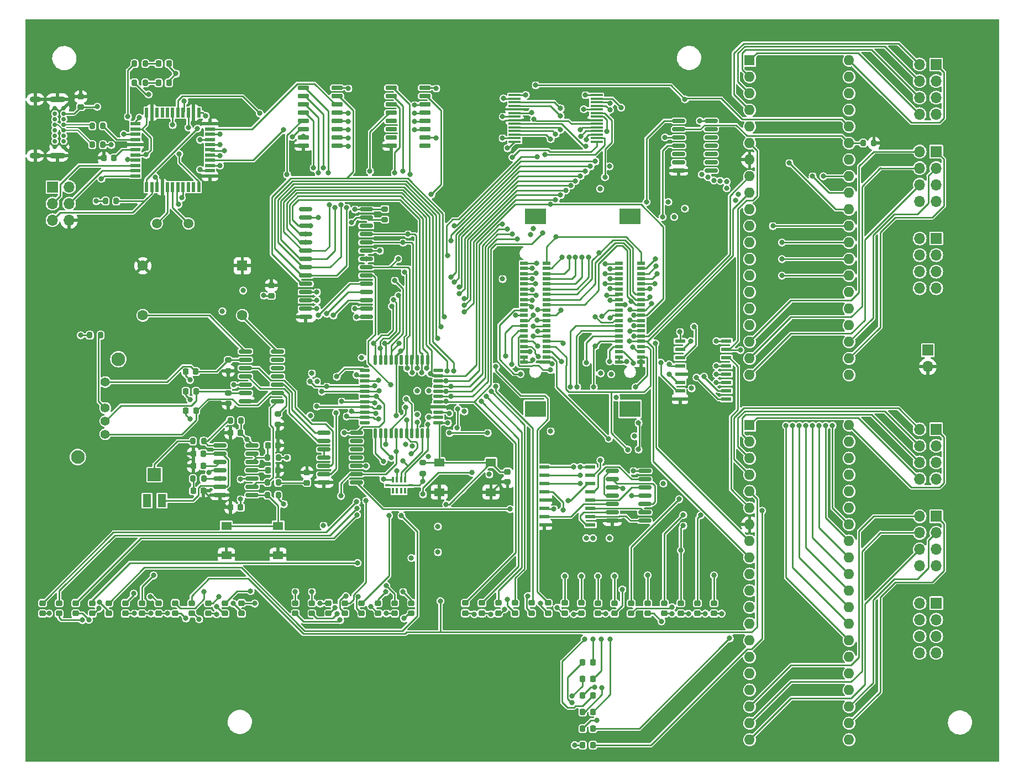
<source format=gbr>
%TF.GenerationSoftware,KiCad,Pcbnew,7.0.10*%
%TF.CreationDate,2024-03-05T20:32:04+01:00*%
%TF.ProjectId,z80,7a38302e-6b69-4636-9164-5f7063625858,1.0*%
%TF.SameCoordinates,Original*%
%TF.FileFunction,Copper,L1,Top*%
%TF.FilePolarity,Positive*%
%FSLAX46Y46*%
G04 Gerber Fmt 4.6, Leading zero omitted, Abs format (unit mm)*
G04 Created by KiCad (PCBNEW 7.0.10) date 2024-03-05 20:32:04*
%MOMM*%
%LPD*%
G01*
G04 APERTURE LIST*
G04 Aperture macros list*
%AMRoundRect*
0 Rectangle with rounded corners*
0 $1 Rounding radius*
0 $2 $3 $4 $5 $6 $7 $8 $9 X,Y pos of 4 corners*
0 Add a 4 corners polygon primitive as box body*
4,1,4,$2,$3,$4,$5,$6,$7,$8,$9,$2,$3,0*
0 Add four circle primitives for the rounded corners*
1,1,$1+$1,$2,$3*
1,1,$1+$1,$4,$5*
1,1,$1+$1,$6,$7*
1,1,$1+$1,$8,$9*
0 Add four rect primitives between the rounded corners*
20,1,$1+$1,$2,$3,$4,$5,0*
20,1,$1+$1,$4,$5,$6,$7,0*
20,1,$1+$1,$6,$7,$8,$9,0*
20,1,$1+$1,$8,$9,$2,$3,0*%
G04 Aperture macros list end*
%TA.AperFunction,SMDPad,CuDef*%
%ADD10RoundRect,0.200000X-0.200000X-0.275000X0.200000X-0.275000X0.200000X0.275000X-0.200000X0.275000X0*%
%TD*%
%TA.AperFunction,SMDPad,CuDef*%
%ADD11R,1.550000X1.300000*%
%TD*%
%TA.AperFunction,SMDPad,CuDef*%
%ADD12RoundRect,0.225000X0.225000X0.250000X-0.225000X0.250000X-0.225000X-0.250000X0.225000X-0.250000X0*%
%TD*%
%TA.AperFunction,SMDPad,CuDef*%
%ADD13RoundRect,0.218750X0.256250X-0.218750X0.256250X0.218750X-0.256250X0.218750X-0.256250X-0.218750X0*%
%TD*%
%TA.AperFunction,SMDPad,CuDef*%
%ADD14RoundRect,0.218750X-0.218750X-0.256250X0.218750X-0.256250X0.218750X0.256250X-0.218750X0.256250X0*%
%TD*%
%TA.AperFunction,ComponentPad*%
%ADD15R,1.600000X1.600000*%
%TD*%
%TA.AperFunction,ComponentPad*%
%ADD16O,1.600000X1.600000*%
%TD*%
%TA.AperFunction,SMDPad,CuDef*%
%ADD17RoundRect,0.225000X-0.250000X0.225000X-0.250000X-0.225000X0.250000X-0.225000X0.250000X0.225000X0*%
%TD*%
%TA.AperFunction,SMDPad,CuDef*%
%ADD18RoundRect,0.200000X0.275000X-0.200000X0.275000X0.200000X-0.275000X0.200000X-0.275000X-0.200000X0*%
%TD*%
%TA.AperFunction,ComponentPad*%
%ADD19R,1.700000X1.700000*%
%TD*%
%TA.AperFunction,ComponentPad*%
%ADD20O,1.700000X1.700000*%
%TD*%
%TA.AperFunction,SMDPad,CuDef*%
%ADD21RoundRect,0.137500X-0.600000X-0.137500X0.600000X-0.137500X0.600000X0.137500X-0.600000X0.137500X0*%
%TD*%
%TA.AperFunction,SMDPad,CuDef*%
%ADD22RoundRect,0.137500X-0.137500X-0.600000X0.137500X-0.600000X0.137500X0.600000X-0.137500X0.600000X0*%
%TD*%
%TA.AperFunction,SMDPad,CuDef*%
%ADD23R,1.500000X0.600000*%
%TD*%
%TA.AperFunction,SMDPad,CuDef*%
%ADD24RoundRect,0.200000X-0.275000X0.200000X-0.275000X-0.200000X0.275000X-0.200000X0.275000X0.200000X0*%
%TD*%
%TA.AperFunction,SMDPad,CuDef*%
%ADD25RoundRect,0.150000X-0.825000X-0.150000X0.825000X-0.150000X0.825000X0.150000X-0.825000X0.150000X0*%
%TD*%
%TA.AperFunction,SMDPad,CuDef*%
%ADD26R,1.200000X0.500000*%
%TD*%
%TA.AperFunction,SMDPad,CuDef*%
%ADD27R,3.200000X2.450000*%
%TD*%
%TA.AperFunction,SMDPad,CuDef*%
%ADD28R,1.870000X0.380000*%
%TD*%
%TA.AperFunction,SMDPad,CuDef*%
%ADD29RoundRect,0.150000X-0.875000X-0.150000X0.875000X-0.150000X0.875000X0.150000X-0.875000X0.150000X0*%
%TD*%
%TA.AperFunction,SMDPad,CuDef*%
%ADD30RoundRect,0.225000X-0.225000X-0.250000X0.225000X-0.250000X0.225000X0.250000X-0.225000X0.250000X0*%
%TD*%
%TA.AperFunction,SMDPad,CuDef*%
%ADD31RoundRect,0.200000X0.200000X0.275000X-0.200000X0.275000X-0.200000X-0.275000X0.200000X-0.275000X0*%
%TD*%
%TA.AperFunction,SMDPad,CuDef*%
%ADD32RoundRect,0.225000X0.250000X-0.225000X0.250000X0.225000X-0.250000X0.225000X-0.250000X-0.225000X0*%
%TD*%
%TA.AperFunction,SMDPad,CuDef*%
%ADD33RoundRect,0.218750X0.218750X0.256250X-0.218750X0.256250X-0.218750X-0.256250X0.218750X-0.256250X0*%
%TD*%
%TA.AperFunction,SMDPad,CuDef*%
%ADD34R,1.300000X2.000000*%
%TD*%
%TA.AperFunction,SMDPad,CuDef*%
%ADD35R,2.000000X2.000000*%
%TD*%
%TA.AperFunction,SMDPad,CuDef*%
%ADD36R,0.735600X0.458800*%
%TD*%
%TA.AperFunction,SMDPad,CuDef*%
%ADD37R,0.306400X0.888000*%
%TD*%
%TA.AperFunction,ComponentPad*%
%ADD38C,1.400000*%
%TD*%
%TA.AperFunction,ComponentPad*%
%ADD39C,2.100000*%
%TD*%
%TA.AperFunction,SMDPad,CuDef*%
%ADD40RoundRect,0.218750X-0.256250X0.218750X-0.256250X-0.218750X0.256250X-0.218750X0.256250X0.218750X0*%
%TD*%
%TA.AperFunction,SMDPad,CuDef*%
%ADD41RoundRect,0.150000X-0.725000X-0.150000X0.725000X-0.150000X0.725000X0.150000X-0.725000X0.150000X0*%
%TD*%
%TA.AperFunction,ComponentPad*%
%ADD42C,1.600000*%
%TD*%
%TA.AperFunction,ComponentPad*%
%ADD43C,1.500000*%
%TD*%
%TA.AperFunction,ComponentPad*%
%ADD44C,0.700000*%
%TD*%
%TA.AperFunction,ComponentPad*%
%ADD45O,2.400000X0.900000*%
%TD*%
%TA.AperFunction,ComponentPad*%
%ADD46O,1.700000X0.900000*%
%TD*%
%TA.AperFunction,SMDPad,CuDef*%
%ADD47R,1.500000X0.550000*%
%TD*%
%TA.AperFunction,SMDPad,CuDef*%
%ADD48R,0.550000X1.500000*%
%TD*%
%TA.AperFunction,ViaPad*%
%ADD49C,0.800000*%
%TD*%
%TA.AperFunction,Conductor*%
%ADD50C,0.250000*%
%TD*%
%TA.AperFunction,Conductor*%
%ADD51C,0.200000*%
%TD*%
G04 APERTURE END LIST*
D10*
%TO.P,R6,1*%
%TO.N,Net-(R6-Pad1)*%
X112065000Y-92710000D03*
%TO.P,R6,2*%
%TO.N,Net-(CLK1A-DIS)*%
X113715000Y-92710000D03*
%TD*%
D11*
%TO.P,SW1,1,1*%
%TO.N,GND*%
X125133000Y-110200000D03*
X117183000Y-110200000D03*
%TO.P,SW1,2,2*%
%TO.N,Net-(CLK1B-TR)*%
X125133000Y-105700000D03*
X117183000Y-105700000D03*
%TD*%
D12*
%TO.P,C7,1*%
%TO.N,GND*%
X125095000Y-93345000D03*
%TO.P,C7,2*%
%TO.N,Net-(CLK1B-DIS)*%
X123545000Y-93345000D03*
%TD*%
D13*
%TO.P,D46,1,K*%
%TO.N,Net-(D46-K)*%
X184277000Y-119126000D03*
%TO.P,D46,2,A*%
%TO.N,/A12*%
X184277000Y-117551000D03*
%TD*%
D14*
%TO.P,D2,1,K*%
%TO.N,Net-(D2-K)*%
X110946000Y-82041000D03*
%TO.P,D2,2,A*%
%TO.N,Net-(D2-A)*%
X112521000Y-82041000D03*
%TD*%
D12*
%TO.P,C11,1*%
%TO.N,Net-(U11-UCAP)*%
X99975000Y-49276000D03*
%TO.P,C11,2*%
%TO.N,GND*%
X98425000Y-49276000D03*
%TD*%
D13*
%TO.P,D17,1,K*%
%TO.N,Net-(D17-K)*%
X137922000Y-119126000D03*
%TO.P,D17,2,A*%
%TO.N,/D4*%
X137922000Y-117551000D03*
%TD*%
%TO.P,D33,1,K*%
%TO.N,Net-(D33-K)*%
X119507000Y-119126000D03*
%TO.P,D33,2,A*%
%TO.N,/RST*%
X119507000Y-117551000D03*
%TD*%
%TO.P,D15,1,K*%
%TO.N,Net-(D15-K)*%
X132842000Y-119126000D03*
%TO.P,D15,2,A*%
%TO.N,/D2*%
X132842000Y-117551000D03*
%TD*%
%TO.P,D36,1,K*%
%TO.N,Net-(D36-K)*%
X158877000Y-119088500D03*
%TO.P,D36,2,A*%
%TO.N,/A2*%
X158877000Y-117513500D03*
%TD*%
D10*
%TO.P,R11,1*%
%TO.N,Net-(D5-A)*%
X112065000Y-98425000D03*
%TO.P,R11,2*%
%TO.N,/AdjClk*%
X113715000Y-98425000D03*
%TD*%
D13*
%TO.P,D27,1,K*%
%TO.N,Net-(D27-K)*%
X104267000Y-119126000D03*
%TO.P,D27,2,A*%
%TO.N,/BUSRQ*%
X104267000Y-117551000D03*
%TD*%
D15*
%TO.P,U7,1,PA3*%
%TO.N,Net-(J4-Pin_8)*%
X197358000Y-34290000D03*
D16*
%TO.P,U7,2,PA2*%
%TO.N,Net-(J4-Pin_6)*%
X197358000Y-36830000D03*
%TO.P,U7,3,PA1*%
%TO.N,Net-(J4-Pin_4)*%
X197358000Y-39370000D03*
%TO.P,U7,4,PA0*%
%TO.N,Net-(J4-Pin_2)*%
X197358000Y-41910000D03*
%TO.P,U7,5,~{RD}*%
%TO.N,/RD*%
X197358000Y-44450000D03*
%TO.P,U7,6,~{CS}*%
%TO.N,/IO1-CS*%
X197358000Y-46990000D03*
%TO.P,U7,7,GND*%
%TO.N,GND*%
X197358000Y-49530000D03*
%TO.P,U7,8,A1*%
%TO.N,/A1*%
X197358000Y-52070000D03*
%TO.P,U7,9,A0*%
%TO.N,/A0*%
X197358000Y-54610000D03*
%TO.P,U7,10,PC7*%
%TO.N,Net-(J6-Pin_7)*%
X197358000Y-57150000D03*
%TO.P,U7,11,PC6*%
%TO.N,Net-(J6-Pin_5)*%
X197358000Y-59690000D03*
%TO.P,U7,12,PC5*%
%TO.N,Net-(J6-Pin_3)*%
X197358000Y-62230000D03*
%TO.P,U7,13,PC4*%
%TO.N,Net-(J6-Pin_1)*%
X197358000Y-64770000D03*
%TO.P,U7,14,PC0*%
%TO.N,Net-(J6-Pin_2)*%
X197358000Y-67310000D03*
%TO.P,U7,15,PC1*%
%TO.N,Net-(J6-Pin_4)*%
X197358000Y-69850000D03*
%TO.P,U7,16,PC2*%
%TO.N,Net-(J6-Pin_6)*%
X197358000Y-72390000D03*
%TO.P,U7,17,PC3*%
%TO.N,Net-(J6-Pin_8)*%
X197358000Y-74930000D03*
%TO.P,U7,18,PB0*%
%TO.N,Net-(J5-Pin_2)*%
X197358000Y-77470000D03*
%TO.P,U7,19,PB1*%
%TO.N,Net-(J5-Pin_4)*%
X197358000Y-80010000D03*
%TO.P,U7,20,PB2*%
%TO.N,Net-(J5-Pin_6)*%
X197358000Y-82550000D03*
%TO.P,U7,21,PB3*%
%TO.N,Net-(J5-Pin_8)*%
X212598000Y-82550000D03*
%TO.P,U7,22,PB4*%
%TO.N,Net-(J5-Pin_1)*%
X212598000Y-80010000D03*
%TO.P,U7,23,PB5*%
%TO.N,Net-(J5-Pin_3)*%
X212598000Y-77470000D03*
%TO.P,U7,24,PB6*%
%TO.N,Net-(J5-Pin_5)*%
X212598000Y-74930000D03*
%TO.P,U7,25,PB7*%
%TO.N,Net-(J5-Pin_7)*%
X212598000Y-72390000D03*
%TO.P,U7,26,VCC*%
%TO.N,+5V*%
X212598000Y-69850000D03*
%TO.P,U7,27,D7*%
%TO.N,/D7*%
X212598000Y-67310000D03*
%TO.P,U7,28,D6*%
%TO.N,/D6*%
X212598000Y-64770000D03*
%TO.P,U7,29,D5*%
%TO.N,/D5*%
X212598000Y-62230000D03*
%TO.P,U7,30,D4*%
%TO.N,/D4*%
X212598000Y-59690000D03*
%TO.P,U7,31,D3*%
%TO.N,/D3*%
X212598000Y-57150000D03*
%TO.P,U7,32,D2*%
%TO.N,/D2*%
X212598000Y-54610000D03*
%TO.P,U7,33,D1*%
%TO.N,/D1*%
X212598000Y-52070000D03*
%TO.P,U7,34,D0*%
%TO.N,/D0*%
X212598000Y-49530000D03*
%TO.P,U7,35,RESET*%
%TO.N,/RST-INV*%
X212598000Y-46990000D03*
%TO.P,U7,36,~{WR}*%
%TO.N,/WR*%
X212598000Y-44450000D03*
%TO.P,U7,37,PA7*%
%TO.N,Net-(J4-Pin_7)*%
X212598000Y-41910000D03*
%TO.P,U7,38,PA6*%
%TO.N,Net-(J4-Pin_5)*%
X212598000Y-39370000D03*
%TO.P,U7,39,PA5*%
%TO.N,Net-(J4-Pin_3)*%
X212598000Y-36830000D03*
%TO.P,U7,40,PA4*%
%TO.N,Net-(J4-Pin_1)*%
X212598000Y-34290000D03*
%TD*%
D13*
%TO.P,D14,1,K*%
%TO.N,Net-(D14-K)*%
X130302000Y-119126000D03*
%TO.P,D14,2,A*%
%TO.N,/D1*%
X130302000Y-117551000D03*
%TD*%
D17*
%TO.P,C12,1*%
%TO.N,GND*%
X94869000Y-39865000D03*
%TO.P,C12,2*%
%TO.N,+5V*%
X94869000Y-41415000D03*
%TD*%
D18*
%TO.P,R13,1*%
%TO.N,GND*%
X125095000Y-90170000D03*
%TO.P,R13,2*%
%TO.N,Net-(D8-A)*%
X125095000Y-88520000D03*
%TD*%
D19*
%TO.P,J4,1,Pin_1*%
%TO.N,Net-(J4-Pin_1)*%
X225933000Y-34925000D03*
D20*
%TO.P,J4,2,Pin_2*%
%TO.N,Net-(J4-Pin_2)*%
X223393000Y-34925000D03*
%TO.P,J4,3,Pin_3*%
%TO.N,Net-(J4-Pin_3)*%
X225933000Y-37465000D03*
%TO.P,J4,4,Pin_4*%
%TO.N,Net-(J4-Pin_4)*%
X223393000Y-37465000D03*
%TO.P,J4,5,Pin_5*%
%TO.N,Net-(J4-Pin_5)*%
X225933000Y-40005000D03*
%TO.P,J4,6,Pin_6*%
%TO.N,Net-(J4-Pin_6)*%
X223393000Y-40005000D03*
%TO.P,J4,7,Pin_7*%
%TO.N,Net-(J4-Pin_7)*%
X225933000Y-42545000D03*
%TO.P,J4,8,Pin_8*%
%TO.N,Net-(J4-Pin_8)*%
X223393000Y-42545000D03*
%TD*%
D21*
%TO.P,CPU1,1,~{CLK}*%
%TO.N,Clock*%
X138355500Y-81852000D03*
%TO.P,CPU1,2,D4*%
%TO.N,/D4*%
X138355500Y-82652000D03*
%TO.P,CPU1,3,D3*%
%TO.N,/D3*%
X138355500Y-83452000D03*
%TO.P,CPU1,4,D5*%
%TO.N,/D5*%
X138355500Y-84252000D03*
%TO.P,CPU1,5,D6*%
%TO.N,/D6*%
X138355500Y-85052000D03*
%TO.P,CPU1,6,VCC*%
%TO.N,+5V*%
X138355500Y-85852000D03*
%TO.P,CPU1,7,D2*%
%TO.N,/D2*%
X138355500Y-86652000D03*
%TO.P,CPU1,8,D7*%
%TO.N,/D7*%
X138355500Y-87452000D03*
%TO.P,CPU1,9,D0*%
%TO.N,/D0*%
X138355500Y-88252000D03*
%TO.P,CPU1,10,D1*%
%TO.N,/D1*%
X138355500Y-89052000D03*
%TO.P,CPU1,11,NC*%
%TO.N,unconnected-(CPU1-NC-Pad11)*%
X138355500Y-89852000D03*
D22*
%TO.P,CPU1,12,~{INT}*%
%TO.N,/INT*%
X140018000Y-91514500D03*
%TO.P,CPU1,13,~{NMI}*%
%TO.N,/NMI*%
X140818000Y-91514500D03*
%TO.P,CPU1,14,~{HALT}*%
%TO.N,/HALT*%
X141618000Y-91514500D03*
%TO.P,CPU1,15,~{MREQ}*%
%TO.N,/MREQ*%
X142418000Y-91514500D03*
%TO.P,CPU1,16,~{IORQ}*%
%TO.N,/IORQ*%
X143218000Y-91514500D03*
%TO.P,CPU1,17,NC*%
%TO.N,unconnected-(CPU1-NC-Pad17)*%
X144018000Y-91514500D03*
%TO.P,CPU1,18,~{RD}*%
%TO.N,/RD*%
X144818000Y-91514500D03*
%TO.P,CPU1,19,~{WR}*%
%TO.N,/WR*%
X145618000Y-91514500D03*
%TO.P,CPU1,20,~{BUSACK}*%
%TO.N,/BUSACK*%
X146418000Y-91514500D03*
%TO.P,CPU1,21,~{WAIT}*%
%TO.N,/WAIT*%
X147218000Y-91514500D03*
%TO.P,CPU1,22,~{BUSRQ}*%
%TO.N,/BUSRQ*%
X148018000Y-91514500D03*
D21*
%TO.P,CPU1,23,~{RESET}*%
%TO.N,/RST*%
X149680500Y-89852000D03*
%TO.P,CPU1,24,~{M1}*%
%TO.N,/M1*%
X149680500Y-89052000D03*
%TO.P,CPU1,25,~{RFSH}*%
%TO.N,/RFSH*%
X149680500Y-88252000D03*
%TO.P,CPU1,26,GND*%
%TO.N,GND*%
X149680500Y-87452000D03*
%TO.P,CPU1,27,A0*%
%TO.N,/A0*%
X149680500Y-86652000D03*
%TO.P,CPU1,28,A1*%
%TO.N,/A1*%
X149680500Y-85852000D03*
%TO.P,CPU1,29,A2*%
%TO.N,/A2*%
X149680500Y-85052000D03*
%TO.P,CPU1,30,A3*%
%TO.N,/A3*%
X149680500Y-84252000D03*
%TO.P,CPU1,31,A4*%
%TO.N,/A4*%
X149680500Y-83452000D03*
%TO.P,CPU1,32,A5*%
%TO.N,/A5*%
X149680500Y-82652000D03*
%TO.P,CPU1,33,NC*%
%TO.N,unconnected-(CPU1-NC-Pad33)*%
X149680500Y-81852000D03*
D22*
%TO.P,CPU1,34,A6*%
%TO.N,/A6*%
X148018000Y-80189500D03*
%TO.P,CPU1,35,A7*%
%TO.N,/A7*%
X147218000Y-80189500D03*
%TO.P,CPU1,36,A8*%
%TO.N,/A8*%
X146418000Y-80189500D03*
%TO.P,CPU1,37,A9*%
%TO.N,/A9*%
X145618000Y-80189500D03*
%TO.P,CPU1,38,A10*%
%TO.N,/A10*%
X144818000Y-80189500D03*
%TO.P,CPU1,39,NC*%
%TO.N,unconnected-(CPU1-NC-Pad39)*%
X144018000Y-80189500D03*
%TO.P,CPU1,40,A11*%
%TO.N,/A11*%
X143218000Y-80189500D03*
%TO.P,CPU1,41,A12*%
%TO.N,/A12*%
X142418000Y-80189500D03*
%TO.P,CPU1,42,A13*%
%TO.N,/A13*%
X141618000Y-80189500D03*
%TO.P,CPU1,43,A14*%
%TO.N,/A14*%
X140818000Y-80189500D03*
%TO.P,CPU1,44,A15*%
%TO.N,/A15*%
X140018000Y-80189500D03*
%TD*%
D13*
%TO.P,D28,1,K*%
%TO.N,Net-(D28-K)*%
X106807000Y-119126000D03*
%TO.P,D28,2,A*%
%TO.N,/BUSACK*%
X106807000Y-117551000D03*
%TD*%
%TO.P,D13,1,K*%
%TO.N,Net-(D13-K)*%
X127762000Y-119126000D03*
%TO.P,D13,2,A*%
%TO.N,/D0*%
X127762000Y-117551000D03*
%TD*%
%TO.P,D30,1,K*%
%TO.N,Net-(D30-K)*%
X111887000Y-119126000D03*
%TO.P,D30,2,A*%
%TO.N,/RD*%
X111887000Y-117551000D03*
%TD*%
D23*
%TO.P,U5,1,A*%
%TO.N,/A5*%
X186696000Y-77343000D03*
%TO.P,U5,2,B*%
%TO.N,/A6*%
X186696000Y-78613000D03*
%TO.P,U5,3,C*%
%TO.N,/A7*%
X186696000Y-79883000D03*
%TO.P,U5,4,~{G2A}*%
%TO.N,/IOREQ*%
X186696000Y-81153000D03*
%TO.P,U5,5,~{G2B}*%
%TO.N,GND*%
X186696000Y-82423000D03*
%TO.P,U5,6,G1*%
%TO.N,/MREQ*%
X186696000Y-83693000D03*
%TO.P,U5,7,Y7*%
%TO.N,/EXT-IO6-CS*%
X186696000Y-84963000D03*
%TO.P,U5,8,GND*%
%TO.N,GND*%
X186696000Y-86233000D03*
%TO.P,U5,9,Y6*%
%TO.N,/EXT-IO5-CS*%
X193796000Y-86233000D03*
%TO.P,U5,10,Y5*%
%TO.N,/EXT-IO4-CS*%
X193796000Y-84963000D03*
%TO.P,U5,11,Y4*%
%TO.N,/EXT-IO3-CS*%
X193796000Y-83693000D03*
%TO.P,U5,12,Y3*%
%TO.N,/EXT-IO2-CS*%
X193796000Y-82423000D03*
%TO.P,U5,13,Y2*%
%TO.N,/EXT-IO1-CS*%
X193796000Y-81153000D03*
%TO.P,U5,14,Y1*%
%TO.N,/IO2-CS*%
X193796000Y-79883000D03*
%TO.P,U5,15,Y0*%
%TO.N,/IO1-CS*%
X193796000Y-78613000D03*
%TO.P,U5,16,VCC*%
%TO.N,+5V*%
X193796000Y-77343000D03*
%TD*%
D13*
%TO.P,D25,1,K*%
%TO.N,Net-(D25-K)*%
X99187000Y-119126000D03*
%TO.P,D25,2,A*%
%TO.N,/WAIT*%
X99187000Y-117551000D03*
%TD*%
%TO.P,D47,1,K*%
%TO.N,Net-(D47-K)*%
X186817000Y-119126000D03*
%TO.P,D47,2,A*%
%TO.N,/A13*%
X186817000Y-117551000D03*
%TD*%
D11*
%TO.P,SW3,1,1*%
%TO.N,GND*%
X157734000Y-100512000D03*
X149784000Y-100512000D03*
%TO.P,SW3,2,2*%
%TO.N,/RST*%
X157734000Y-96012000D03*
X149784000Y-96012000D03*
%TD*%
D13*
%TO.P,D37,1,K*%
%TO.N,Net-(D37-K)*%
X161417000Y-119088500D03*
%TO.P,D37,2,A*%
%TO.N,/A3*%
X161417000Y-117513500D03*
%TD*%
%TO.P,D39,1,K*%
%TO.N,Net-(D39-K)*%
X166497000Y-119088500D03*
%TO.P,D39,2,A*%
%TO.N,/A5*%
X166497000Y-117513500D03*
%TD*%
%TO.P,D16,1,K*%
%TO.N,Net-(D16-K)*%
X135382000Y-119126000D03*
%TO.P,D16,2,A*%
%TO.N,/D3*%
X135382000Y-117551000D03*
%TD*%
D24*
%TO.P,R15,1*%
%TO.N,/RST*%
X147320000Y-96012000D03*
%TO.P,R15,2*%
%TO.N,+5V*%
X147320000Y-97662000D03*
%TD*%
D12*
%TO.P,C5,1*%
%TO.N,Net-(CLK1A-CV)*%
X113665000Y-96520000D03*
%TO.P,C5,2*%
%TO.N,GND*%
X112115000Y-96520000D03*
%TD*%
D25*
%TO.P,U6,1*%
%TO.N,/RST*%
X186501000Y-43561000D03*
%TO.P,U6,2*%
%TO.N,/RST-INV*%
X186501000Y-44831000D03*
%TO.P,U6,3*%
%TO.N,/PROG-OE*%
X186501000Y-46101000D03*
%TO.P,U6,4*%
%TO.N,Net-(U6-Pad4)*%
X186501000Y-47371000D03*
%TO.P,U6,5*%
%TO.N,unconnected-(U6-Pad5)*%
X186501000Y-48641000D03*
%TO.P,U6,6*%
%TO.N,unconnected-(U6-Pad6)*%
X186501000Y-49911000D03*
%TO.P,U6,7,VSS*%
%TO.N,GND*%
X186501000Y-51181000D03*
%TO.P,U6,8*%
%TO.N,unconnected-(U6-Pad8)*%
X191451000Y-51181000D03*
%TO.P,U6,9*%
%TO.N,unconnected-(U6-Pad9)*%
X191451000Y-49911000D03*
%TO.P,U6,10*%
%TO.N,unconnected-(U6-Pad10)*%
X191451000Y-48641000D03*
%TO.P,U6,11*%
%TO.N,unconnected-(U6-Pad11)*%
X191451000Y-47371000D03*
%TO.P,U6,12*%
%TO.N,unconnected-(U6-Pad12)*%
X191451000Y-46101000D03*
%TO.P,U6,13*%
%TO.N,unconnected-(U6-Pad13)*%
X191451000Y-44831000D03*
%TO.P,U6,14,VDD*%
%TO.N,+5V*%
X191451000Y-43561000D03*
%TD*%
D26*
%TO.P,J3,1,Pin_1*%
%TO.N,/D7*%
X177346000Y-65380000D03*
%TO.P,J3,2,Pin_2*%
%TO.N,/D6*%
X177346000Y-66180000D03*
%TO.P,J3,3,Pin_3*%
%TO.N,/D5*%
X177346000Y-66980000D03*
%TO.P,J3,4,Pin_4*%
%TO.N,/D4*%
X177346000Y-67780000D03*
%TO.P,J3,5,Pin_5*%
%TO.N,/D3*%
X177346000Y-68580000D03*
%TO.P,J3,6,Pin_6*%
%TO.N,/D2*%
X177346000Y-69380000D03*
%TO.P,J3,7,Pin_7*%
%TO.N,/D1*%
X177346000Y-70180000D03*
%TO.P,J3,8,Pin_8*%
%TO.N,/D0*%
X177346000Y-70980000D03*
%TO.P,J3,9,Pin_9*%
%TO.N,/RST*%
X177346000Y-71780000D03*
%TO.P,J3,10,Pin_10*%
%TO.N,/IORQ*%
X177346000Y-72580000D03*
%TO.P,J3,11,Pin_11*%
%TO.N,/MREQ*%
X177346000Y-73380000D03*
%TO.P,J3,12,Pin_12*%
%TO.N,/RD*%
X177346000Y-74180000D03*
%TO.P,J3,13,Pin_13*%
%TO.N,/WR*%
X177346000Y-74980000D03*
%TO.P,J3,14,Pin_14*%
%TO.N,/INT*%
X177346000Y-75780000D03*
%TO.P,J3,15,Pin_15*%
%TO.N,/NMI*%
X177346000Y-76580000D03*
%TO.P,J3,16,Pin_16*%
%TO.N,/WAIT*%
X177346000Y-77380000D03*
%TO.P,J3,17,Pin_17*%
%TO.N,/EXT-IO5-CS*%
X177346000Y-78180000D03*
%TO.P,J3,18,Pin_18*%
%TO.N,/EXT-IO4-CS*%
X177346000Y-78980000D03*
%TO.P,J3,19,Pin_19*%
%TO.N,+5V*%
X177346000Y-79780000D03*
%TO.P,J3,20,Pin_20*%
X177346000Y-80580000D03*
%TO.P,J3,21,Pin_21*%
%TO.N,/A15*%
X180746000Y-65380000D03*
%TO.P,J3,22,Pin_22*%
%TO.N,/A14*%
X180746000Y-66180000D03*
%TO.P,J3,23,Pin_23*%
%TO.N,/A13*%
X180746000Y-66980000D03*
%TO.P,J3,24,Pin_24*%
%TO.N,/A12*%
X180746000Y-67780000D03*
%TO.P,J3,25,Pin_25*%
%TO.N,/A11*%
X180746000Y-68580000D03*
%TO.P,J3,26,Pin_26*%
%TO.N,/A10*%
X180746000Y-69380000D03*
%TO.P,J3,27,Pin_27*%
%TO.N,/A9*%
X180746000Y-70180000D03*
%TO.P,J3,28,Pin_28*%
%TO.N,/A8*%
X180746000Y-70980000D03*
%TO.P,J3,29,Pin_29*%
%TO.N,/A7*%
X180746000Y-71780000D03*
%TO.P,J3,30,Pin_30*%
%TO.N,/A6*%
X180746000Y-72580000D03*
%TO.P,J3,31,Pin_31*%
%TO.N,/A5*%
X180746000Y-73380000D03*
%TO.P,J3,32,Pin_32*%
%TO.N,/A4*%
X180746000Y-74180000D03*
%TO.P,J3,33,Pin_33*%
%TO.N,/A3*%
X180746000Y-74980000D03*
%TO.P,J3,34,Pin_34*%
%TO.N,/A2*%
X180746000Y-75780000D03*
%TO.P,J3,35,Pin_35*%
%TO.N,/A1*%
X180746000Y-76580000D03*
%TO.P,J3,36,Pin_36*%
%TO.N,/A0*%
X180746000Y-77380000D03*
%TO.P,J3,37,Pin_37*%
%TO.N,/EXT-CS*%
X180746000Y-78180000D03*
%TO.P,J3,38,Pin_38*%
%TO.N,/EXT-IO6-CS*%
X180746000Y-78980000D03*
%TO.P,J3,39,Pin_39*%
%TO.N,/EXT-CS2*%
X180746000Y-79780000D03*
%TO.P,J3,40,Pin_40*%
%TO.N,GND*%
X180746000Y-80580000D03*
D27*
%TO.P,J3,MP1*%
%TO.N,N/C*%
X179046000Y-58205000D03*
%TO.P,J3,MP2*%
X179046000Y-87755000D03*
%TD*%
D24*
%TO.P,R16,1*%
%TO.N,+5V*%
X141478000Y-57087000D03*
%TO.P,R16,2*%
%TO.N,/PROG-WR*%
X141478000Y-58737000D03*
%TD*%
D19*
%TO.P,J5,1,Pin_1*%
%TO.N,Net-(J5-Pin_1)*%
X225953000Y-48270000D03*
D20*
%TO.P,J5,2,Pin_2*%
%TO.N,Net-(J5-Pin_2)*%
X223413000Y-48270000D03*
%TO.P,J5,3,Pin_3*%
%TO.N,Net-(J5-Pin_3)*%
X225953000Y-50810000D03*
%TO.P,J5,4,Pin_4*%
%TO.N,Net-(J5-Pin_4)*%
X223413000Y-50810000D03*
%TO.P,J5,5,Pin_5*%
%TO.N,Net-(J5-Pin_5)*%
X225953000Y-53350000D03*
%TO.P,J5,6,Pin_6*%
%TO.N,Net-(J5-Pin_6)*%
X223413000Y-53350000D03*
%TO.P,J5,7,Pin_7*%
%TO.N,Net-(J5-Pin_7)*%
X225953000Y-55890000D03*
%TO.P,J5,8,Pin_8*%
%TO.N,Net-(J5-Pin_8)*%
X223413000Y-55890000D03*
%TD*%
D28*
%TO.P,RAM1,1,A14*%
%TO.N,GND*%
X161370000Y-43455000D03*
%TO.P,RAM1,2,A12*%
%TO.N,/A12*%
X161370000Y-44005000D03*
%TO.P,RAM1,3,A7*%
%TO.N,/A7*%
X161370000Y-44555000D03*
%TO.P,RAM1,4,A6*%
%TO.N,/A6*%
X161370000Y-45105000D03*
%TO.P,RAM1,5,A5*%
%TO.N,/A5*%
X161370000Y-45655000D03*
%TO.P,RAM1,6,A4*%
%TO.N,/A4*%
X161370000Y-46205000D03*
%TO.P,RAM1,7,A3*%
%TO.N,/A3*%
X161370000Y-46755000D03*
%TO.P,RAM1,8,A2*%
%TO.N,/A2*%
X173910000Y-46755000D03*
%TO.P,RAM1,9,A1*%
%TO.N,/A1*%
X173910000Y-46205000D03*
%TO.P,RAM1,10,A0*%
%TO.N,/A0*%
X173910000Y-45655000D03*
%TO.P,RAM1,11,Q0*%
%TO.N,/D0*%
X173910000Y-45105000D03*
%TO.P,RAM1,12,Q1*%
%TO.N,/D1*%
X173910000Y-44555000D03*
%TO.P,RAM1,13,Q2*%
%TO.N,/D2*%
X173910000Y-44005000D03*
%TO.P,RAM1,14,GND*%
%TO.N,GND*%
X173910000Y-43455000D03*
%TO.P,RAM1,15,Q3*%
%TO.N,/D3*%
X173910000Y-42905000D03*
%TO.P,RAM1,16,Q4*%
%TO.N,/D4*%
X173910000Y-42355000D03*
%TO.P,RAM1,17,Q5*%
%TO.N,/D5*%
X173910000Y-41805000D03*
%TO.P,RAM1,18,Q6*%
%TO.N,/D6*%
X173910000Y-41255000D03*
%TO.P,RAM1,19,Q7*%
%TO.N,/D7*%
X173910000Y-40705000D03*
%TO.P,RAM1,20,~{CS}*%
%TO.N,/RAM1-CS*%
X173910000Y-40155000D03*
%TO.P,RAM1,21,A10*%
%TO.N,/A10*%
X173910000Y-39605000D03*
%TO.P,RAM1,22,~{OE}*%
%TO.N,/RD*%
X161370000Y-39605000D03*
%TO.P,RAM1,23,A11*%
%TO.N,/A11*%
X161370000Y-40155000D03*
%TO.P,RAM1,24,A9*%
%TO.N,/A9*%
X161370000Y-40705000D03*
%TO.P,RAM1,25,A8*%
%TO.N,/A8*%
X161370000Y-41255000D03*
%TO.P,RAM1,26,A13*%
%TO.N,GND*%
X161370000Y-41805000D03*
%TO.P,RAM1,27,~{WE}*%
%TO.N,/WR*%
X161370000Y-42355000D03*
%TO.P,RAM1,28,VCC*%
%TO.N,+5V*%
X161370000Y-42905000D03*
%TD*%
D13*
%TO.P,D40,1,K*%
%TO.N,Net-(D40-K)*%
X169037000Y-119088500D03*
%TO.P,D40,2,A*%
%TO.N,/A6*%
X169037000Y-117513500D03*
%TD*%
D14*
%TO.P,D11,1,K*%
%TO.N,Net-(D11-K)*%
X171780000Y-134243000D03*
%TO.P,D11,2,A*%
%TO.N,/EXT-CS*%
X173355000Y-134243000D03*
%TD*%
D19*
%TO.P,J8,1,Pin_1*%
%TO.N,Net-(J8-Pin_1)*%
X225953000Y-104219000D03*
D20*
%TO.P,J8,2,Pin_2*%
%TO.N,Net-(J8-Pin_2)*%
X223413000Y-104219000D03*
%TO.P,J8,3,Pin_3*%
%TO.N,Net-(J8-Pin_3)*%
X225953000Y-106759000D03*
%TO.P,J8,4,Pin_4*%
%TO.N,Net-(J8-Pin_4)*%
X223413000Y-106759000D03*
%TO.P,J8,5,Pin_5*%
%TO.N,Net-(J8-Pin_5)*%
X225953000Y-109299000D03*
%TO.P,J8,6,Pin_6*%
%TO.N,Net-(J8-Pin_6)*%
X223413000Y-109299000D03*
%TO.P,J8,7,Pin_7*%
%TO.N,Net-(J8-Pin_7)*%
X225953000Y-111839000D03*
%TO.P,J8,8,Pin_8*%
%TO.N,Net-(J8-Pin_8)*%
X223413000Y-111839000D03*
%TD*%
D10*
%TO.P,R12,1*%
%TO.N,/ManClk*%
X123495000Y-99060000D03*
%TO.P,R12,2*%
%TO.N,Net-(D6-A)*%
X125145000Y-99060000D03*
%TD*%
D19*
%TO.P,J1,1,Pin_1*%
%TO.N,+5V*%
X224663000Y-78740000D03*
D20*
%TO.P,J1,2,Pin_2*%
%TO.N,GND*%
X224663000Y-81280000D03*
%TD*%
D13*
%TO.P,D49,1,K*%
%TO.N,Net-(D49-K)*%
X191897000Y-119126000D03*
%TO.P,D49,2,A*%
%TO.N,/A15*%
X191897000Y-117551000D03*
%TD*%
D29*
%TO.P,ROM1,1,NC*%
%TO.N,unconnected-(ROM1-NC-Pad1)*%
X129335000Y-57150000D03*
%TO.P,ROM1,2,A12*%
%TO.N,/A12*%
X129335000Y-58420000D03*
%TO.P,ROM1,3,A7*%
%TO.N,/A7*%
X129335000Y-59690000D03*
%TO.P,ROM1,4,A6*%
%TO.N,/A6*%
X129335000Y-60960000D03*
%TO.P,ROM1,5,A5*%
%TO.N,/A5*%
X129335000Y-62230000D03*
%TO.P,ROM1,6,A4*%
%TO.N,/A4*%
X129335000Y-63500000D03*
%TO.P,ROM1,7,A3*%
%TO.N,/A3*%
X129335000Y-64770000D03*
%TO.P,ROM1,8,A2*%
%TO.N,/A2*%
X129335000Y-66040000D03*
%TO.P,ROM1,9,A1*%
%TO.N,/A1*%
X129335000Y-67310000D03*
%TO.P,ROM1,10,A0*%
%TO.N,/A0*%
X129335000Y-68580000D03*
%TO.P,ROM1,11,I/O0*%
%TO.N,/D0*%
X129335000Y-69850000D03*
%TO.P,ROM1,12,I/O1*%
%TO.N,/D1*%
X129335000Y-71120000D03*
%TO.P,ROM1,13,I/O2*%
%TO.N,/D2*%
X129335000Y-72390000D03*
%TO.P,ROM1,14,GND*%
%TO.N,GND*%
X129335000Y-73660000D03*
%TO.P,ROM1,15,I/O3*%
%TO.N,/D3*%
X138635000Y-73660000D03*
%TO.P,ROM1,16,I/O4*%
%TO.N,/D4*%
X138635000Y-72390000D03*
%TO.P,ROM1,17,I/O5*%
%TO.N,/D5*%
X138635000Y-71120000D03*
%TO.P,ROM1,18,I/O6*%
%TO.N,/D6*%
X138635000Y-69850000D03*
%TO.P,ROM1,19,I/O7*%
%TO.N,/D7*%
X138635000Y-68580000D03*
%TO.P,ROM1,20,~{CE}*%
%TO.N,/ROM1-CS*%
X138635000Y-67310000D03*
%TO.P,ROM1,21,A10*%
%TO.N,/A10*%
X138635000Y-66040000D03*
%TO.P,ROM1,22,~{OE}*%
%TO.N,/RD*%
X138635000Y-64770000D03*
%TO.P,ROM1,23,A11*%
%TO.N,/A11*%
X138635000Y-63500000D03*
%TO.P,ROM1,24,A9*%
%TO.N,/A9*%
X138635000Y-62230000D03*
%TO.P,ROM1,25,A8*%
%TO.N,/A8*%
X138635000Y-60960000D03*
%TO.P,ROM1,26,NC*%
%TO.N,unconnected-(ROM1-NC-Pad26)*%
X138635000Y-59690000D03*
%TO.P,ROM1,27,~{WE}*%
%TO.N,/PROG-WR*%
X138635000Y-58420000D03*
%TO.P,ROM1,28,VCC*%
%TO.N,+5V*%
X138635000Y-57150000D03*
%TD*%
D13*
%TO.P,D20,1,K*%
%TO.N,Net-(D20-K)*%
X145542000Y-119126000D03*
%TO.P,D20,2,A*%
%TO.N,/D7*%
X145542000Y-117551000D03*
%TD*%
D14*
%TO.P,D12,1,K*%
%TO.N,Net-(D12-K)*%
X171780000Y-136783000D03*
%TO.P,D12,2,A*%
%TO.N,/IO1-CS*%
X173355000Y-136783000D03*
%TD*%
D30*
%TO.P,C4,1*%
%TO.N,GND*%
X117830000Y-102870000D03*
%TO.P,C4,2*%
%TO.N,+5V*%
X119380000Y-102870000D03*
%TD*%
D31*
%TO.P,R5,1*%
%TO.N,+5V*%
X119430000Y-89535000D03*
%TO.P,R5,2*%
%TO.N,Net-(CLK1A-DIS)*%
X117780000Y-89535000D03*
%TD*%
D18*
%TO.P,R7,1*%
%TO.N,GND*%
X117475000Y-86930000D03*
%TO.P,R7,2*%
%TO.N,Net-(D4-A)*%
X117475000Y-85280000D03*
%TD*%
D32*
%TO.P,C8,1*%
%TO.N,GND*%
X160274000Y-98946000D03*
%TO.P,C8,2*%
%TO.N,/RST*%
X160274000Y-97396000D03*
%TD*%
D10*
%TO.P,R17,1*%
%TO.N,/USB-D+*%
X96647000Y-44323000D03*
%TO.P,R17,2*%
%TO.N,Net-(U11-D+)*%
X98297000Y-44323000D03*
%TD*%
D33*
%TO.P,D5,1,K*%
%TO.N,GND*%
X113677500Y-100330000D03*
%TO.P,D5,2,A*%
%TO.N,Net-(D5-A)*%
X112102500Y-100330000D03*
%TD*%
D25*
%TO.P,U8,1*%
%TO.N,Net-(U8-Pad1)*%
X176341000Y-97282000D03*
%TO.P,U8,2*%
%TO.N,Net-(U8-Pad10)*%
X176341000Y-98552000D03*
%TO.P,U8,3*%
%TO.N,/EXT-CS*%
X176341000Y-99822000D03*
%TO.P,U8,4*%
%TO.N,Net-(U8-Pad1)*%
X176341000Y-101092000D03*
%TO.P,U8,5*%
%TO.N,Net-(U4-Y7)*%
X176341000Y-102362000D03*
%TO.P,U8,6*%
%TO.N,Net-(U4-Y6)*%
X176341000Y-103632000D03*
%TO.P,U8,7,VSS*%
%TO.N,GND*%
X176341000Y-104902000D03*
%TO.P,U8,8*%
%TO.N,Net-(U4-Y5)*%
X181291000Y-104902000D03*
%TO.P,U8,9*%
%TO.N,Net-(U4-Y4)*%
X181291000Y-103632000D03*
%TO.P,U8,10*%
%TO.N,Net-(U8-Pad10)*%
X181291000Y-102362000D03*
%TO.P,U8,11*%
%TO.N,/EXT-CS2*%
X181291000Y-101092000D03*
%TO.P,U8,12*%
%TO.N,Net-(U4-Y3)*%
X181291000Y-99822000D03*
%TO.P,U8,13*%
%TO.N,Net-(U4-Y2)*%
X181291000Y-98552000D03*
%TO.P,U8,14,VDD*%
%TO.N,+5V*%
X181291000Y-97282000D03*
%TD*%
D34*
%TO.P,RV1,1,1*%
%TO.N,Net-(CLK1A-THR)*%
X107322000Y-101822000D03*
D35*
%TO.P,RV1,2,2*%
%TO.N,Net-(R6-Pad1)*%
X106172000Y-97822000D03*
D34*
%TO.P,RV1,3,3*%
%TO.N,unconnected-(RV1-Pad3)*%
X105022000Y-101822000D03*
%TD*%
D26*
%TO.P,J2,1,Pin_1*%
%TO.N,/D7*%
X162814000Y-65380000D03*
%TO.P,J2,2,Pin_2*%
%TO.N,/D6*%
X162814000Y-66180000D03*
%TO.P,J2,3,Pin_3*%
%TO.N,/D5*%
X162814000Y-66980000D03*
%TO.P,J2,4,Pin_4*%
%TO.N,/D4*%
X162814000Y-67780000D03*
%TO.P,J2,5,Pin_5*%
%TO.N,/D3*%
X162814000Y-68580000D03*
%TO.P,J2,6,Pin_6*%
%TO.N,/D2*%
X162814000Y-69380000D03*
%TO.P,J2,7,Pin_7*%
%TO.N,/D1*%
X162814000Y-70180000D03*
%TO.P,J2,8,Pin_8*%
%TO.N,/D0*%
X162814000Y-70980000D03*
%TO.P,J2,9,Pin_9*%
%TO.N,/RST*%
X162814000Y-71780000D03*
%TO.P,J2,10,Pin_10*%
%TO.N,/IORQ*%
X162814000Y-72580000D03*
%TO.P,J2,11,Pin_11*%
%TO.N,/MREQ*%
X162814000Y-73380000D03*
%TO.P,J2,12,Pin_12*%
%TO.N,/RD*%
X162814000Y-74180000D03*
%TO.P,J2,13,Pin_13*%
%TO.N,/WR*%
X162814000Y-74980000D03*
%TO.P,J2,14,Pin_14*%
%TO.N,/INT*%
X162814000Y-75780000D03*
%TO.P,J2,15,Pin_15*%
%TO.N,/NMI*%
X162814000Y-76580000D03*
%TO.P,J2,16,Pin_16*%
%TO.N,/WAIT*%
X162814000Y-77380000D03*
%TO.P,J2,17,Pin_17*%
%TO.N,/EXT-IO2-CS*%
X162814000Y-78180000D03*
%TO.P,J2,18,Pin_18*%
%TO.N,/EXT-IO1-CS*%
X162814000Y-78980000D03*
%TO.P,J2,19,Pin_19*%
%TO.N,+5V*%
X162814000Y-79780000D03*
%TO.P,J2,20,Pin_20*%
X162814000Y-80580000D03*
%TO.P,J2,21,Pin_21*%
%TO.N,/A15*%
X166214000Y-65380000D03*
%TO.P,J2,22,Pin_22*%
%TO.N,/A14*%
X166214000Y-66180000D03*
%TO.P,J2,23,Pin_23*%
%TO.N,/A13*%
X166214000Y-66980000D03*
%TO.P,J2,24,Pin_24*%
%TO.N,/A12*%
X166214000Y-67780000D03*
%TO.P,J2,25,Pin_25*%
%TO.N,/A11*%
X166214000Y-68580000D03*
%TO.P,J2,26,Pin_26*%
%TO.N,/A10*%
X166214000Y-69380000D03*
%TO.P,J2,27,Pin_27*%
%TO.N,/A9*%
X166214000Y-70180000D03*
%TO.P,J2,28,Pin_28*%
%TO.N,/A8*%
X166214000Y-70980000D03*
%TO.P,J2,29,Pin_29*%
%TO.N,/A7*%
X166214000Y-71780000D03*
%TO.P,J2,30,Pin_30*%
%TO.N,/A6*%
X166214000Y-72580000D03*
%TO.P,J2,31,Pin_31*%
%TO.N,/A5*%
X166214000Y-73380000D03*
%TO.P,J2,32,Pin_32*%
%TO.N,/A4*%
X166214000Y-74180000D03*
%TO.P,J2,33,Pin_33*%
%TO.N,/A3*%
X166214000Y-74980000D03*
%TO.P,J2,34,Pin_34*%
%TO.N,/A2*%
X166214000Y-75780000D03*
%TO.P,J2,35,Pin_35*%
%TO.N,/A1*%
X166214000Y-76580000D03*
%TO.P,J2,36,Pin_36*%
%TO.N,/A0*%
X166214000Y-77380000D03*
%TO.P,J2,37,Pin_37*%
%TO.N,/EXT-CS*%
X166214000Y-78180000D03*
%TO.P,J2,38,Pin_38*%
%TO.N,/EXT-IO3-CS*%
X166214000Y-78980000D03*
%TO.P,J2,39,Pin_39*%
%TO.N,/EXT-CS2*%
X166214000Y-79780000D03*
%TO.P,J2,40,Pin_40*%
%TO.N,GND*%
X166214000Y-80580000D03*
D27*
%TO.P,J2,MP1*%
%TO.N,N/C*%
X164514000Y-58205000D03*
%TO.P,J2,MP2*%
X164514000Y-87755000D03*
%TD*%
D15*
%TO.P,U10,1,PA3*%
%TO.N,Net-(J7-Pin_8)*%
X197358000Y-90239000D03*
D16*
%TO.P,U10,2,PA2*%
%TO.N,Net-(J7-Pin_6)*%
X197358000Y-92779000D03*
%TO.P,U10,3,PA1*%
%TO.N,Net-(J7-Pin_4)*%
X197358000Y-95319000D03*
%TO.P,U10,4,PA0*%
%TO.N,Net-(J7-Pin_2)*%
X197358000Y-97859000D03*
%TO.P,U10,5,~{RD}*%
%TO.N,/RD*%
X197358000Y-100399000D03*
%TO.P,U10,6,~{CS}*%
%TO.N,/IO2-CS*%
X197358000Y-102939000D03*
%TO.P,U10,7,GND*%
%TO.N,GND*%
X197358000Y-105479000D03*
%TO.P,U10,8,A1*%
%TO.N,/A1*%
X197358000Y-108019000D03*
%TO.P,U10,9,A0*%
%TO.N,/A0*%
X197358000Y-110559000D03*
%TO.P,U10,10,PC7*%
%TO.N,Net-(J9-Pin_7)*%
X197358000Y-113099000D03*
%TO.P,U10,11,PC6*%
%TO.N,Net-(J9-Pin_5)*%
X197358000Y-115639000D03*
%TO.P,U10,12,PC5*%
%TO.N,Net-(J9-Pin_3)*%
X197358000Y-118179000D03*
%TO.P,U10,13,PC4*%
%TO.N,Net-(J9-Pin_1)*%
X197358000Y-120719000D03*
%TO.P,U10,14,PC0*%
%TO.N,Net-(J9-Pin_2)*%
X197358000Y-123259000D03*
%TO.P,U10,15,PC1*%
%TO.N,Net-(J9-Pin_4)*%
X197358000Y-125799000D03*
%TO.P,U10,16,PC2*%
%TO.N,Net-(J9-Pin_6)*%
X197358000Y-128339000D03*
%TO.P,U10,17,PC3*%
%TO.N,Net-(J9-Pin_8)*%
X197358000Y-130879000D03*
%TO.P,U10,18,PB0*%
%TO.N,Net-(J8-Pin_2)*%
X197358000Y-133419000D03*
%TO.P,U10,19,PB1*%
%TO.N,Net-(J8-Pin_4)*%
X197358000Y-135959000D03*
%TO.P,U10,20,PB2*%
%TO.N,Net-(J8-Pin_6)*%
X197358000Y-138499000D03*
%TO.P,U10,21,PB3*%
%TO.N,Net-(J8-Pin_8)*%
X212598000Y-138499000D03*
%TO.P,U10,22,PB4*%
%TO.N,Net-(J8-Pin_1)*%
X212598000Y-135959000D03*
%TO.P,U10,23,PB5*%
%TO.N,Net-(J8-Pin_3)*%
X212598000Y-133419000D03*
%TO.P,U10,24,PB6*%
%TO.N,Net-(J8-Pin_5)*%
X212598000Y-130879000D03*
%TO.P,U10,25,PB7*%
%TO.N,Net-(J8-Pin_7)*%
X212598000Y-128339000D03*
%TO.P,U10,26,VCC*%
%TO.N,+5V*%
X212598000Y-125799000D03*
%TO.P,U10,27,D7*%
%TO.N,/D7*%
X212598000Y-123259000D03*
%TO.P,U10,28,D6*%
%TO.N,/D6*%
X212598000Y-120719000D03*
%TO.P,U10,29,D5*%
%TO.N,/D5*%
X212598000Y-118179000D03*
%TO.P,U10,30,D4*%
%TO.N,/D4*%
X212598000Y-115639000D03*
%TO.P,U10,31,D3*%
%TO.N,/D3*%
X212598000Y-113099000D03*
%TO.P,U10,32,D2*%
%TO.N,/D2*%
X212598000Y-110559000D03*
%TO.P,U10,33,D1*%
%TO.N,/D1*%
X212598000Y-108019000D03*
%TO.P,U10,34,D0*%
%TO.N,/D0*%
X212598000Y-105479000D03*
%TO.P,U10,35,RESET*%
%TO.N,/RST-INV*%
X212598000Y-102939000D03*
%TO.P,U10,36,~{WR}*%
%TO.N,/WR*%
X212598000Y-100399000D03*
%TO.P,U10,37,PA7*%
%TO.N,Net-(J7-Pin_7)*%
X212598000Y-97859000D03*
%TO.P,U10,38,PA6*%
%TO.N,Net-(J7-Pin_5)*%
X212598000Y-95319000D03*
%TO.P,U10,39,PA5*%
%TO.N,Net-(J7-Pin_3)*%
X212598000Y-92779000D03*
%TO.P,U10,40,PA4*%
%TO.N,Net-(J7-Pin_1)*%
X212598000Y-90239000D03*
%TD*%
D13*
%TO.P,D42,1,K*%
%TO.N,Net-(D42-K)*%
X174117000Y-119126000D03*
%TO.P,D42,2,A*%
%TO.N,/A8*%
X174117000Y-117551000D03*
%TD*%
D14*
%TO.P,D3,1,K*%
%TO.N,Net-(D3-K)*%
X106807000Y-37719000D03*
%TO.P,D3,2,A*%
%TO.N,+5V*%
X108382000Y-37719000D03*
%TD*%
D31*
%TO.P,R1,1*%
%TO.N,+5V*%
X125145000Y-100965000D03*
%TO.P,R1,2*%
%TO.N,Net-(CLK1B-TR)*%
X123495000Y-100965000D03*
%TD*%
D25*
%TO.P,CLK1,1,DIS*%
%TO.N,Net-(CLK1A-DIS)*%
X116195000Y-93345000D03*
%TO.P,CLK1,2,THR*%
%TO.N,Net-(CLK1A-THR)*%
X116195000Y-94615000D03*
%TO.P,CLK1,3,CV*%
%TO.N,Net-(CLK1A-CV)*%
X116195000Y-95885000D03*
%TO.P,CLK1,4,R*%
%TO.N,+5V*%
X116195000Y-97155000D03*
%TO.P,CLK1,5,Q*%
%TO.N,/AdjClk*%
X116195000Y-98425000D03*
%TO.P,CLK1,6,TR*%
%TO.N,Net-(CLK1A-THR)*%
X116195000Y-99695000D03*
%TO.P,CLK1,7,GND*%
%TO.N,GND*%
X116195000Y-100965000D03*
%TO.P,CLK1,8,TR*%
%TO.N,Net-(CLK1B-TR)*%
X121145000Y-100965000D03*
%TO.P,CLK1,9,Q*%
%TO.N,/ManClk*%
X121145000Y-99695000D03*
%TO.P,CLK1,10,R*%
%TO.N,+5V*%
X121145000Y-98425000D03*
%TO.P,CLK1,11,CV*%
%TO.N,Net-(CLK1B-CV)*%
X121145000Y-97155000D03*
%TO.P,CLK1,12,THR*%
%TO.N,Net-(CLK1B-DIS)*%
X121145000Y-95885000D03*
%TO.P,CLK1,13,DIS*%
X121145000Y-94615000D03*
%TO.P,CLK1,14,VCC*%
%TO.N,+5V*%
X121145000Y-93345000D03*
%TD*%
D13*
%TO.P,D24,1,K*%
%TO.N,Net-(D24-K)*%
X96647000Y-119126000D03*
%TO.P,D24,2,A*%
%TO.N,/RFSH*%
X96647000Y-117551000D03*
%TD*%
D23*
%TO.P,U4,1,A*%
%TO.N,/A13*%
X165868000Y-96647000D03*
%TO.P,U4,2,B*%
%TO.N,/A14*%
X165868000Y-97917000D03*
%TO.P,U4,3,C*%
%TO.N,/A15*%
X165868000Y-99187000D03*
%TO.P,U4,4,~{G2A}*%
%TO.N,/MREQ*%
X165868000Y-100457000D03*
%TO.P,U4,5,~{G2B}*%
%TO.N,GND*%
X165868000Y-101727000D03*
%TO.P,U4,6,G1*%
%TO.N,/IOREQ*%
X165868000Y-102997000D03*
%TO.P,U4,7,Y7*%
%TO.N,Net-(U4-Y7)*%
X165868000Y-104267000D03*
%TO.P,U4,8,GND*%
%TO.N,GND*%
X165868000Y-105537000D03*
%TO.P,U4,9,Y6*%
%TO.N,Net-(U4-Y6)*%
X172968000Y-105537000D03*
%TO.P,U4,10,Y5*%
%TO.N,Net-(U4-Y5)*%
X172968000Y-104267000D03*
%TO.P,U4,11,Y4*%
%TO.N,Net-(U4-Y4)*%
X172968000Y-102997000D03*
%TO.P,U4,12,Y3*%
%TO.N,Net-(U4-Y3)*%
X172968000Y-101727000D03*
%TO.P,U4,13,Y2*%
%TO.N,Net-(U4-Y2)*%
X172968000Y-100457000D03*
%TO.P,U4,14,Y1*%
%TO.N,/RAM1-CS*%
X172968000Y-99187000D03*
%TO.P,U4,15,Y0*%
%TO.N,/ROM1-CS*%
X172968000Y-97917000D03*
%TO.P,U4,16,VCC*%
%TO.N,+5V*%
X172968000Y-96647000D03*
%TD*%
D31*
%TO.P,R22,1*%
%TO.N,Net-(D3-K)*%
X104774000Y-37719000D03*
%TO.P,R22,2*%
%TO.N,Net-(U11-PD5)*%
X103124000Y-37719000D03*
%TD*%
D36*
%TO.P,RN1,1,common*%
%TO.N,+5V*%
X145395599Y-99441000D03*
X141878401Y-99441000D03*
D37*
%TO.P,RN1,2,R1*%
%TO.N,/BUSRQ*%
X144589500Y-98558701D03*
%TO.P,RN1,3,R2*%
%TO.N,/WAIT*%
X143954500Y-98558701D03*
%TO.P,RN1,4,R3*%
%TO.N,/NMI*%
X143319500Y-98558701D03*
%TO.P,RN1,5,R4*%
%TO.N,/INT*%
X142684500Y-98558701D03*
%TO.P,RN1,6,R5*%
%TO.N,unconnected-(RN1-R5-Pad6)*%
X142684500Y-100323299D03*
%TO.P,RN1,7,R6*%
%TO.N,unconnected-(RN1-R6-Pad7)*%
X143319500Y-100323299D03*
%TO.P,RN1,8,R7*%
%TO.N,unconnected-(RN1-R7-Pad8)*%
X143954500Y-100323299D03*
%TO.P,RN1,9,R8*%
%TO.N,unconnected-(RN1-R8-Pad9)*%
X144589500Y-100323299D03*
%TD*%
D13*
%TO.P,D26,1,K*%
%TO.N,Net-(D26-K)*%
X101727000Y-119126000D03*
%TO.P,D26,2,A*%
%TO.N,/HALT*%
X101727000Y-117551000D03*
%TD*%
%TO.P,D31,1,K*%
%TO.N,Net-(D31-K)*%
X114427000Y-119126000D03*
%TO.P,D31,2,A*%
%TO.N,/MREQ*%
X114427000Y-117551000D03*
%TD*%
%TO.P,D41,1,K*%
%TO.N,Net-(D41-K)*%
X171577000Y-119088500D03*
%TO.P,D41,2,A*%
%TO.N,/A7*%
X171577000Y-117513500D03*
%TD*%
%TO.P,D19,1,K*%
%TO.N,Net-(D19-K)*%
X143002000Y-119126000D03*
%TO.P,D19,2,A*%
%TO.N,/D6*%
X143002000Y-117551000D03*
%TD*%
D38*
%TO.P,SW2,1,1*%
%TO.N,Net-(D2-A)*%
X98636000Y-83630000D03*
%TO.P,SW2,2,2*%
%TO.N,Net-(R8-Pad2)*%
X98636000Y-87630000D03*
%TO.P,SW2,3,3*%
%TO.N,Net-(D4-A)*%
X98636000Y-89630000D03*
%TO.P,SW2,4,4*%
%TO.N,Net-(D8-A)*%
X98636000Y-91630000D03*
D39*
%TO.P,SW2,MH1*%
%TO.N,N/C*%
X100636000Y-80130000D03*
%TO.P,SW2,MH2*%
X94436000Y-95130000D03*
%TD*%
D10*
%TO.P,R19,1*%
%TO.N,/USB-D-*%
X96647000Y-47244000D03*
%TO.P,R19,2*%
%TO.N,Net-(U11-D-)*%
X98297000Y-47244000D03*
%TD*%
D13*
%TO.P,D29,1,K*%
%TO.N,Net-(D29-K)*%
X109347000Y-119126000D03*
%TO.P,D29,2,A*%
%TO.N,/WR*%
X109347000Y-117551000D03*
%TD*%
D14*
%TO.P,D7,1,K*%
%TO.N,Net-(D7-K)*%
X171780000Y-126623000D03*
%TO.P,D7,2,A*%
%TO.N,/ROM1-CS*%
X173355000Y-126623000D03*
%TD*%
D13*
%TO.P,D45,1,K*%
%TO.N,Net-(D45-K)*%
X181737000Y-119126000D03*
%TO.P,D45,2,A*%
%TO.N,/A11*%
X181737000Y-117551000D03*
%TD*%
%TO.P,D44,1,K*%
%TO.N,Net-(D44-K)*%
X179197000Y-119126000D03*
%TO.P,D44,2,A*%
%TO.N,/A10*%
X179197000Y-117551000D03*
%TD*%
D40*
%TO.P,D6,1,K*%
%TO.N,GND*%
X129540000Y-97498000D03*
%TO.P,D6,2,A*%
%TO.N,Net-(D6-A)*%
X129540000Y-99073000D03*
%TD*%
D17*
%TO.P,C2,1*%
%TO.N,GND*%
X124079000Y-68821000D03*
%TO.P,C2,2*%
%TO.N,+5V*%
X124079000Y-70371000D03*
%TD*%
D10*
%TO.P,R8,1*%
%TO.N,+5V*%
X96266000Y-76454000D03*
%TO.P,R8,2*%
%TO.N,Net-(R8-Pad2)*%
X97916000Y-76454000D03*
%TD*%
D14*
%TO.P,D50,1,K*%
%TO.N,Net-(D50-K)*%
X171780000Y-139323000D03*
%TO.P,D50,2,A*%
%TO.N,/IO2-CS*%
X173355000Y-139323000D03*
%TD*%
D31*
%TO.P,R9,1*%
%TO.N,+5V*%
X125145000Y-95250000D03*
%TO.P,R9,2*%
%TO.N,Net-(CLK1B-DIS)*%
X123495000Y-95250000D03*
%TD*%
D13*
%TO.P,D35,1,K*%
%TO.N,Net-(D35-K)*%
X156337000Y-119088500D03*
%TO.P,D35,2,A*%
%TO.N,/A1*%
X156337000Y-117513500D03*
%TD*%
D31*
%TO.P,R21,1*%
%TO.N,Net-(D1-K)*%
X104774000Y-34798000D03*
%TO.P,R21,2*%
%TO.N,Net-(U11-PB0)*%
X103124000Y-34798000D03*
%TD*%
D14*
%TO.P,D10,1,K*%
%TO.N,Net-(D10-K)*%
X171780000Y-131703000D03*
%TO.P,D10,2,A*%
%TO.N,/EXT-CS2*%
X173355000Y-131703000D03*
%TD*%
D10*
%TO.P,R18,1*%
%TO.N,/RST-INV*%
X214758000Y-46990000D03*
%TO.P,R18,2*%
%TO.N,GND*%
X216408000Y-46990000D03*
%TD*%
D14*
%TO.P,D8,1,K*%
%TO.N,Net-(D8-K)*%
X110972500Y-88043327D03*
%TO.P,D8,2,A*%
%TO.N,Net-(D8-A)*%
X112547500Y-88043327D03*
%TD*%
D10*
%TO.P,R4,1*%
%TO.N,+5V*%
X98680000Y-55880000D03*
%TO.P,R4,2*%
%TO.N,/ProgReset*%
X100330000Y-55880000D03*
%TD*%
D30*
%TO.P,C3,1*%
%TO.N,GND*%
X117830000Y-91440000D03*
%TO.P,C3,2*%
%TO.N,+5V*%
X119380000Y-91440000D03*
%TD*%
D41*
%TO.P,U3,1,QB*%
%TO.N,/A9*%
X142459000Y-38481000D03*
%TO.P,U3,2,QC*%
%TO.N,/A10*%
X142459000Y-39751000D03*
%TO.P,U3,3,QD*%
%TO.N,/A11*%
X142459000Y-41021000D03*
%TO.P,U3,4,QE*%
%TO.N,/A12*%
X142459000Y-42291000D03*
%TO.P,U3,5,QF*%
%TO.N,unconnected-(U3-QF-Pad5)*%
X142459000Y-43561000D03*
%TO.P,U3,6,QG*%
%TO.N,unconnected-(U3-QG-Pad6)*%
X142459000Y-44831000D03*
%TO.P,U3,7,QH*%
%TO.N,unconnected-(U3-QH-Pad7)*%
X142459000Y-46101000D03*
%TO.P,U3,8,GND*%
%TO.N,GND*%
X142459000Y-47371000D03*
%TO.P,U3,9,QH'*%
%TO.N,unconnected-(U3-QH'-Pad9)*%
X147609000Y-47371000D03*
%TO.P,U3,10,~{SRCLR}*%
%TO.N,+5V*%
X147609000Y-46101000D03*
%TO.P,U3,11,SRCLK*%
%TO.N,/SRCLK*%
X147609000Y-44831000D03*
%TO.P,U3,12,RCLK*%
%TO.N,/RCLK*%
X147609000Y-43561000D03*
%TO.P,U3,13,~{OE}*%
%TO.N,/PROG-OE*%
X147609000Y-42291000D03*
%TO.P,U3,14,SER*%
%TO.N,Net-(U2-QH')*%
X147609000Y-41021000D03*
%TO.P,U3,15,QA*%
%TO.N,/A8*%
X147609000Y-39751000D03*
%TO.P,U3,16,VCC*%
%TO.N,+5V*%
X147609000Y-38481000D03*
%TD*%
D15*
%TO.P,CLK2,1,EN*%
%TO.N,GND*%
X119634000Y-65786000D03*
D42*
%TO.P,CLK2,7,GND*%
X104394000Y-65786000D03*
%TO.P,CLK2,8,OUT*%
%TO.N,/FstClk*%
X104394000Y-73406000D03*
%TO.P,CLK2,14,Vcc*%
%TO.N,+5V*%
X119634000Y-73406000D03*
%TD*%
D12*
%TO.P,C1,1*%
%TO.N,Net-(CLK1A-THR)*%
X113665000Y-94615000D03*
%TO.P,C1,2*%
%TO.N,GND*%
X112115000Y-94615000D03*
%TD*%
D14*
%TO.P,D1,1,K*%
%TO.N,Net-(D1-K)*%
X106807000Y-34798000D03*
%TO.P,D1,2,A*%
%TO.N,+5V*%
X108382000Y-34798000D03*
%TD*%
D13*
%TO.P,D48,1,K*%
%TO.N,Net-(D48-K)*%
X189357000Y-119126000D03*
%TO.P,D48,2,A*%
%TO.N,/A14*%
X189357000Y-117551000D03*
%TD*%
D14*
%TO.P,D4,1,K*%
%TO.N,Net-(D4-K)*%
X110972500Y-85043327D03*
%TO.P,D4,2,A*%
%TO.N,Net-(D4-A)*%
X112547500Y-85043327D03*
%TD*%
D13*
%TO.P,D38,1,K*%
%TO.N,Net-(D38-K)*%
X163957000Y-119088500D03*
%TO.P,D38,2,A*%
%TO.N,/A4*%
X163957000Y-117513500D03*
%TD*%
D19*
%TO.P,J10,1,Pin_1*%
%TO.N,/MISO*%
X90551000Y-53721000D03*
D20*
%TO.P,J10,2,Pin_2*%
%TO.N,+5V*%
X93091000Y-53721000D03*
%TO.P,J10,3,Pin_3*%
%TO.N,/SPISCK*%
X90551000Y-56261000D03*
%TO.P,J10,4,Pin_4*%
%TO.N,/MOSI*%
X93091000Y-56261000D03*
%TO.P,J10,5,Pin_5*%
%TO.N,/ProgReset*%
X90551000Y-58801000D03*
%TO.P,J10,6,Pin_6*%
%TO.N,GND*%
X93091000Y-58801000D03*
%TD*%
D25*
%TO.P,U9,1*%
%TO.N,/ManOUT*%
X132145000Y-91440000D03*
%TO.P,U9,2*%
%TO.N,/AdjOUT*%
X132145000Y-92710000D03*
%TO.P,U9,3*%
%TO.N,Net-(U9-Pad3)*%
X132145000Y-93980000D03*
%TO.P,U9,4*%
X132145000Y-95250000D03*
%TO.P,U9,5*%
%TO.N,/FstOUT*%
X132145000Y-96520000D03*
%TO.P,U9,6*%
%TO.N,Clock*%
X132145000Y-97790000D03*
%TO.P,U9,7,GND*%
%TO.N,GND*%
X132145000Y-99060000D03*
%TO.P,U9,8*%
%TO.N,/IOREQ*%
X137095000Y-99060000D03*
%TO.P,U9,9*%
%TO.N,/IORQ*%
X137095000Y-97790000D03*
%TO.P,U9,10*%
%TO.N,Net-(U6-Pad4)*%
X137095000Y-96520000D03*
%TO.P,U9,11*%
%TO.N,unconnected-(U9-Pad11)*%
X137095000Y-95250000D03*
%TO.P,U9,12*%
%TO.N,unconnected-(U9-Pad12)*%
X137095000Y-93980000D03*
%TO.P,U9,13*%
%TO.N,unconnected-(U9-Pad13)*%
X137095000Y-92710000D03*
%TO.P,U9,14,VCC*%
%TO.N,+5V*%
X137095000Y-91440000D03*
%TD*%
D43*
%TO.P,CLK3,1,1*%
%TO.N,Net-(U11-XTAL2)*%
X106516000Y-59309000D03*
%TO.P,CLK3,2,2*%
%TO.N,Net-(U11-XTAL1)*%
X111396000Y-59309000D03*
%TD*%
D13*
%TO.P,D22,1,K*%
%TO.N,Net-(D22-K)*%
X91567000Y-119126000D03*
%TO.P,D22,2,A*%
%TO.N,/INT*%
X91567000Y-117551000D03*
%TD*%
D30*
%TO.P,C6,1*%
%TO.N,Net-(CLK1B-CV)*%
X123545000Y-97155000D03*
%TO.P,C6,2*%
%TO.N,GND*%
X125095000Y-97155000D03*
%TD*%
D44*
%TO.P,J11,A1,GND*%
%TO.N,GND*%
X92282000Y-41607000D03*
%TO.P,J11,A4,VBUS*%
%TO.N,+5V*%
X92282000Y-42457000D03*
%TO.P,J11,A5,CC1*%
%TO.N,unconnected-(J11-CC1-PadA5)*%
X92282000Y-43307000D03*
%TO.P,J11,A6,D+*%
%TO.N,/USB-D+*%
X92282000Y-44157000D03*
%TO.P,J11,A7,D-*%
%TO.N,/USB-D-*%
X92282000Y-45007000D03*
%TO.P,J11,A8,SBU1*%
%TO.N,unconnected-(J11-SBU1-PadA8)*%
X92282000Y-45857000D03*
%TO.P,J11,A9,VBUS*%
%TO.N,+5V*%
X92282000Y-46707000D03*
%TO.P,J11,A12,GND*%
%TO.N,GND*%
X92282000Y-47557000D03*
%TO.P,J11,B1,GND*%
X90932000Y-47557000D03*
%TO.P,J11,B4,VBUS*%
%TO.N,+5V*%
X90932000Y-46707000D03*
%TO.P,J11,B5,CC2*%
%TO.N,unconnected-(J11-CC2-PadB5)*%
X90932000Y-45857000D03*
%TO.P,J11,B6,D+*%
%TO.N,/USB-D+*%
X90932000Y-45007000D03*
%TO.P,J11,B7,D-*%
%TO.N,/USB-D-*%
X90932000Y-44157000D03*
%TO.P,J11,B8,SBU2*%
%TO.N,unconnected-(J11-SBU2-PadB8)*%
X90932000Y-43307000D03*
%TO.P,J11,B9,VBUS*%
%TO.N,+5V*%
X90932000Y-42457000D03*
%TO.P,J11,B12,GND*%
%TO.N,GND*%
X90932000Y-41607000D03*
D45*
%TO.P,J11,S1,SHIELD*%
X91302000Y-40257000D03*
D46*
X87922000Y-40257000D03*
D45*
X91302000Y-48907000D03*
D46*
X87922000Y-48907000D03*
%TD*%
D41*
%TO.P,U2,1,QB*%
%TO.N,/A1*%
X128997000Y-38481000D03*
%TO.P,U2,2,QC*%
%TO.N,/A2*%
X128997000Y-39751000D03*
%TO.P,U2,3,QD*%
%TO.N,/A3*%
X128997000Y-41021000D03*
%TO.P,U2,4,QE*%
%TO.N,/A4*%
X128997000Y-42291000D03*
%TO.P,U2,5,QF*%
%TO.N,/A5*%
X128997000Y-43561000D03*
%TO.P,U2,6,QG*%
%TO.N,/A6*%
X128997000Y-44831000D03*
%TO.P,U2,7,QH*%
%TO.N,/A7*%
X128997000Y-46101000D03*
%TO.P,U2,8,GND*%
%TO.N,GND*%
X128997000Y-47371000D03*
%TO.P,U2,9,QH'*%
%TO.N,Net-(U2-QH')*%
X134147000Y-47371000D03*
%TO.P,U2,10,~{SRCLR}*%
%TO.N,+5V*%
X134147000Y-46101000D03*
%TO.P,U2,11,SRCLK*%
%TO.N,/SRCLK*%
X134147000Y-44831000D03*
%TO.P,U2,12,RCLK*%
%TO.N,/RCLK*%
X134147000Y-43561000D03*
%TO.P,U2,13,~{OE}*%
%TO.N,/PROG-OE*%
X134147000Y-42291000D03*
%TO.P,U2,14,SER*%
%TO.N,/SER*%
X134147000Y-41021000D03*
%TO.P,U2,15,QA*%
%TO.N,/A0*%
X134147000Y-39751000D03*
%TO.P,U2,16,VCC*%
%TO.N,+5V*%
X134147000Y-38481000D03*
%TD*%
D13*
%TO.P,D43,1,K*%
%TO.N,Net-(D43-K)*%
X176657000Y-119126000D03*
%TO.P,D43,2,A*%
%TO.N,/A9*%
X176657000Y-117551000D03*
%TD*%
%TO.P,D23,1,K*%
%TO.N,Net-(D23-K)*%
X94107000Y-119126000D03*
%TO.P,D23,2,A*%
%TO.N,/M1*%
X94107000Y-117551000D03*
%TD*%
D25*
%TO.P,U1,1*%
%TO.N,/FstClk*%
X120080000Y-78930000D03*
%TO.P,U1,2*%
%TO.N,Net-(D2-A)*%
X120080000Y-80200000D03*
%TO.P,U1,3*%
%TO.N,/FstOUT*%
X120080000Y-81470000D03*
%TO.P,U1,4*%
%TO.N,/AdjOUT*%
X120080000Y-82740000D03*
%TO.P,U1,5*%
%TO.N,/AdjClk*%
X120080000Y-84010000D03*
%TO.P,U1,6*%
%TO.N,Net-(D4-A)*%
X120080000Y-85280000D03*
%TO.P,U1,7,VSS*%
%TO.N,GND*%
X120080000Y-86550000D03*
%TO.P,U1,8*%
%TO.N,/ManClk*%
X125030000Y-86550000D03*
%TO.P,U1,9*%
%TO.N,Net-(D8-A)*%
X125030000Y-85280000D03*
%TO.P,U1,10*%
%TO.N,/ManOUT*%
X125030000Y-84010000D03*
%TO.P,U1,11*%
%TO.N,unconnected-(U1-Pad11)*%
X125030000Y-82740000D03*
%TO.P,U1,12*%
%TO.N,unconnected-(U1-Pad12)*%
X125030000Y-81470000D03*
%TO.P,U1,13*%
%TO.N,unconnected-(U1-Pad13)*%
X125030000Y-80200000D03*
%TO.P,U1,14,VDD*%
%TO.N,+5V*%
X125030000Y-78930000D03*
%TD*%
D14*
%TO.P,D9,1,K*%
%TO.N,Net-(D9-K)*%
X171780000Y-129163000D03*
%TO.P,D9,2,A*%
%TO.N,/RAM1-CS*%
X173355000Y-129163000D03*
%TD*%
D47*
%TO.P,U11,1,PE6(D7)*%
%TO.N,/D5*%
X103266000Y-44006000D03*
%TO.P,U11,2,UVCC*%
%TO.N,+5V*%
X103266000Y-44806000D03*
%TO.P,U11,3,D-*%
%TO.N,Net-(U11-D-)*%
X103266000Y-45606000D03*
%TO.P,U11,4,D+*%
%TO.N,Net-(U11-D+)*%
X103266000Y-46406000D03*
%TO.P,U11,5,UGND*%
%TO.N,GND*%
X103266000Y-47206000D03*
%TO.P,U11,6,UCAP*%
%TO.N,Net-(U11-UCAP)*%
X103266000Y-48006000D03*
%TO.P,U11,7,VBUS*%
%TO.N,+5V*%
X103266000Y-48806000D03*
%TO.P,U11,8,PB0*%
%TO.N,Net-(U11-PB0)*%
X103266000Y-49606000D03*
%TO.P,U11,9,PB1(D15/SCK)*%
%TO.N,/SPISCK*%
X103266000Y-50406000D03*
%TO.P,U11,10,PB2(D16/MOSI)*%
%TO.N,/MOSI*%
X103266000Y-51206000D03*
%TO.P,U11,11,PB3(D14/MISO)*%
%TO.N,/MISO*%
X103266000Y-52006000D03*
D48*
%TO.P,U11,12,PB7(D11)*%
%TO.N,/RCLK*%
X104966000Y-53706000D03*
%TO.P,U11,13,~{RESET}*%
%TO.N,/ProgReset*%
X105766000Y-53706000D03*
%TO.P,U11,14,VCC*%
%TO.N,+5V*%
X106566000Y-53706000D03*
%TO.P,U11,15,GND*%
%TO.N,GND*%
X107366000Y-53706000D03*
%TO.P,U11,16,XTAL2*%
%TO.N,Net-(U11-XTAL2)*%
X108166000Y-53706000D03*
%TO.P,U11,17,XTAL1*%
%TO.N,Net-(U11-XTAL1)*%
X108966000Y-53706000D03*
%TO.P,U11,18,PD0(D3)*%
%TO.N,/D1*%
X109766000Y-53706000D03*
%TO.P,U11,19,PD1(D2)*%
%TO.N,/D0*%
X110566000Y-53706000D03*
%TO.P,U11,20,PD2(D0)*%
%TO.N,unconnected-(U11-PD2(D0)-Pad20)*%
X111366000Y-53706000D03*
%TO.P,U11,21,PD3(D1)*%
%TO.N,unconnected-(U11-PD3(D1)-Pad21)*%
X112166000Y-53706000D03*
%TO.P,U11,22,PD5*%
%TO.N,Net-(U11-PD5)*%
X112966000Y-53706000D03*
D47*
%TO.P,U11,23,GND*%
%TO.N,GND*%
X114666000Y-52006000D03*
%TO.P,U11,24,AVCC*%
%TO.N,+5V*%
X114666000Y-51206000D03*
%TO.P,U11,25,PD4(D4)*%
%TO.N,/D2*%
X114666000Y-50406000D03*
%TO.P,U11,26,PD6(D12)*%
%TO.N,/SRCLK*%
X114666000Y-49606000D03*
%TO.P,U11,27,PD7(D6)*%
%TO.N,/D4*%
X114666000Y-48806000D03*
%TO.P,U11,28,PB4(D8)*%
%TO.N,/D6*%
X114666000Y-48006000D03*
%TO.P,U11,29,PB5(D9)*%
%TO.N,/D7*%
X114666000Y-47206000D03*
%TO.P,U11,30,PB6(D10)*%
%TO.N,/BUSRQ*%
X114666000Y-46406000D03*
%TO.P,U11,31,PC6(D5)*%
%TO.N,/D3*%
X114666000Y-45606000D03*
%TO.P,U11,32,PC7(D13)*%
%TO.N,/SER*%
X114666000Y-44806000D03*
%TO.P,U11,33,~{HWB}/PE2*%
%TO.N,GND*%
X114666000Y-44006000D03*
D48*
%TO.P,U11,34,VCC*%
%TO.N,+5V*%
X112966000Y-42306000D03*
%TO.P,U11,35,GND*%
%TO.N,GND*%
X112166000Y-42306000D03*
%TO.P,U11,36,PF7(A0)*%
%TO.N,/RD*%
X111366000Y-42306000D03*
%TO.P,U11,37,PF6(A1)*%
%TO.N,/PROG-WR*%
X110566000Y-42306000D03*
%TO.P,U11,38,PF5(A2)*%
%TO.N,/PROG-OE*%
X109766000Y-42306000D03*
%TO.P,U11,39,PF4(A3)*%
%TO.N,/BUSACK*%
X108966000Y-42306000D03*
%TO.P,U11,40,PF1(A4)*%
%TO.N,unconnected-(U11-PF1(A4)-Pad40)*%
X108166000Y-42306000D03*
%TO.P,U11,41,PF0(A5)*%
%TO.N,unconnected-(U11-PF0(A5)-Pad41)*%
X107366000Y-42306000D03*
%TO.P,U11,42,AREF*%
%TO.N,unconnected-(U11-AREF-Pad42)*%
X106566000Y-42306000D03*
%TO.P,U11,43,GND*%
%TO.N,GND*%
X105766000Y-42306000D03*
%TO.P,U11,44,AVCC*%
%TO.N,+5V*%
X104966000Y-42306000D03*
%TD*%
D13*
%TO.P,D34,1,K*%
%TO.N,Net-(D34-K)*%
X153797000Y-119088500D03*
%TO.P,D34,2,A*%
%TO.N,/A0*%
X153797000Y-117513500D03*
%TD*%
%TO.P,D18,1,K*%
%TO.N,Net-(D18-K)*%
X140462000Y-119126000D03*
%TO.P,D18,2,A*%
%TO.N,/D5*%
X140462000Y-117551000D03*
%TD*%
%TO.P,D21,1,K*%
%TO.N,Net-(D21-K)*%
X89027000Y-119126000D03*
%TO.P,D21,2,A*%
%TO.N,/NMI*%
X89027000Y-117551000D03*
%TD*%
D19*
%TO.P,J9,1,Pin_1*%
%TO.N,Net-(J9-Pin_1)*%
X225953000Y-117554000D03*
D20*
%TO.P,J9,2,Pin_2*%
%TO.N,Net-(J9-Pin_2)*%
X223413000Y-117554000D03*
%TO.P,J9,3,Pin_3*%
%TO.N,Net-(J9-Pin_3)*%
X225953000Y-120094000D03*
%TO.P,J9,4,Pin_4*%
%TO.N,Net-(J9-Pin_4)*%
X223413000Y-120094000D03*
%TO.P,J9,5,Pin_5*%
%TO.N,Net-(J9-Pin_5)*%
X225953000Y-122634000D03*
%TO.P,J9,6,Pin_6*%
%TO.N,Net-(J9-Pin_6)*%
X223413000Y-122634000D03*
%TO.P,J9,7,Pin_7*%
%TO.N,Net-(J9-Pin_7)*%
X225953000Y-125174000D03*
%TO.P,J9,8,Pin_8*%
%TO.N,Net-(J9-Pin_8)*%
X223413000Y-125174000D03*
%TD*%
D13*
%TO.P,D32,1,K*%
%TO.N,Net-(D32-K)*%
X116967000Y-119126000D03*
%TO.P,D32,2,A*%
%TO.N,/IORQ*%
X116967000Y-117551000D03*
%TD*%
D19*
%TO.P,J6,1,Pin_1*%
%TO.N,Net-(J6-Pin_1)*%
X225953000Y-61605000D03*
D20*
%TO.P,J6,2,Pin_2*%
%TO.N,Net-(J6-Pin_2)*%
X223413000Y-61605000D03*
%TO.P,J6,3,Pin_3*%
%TO.N,Net-(J6-Pin_3)*%
X225953000Y-64145000D03*
%TO.P,J6,4,Pin_4*%
%TO.N,Net-(J6-Pin_4)*%
X223413000Y-64145000D03*
%TO.P,J6,5,Pin_5*%
%TO.N,Net-(J6-Pin_5)*%
X225953000Y-66685000D03*
%TO.P,J6,6,Pin_6*%
%TO.N,Net-(J6-Pin_6)*%
X223413000Y-66685000D03*
%TO.P,J6,7,Pin_7*%
%TO.N,Net-(J6-Pin_7)*%
X225953000Y-69225000D03*
%TO.P,J6,8,Pin_8*%
%TO.N,Net-(J6-Pin_8)*%
X223413000Y-69225000D03*
%TD*%
D18*
%TO.P,R2,1*%
%TO.N,GND*%
X117475000Y-81915000D03*
%TO.P,R2,2*%
%TO.N,Net-(D2-A)*%
X117475000Y-80265000D03*
%TD*%
D19*
%TO.P,J7,1,Pin_1*%
%TO.N,Net-(J7-Pin_1)*%
X225933000Y-90874000D03*
D20*
%TO.P,J7,2,Pin_2*%
%TO.N,Net-(J7-Pin_2)*%
X223393000Y-90874000D03*
%TO.P,J7,3,Pin_3*%
%TO.N,Net-(J7-Pin_3)*%
X225933000Y-93414000D03*
%TO.P,J7,4,Pin_4*%
%TO.N,Net-(J7-Pin_4)*%
X223393000Y-93414000D03*
%TO.P,J7,5,Pin_5*%
%TO.N,Net-(J7-Pin_5)*%
X225933000Y-95954000D03*
%TO.P,J7,6,Pin_6*%
%TO.N,Net-(J7-Pin_6)*%
X223393000Y-95954000D03*
%TO.P,J7,7,Pin_7*%
%TO.N,Net-(J7-Pin_7)*%
X225933000Y-98494000D03*
%TO.P,J7,8,Pin_8*%
%TO.N,Net-(J7-Pin_8)*%
X223393000Y-98494000D03*
%TD*%
D49*
%TO.N,/D0*%
X210058000Y-90297000D03*
X176022000Y-71120000D03*
X127762000Y-115824000D03*
X110363000Y-55372000D03*
X164084000Y-71120000D03*
X140044226Y-88400885D03*
X171463958Y-45903946D03*
X195199000Y-55735000D03*
X131064000Y-69850000D03*
X184912000Y-56007000D03*
X136398000Y-88138000D03*
%TO.N,/D1*%
X163774000Y-61012882D03*
X195622454Y-54830145D03*
X209042000Y-90297000D03*
X171450000Y-44892598D03*
X135636000Y-88900000D03*
X140529074Y-89274914D03*
X164638424Y-70288364D03*
X208661000Y-52070000D03*
X109855000Y-56388000D03*
X175467576Y-70288364D03*
X130302000Y-115824000D03*
X131064000Y-71120000D03*
%TO.N,/D2*%
X193865500Y-53911500D03*
X131572000Y-117602000D03*
X131064000Y-72390000D03*
X164228791Y-60071000D03*
X176022000Y-69342000D03*
X116205000Y-50419000D03*
X164084000Y-69455500D03*
X134874000Y-86614000D03*
X164338000Y-43280000D03*
X139891930Y-86800211D03*
X208026000Y-90297000D03*
X207010000Y-52070000D03*
%TO.N,/D3*%
X175500130Y-45212000D03*
X174460500Y-53975000D03*
X207010000Y-90297000D03*
X138594726Y-101854000D03*
X140508424Y-83381636D03*
X203454000Y-50038000D03*
X137160000Y-73660000D03*
X164592000Y-68580000D03*
X175260000Y-68580000D03*
X116205000Y-45593000D03*
X193861201Y-52891201D03*
%TO.N,/D4*%
X200918299Y-59694299D03*
X142113000Y-104140000D03*
X175185000Y-52197000D03*
X116205000Y-48895000D03*
X137122500Y-82550000D03*
X164037576Y-67748364D03*
X192870248Y-52760751D03*
X205994000Y-90297000D03*
X176022000Y-67818000D03*
X136906000Y-72390000D03*
%TO.N,/D5*%
X202311000Y-62230000D03*
X191872907Y-52695046D03*
X103886000Y-43053000D03*
X204978000Y-90297000D03*
X130052299Y-88768701D03*
X141605000Y-115824000D03*
X171958000Y-41783000D03*
X139936619Y-84201419D03*
X133599701Y-73410299D03*
X132588000Y-84328000D03*
X175260000Y-67023864D03*
X164662326Y-66968177D03*
X175909500Y-50546000D03*
X130048000Y-83566000D03*
%TO.N,/D6*%
X175946323Y-41896130D03*
X176022000Y-66294000D03*
X141670535Y-114827064D03*
X190990680Y-52225278D03*
X203962000Y-90297000D03*
X164032522Y-66192063D03*
X116845186Y-48126777D03*
X132588000Y-73152000D03*
X140612313Y-84937924D03*
X202311000Y-64770000D03*
X131826000Y-85090000D03*
%TO.N,/D7*%
X131068299Y-83561701D03*
X144272000Y-115824000D03*
X202946000Y-90297000D03*
X140595149Y-87510485D03*
X175260000Y-65467563D03*
X116205000Y-47244000D03*
X176017347Y-40898653D03*
X131064000Y-87376000D03*
X164678791Y-65429605D03*
X190012222Y-51784500D03*
X131313701Y-73401701D03*
X202311000Y-67310000D03*
%TO.N,/BUSACK*%
X130302000Y-82296000D03*
X146431000Y-89789000D03*
X119761000Y-69596000D03*
X105537000Y-116586000D03*
X108966000Y-44196000D03*
%TO.N,GND*%
X111252000Y-95504000D03*
X151430424Y-87445636D03*
X111887000Y-115316000D03*
X182880000Y-115189000D03*
X117475000Y-83058000D03*
X159512000Y-41910000D03*
X94107000Y-115316000D03*
X125222000Y-108458000D03*
X172593000Y-82042000D03*
X160147000Y-84709000D03*
X112141000Y-43815000D03*
X167074116Y-80807417D03*
X173736000Y-86233000D03*
X107315000Y-52197000D03*
X139446000Y-121031000D03*
X167386000Y-105537000D03*
X126238000Y-97028000D03*
X125222000Y-91948000D03*
X171958000Y-42799000D03*
X117602000Y-88138000D03*
X182880000Y-121285000D03*
X116586000Y-91440000D03*
X112903000Y-121031000D03*
X188214000Y-86233000D03*
X162560000Y-120929400D03*
X188214000Y-82423000D03*
X122936000Y-68834000D03*
X167386000Y-86233000D03*
X157734000Y-99060000D03*
X217805000Y-46990000D03*
X117348000Y-108458000D03*
X167513000Y-93091000D03*
X167386000Y-101727000D03*
X127254000Y-47498000D03*
X128016000Y-97536000D03*
X188214000Y-51181000D03*
X104902000Y-47244000D03*
X178718284Y-84417117D03*
X162560000Y-115011200D03*
X149860000Y-99060000D03*
X105791000Y-43815000D03*
X113157000Y-52070000D03*
X178054000Y-104902000D03*
X126238000Y-90170000D03*
X180721000Y-80518000D03*
X140716000Y-47498000D03*
X97409000Y-39878000D03*
X97028000Y-49276000D03*
X116586000Y-102108000D03*
X121920000Y-86233000D03*
X136398000Y-115443000D03*
X127508000Y-73660000D03*
%TO.N,/BUSRQ*%
X148082000Y-90170000D03*
X113157000Y-46482000D03*
X106045000Y-113284000D03*
%TO.N,+5V*%
X97282000Y-55880000D03*
X135255000Y-91440000D03*
X189738000Y-43561000D03*
X126492000Y-95250000D03*
X149606000Y-109728000D03*
X120396000Y-92456000D03*
X149606000Y-105791000D03*
X109474000Y-36322000D03*
X140208000Y-85852000D03*
X159512000Y-42926000D03*
X97409000Y-41402000D03*
X114046000Y-42799000D03*
X135890000Y-38608000D03*
X125984000Y-102362000D03*
X119380000Y-98552000D03*
X178562000Y-80518000D03*
X192278000Y-77343000D03*
X147320000Y-98869000D03*
X122936000Y-70358000D03*
X149352000Y-38608000D03*
X113157000Y-51054000D03*
X94869000Y-76454000D03*
X171450000Y-96647000D03*
X179578000Y-97282000D03*
X106299000Y-52197000D03*
X116586000Y-72771000D03*
X119380000Y-101600000D03*
X164096929Y-80199649D03*
X114554000Y-97536000D03*
X149352000Y-46228000D03*
X136906000Y-57150000D03*
X135890000Y-46228000D03*
X104902000Y-48768000D03*
%TO.N,/A0*%
X178980000Y-77380000D03*
X168783000Y-77654500D03*
X150584500Y-73660000D03*
X165678082Y-60742912D03*
X172342119Y-46431766D03*
X150876000Y-86614000D03*
%TO.N,/A1*%
X156214299Y-86618299D03*
X161798000Y-61722000D03*
X179626000Y-76580000D03*
X151638000Y-85852000D03*
X182929299Y-77674701D03*
X164243266Y-76582682D03*
X132842000Y-51562000D03*
X165989000Y-48768000D03*
X135636000Y-56896000D03*
X150076500Y-75184000D03*
%TO.N,/A11*%
X142998840Y-51559269D03*
X171704000Y-64516000D03*
X144526000Y-66802000D03*
X181737000Y-113289500D03*
X140716000Y-63500000D03*
X171450000Y-52041000D03*
X182880000Y-68580000D03*
X143919963Y-78852500D03*
X143256000Y-88773000D03*
X152146000Y-68326000D03*
X159639000Y-40132000D03*
%TO.N,/A12*%
X131318000Y-58420000D03*
X143643500Y-77724000D03*
X187198000Y-104013000D03*
X183172155Y-67017845D03*
X151591576Y-67494364D03*
X139192000Y-51308000D03*
X172280153Y-47429847D03*
X172212000Y-51308000D03*
X170688000Y-64516000D03*
X143002000Y-68072000D03*
%TO.N,/A13*%
X170434000Y-96647000D03*
X186817000Y-109474000D03*
X143547500Y-70358000D03*
X151609500Y-61976000D03*
X172974000Y-50546000D03*
X183049454Y-65870546D03*
X141478000Y-77724000D03*
X169688497Y-64516000D03*
X187198000Y-105664000D03*
%TO.N,/A14*%
X182926753Y-64723247D03*
X173736000Y-49784000D03*
X142816051Y-71039166D03*
X152069127Y-59613127D03*
X140771245Y-78430755D03*
X171450000Y-97917000D03*
X168656000Y-64516000D03*
X189830500Y-104056098D03*
%TO.N,Clock*%
X134112000Y-82804000D03*
X133985000Y-88392000D03*
%TO.N,/INT*%
X153670000Y-88138000D03*
X141253574Y-95795500D03*
X170942000Y-84417617D03*
X148209000Y-84963000D03*
X141253574Y-98514500D03*
X137172548Y-102993051D03*
X160880411Y-80935777D03*
X146431000Y-84963000D03*
X146431000Y-88646000D03*
%TO.N,/NMI*%
X157480000Y-97790000D03*
X142494000Y-95250000D03*
X143284014Y-97244500D03*
X166878000Y-81788000D03*
X172339000Y-80645000D03*
X137160000Y-101981000D03*
X166878000Y-91186000D03*
%TO.N,/A15*%
X171450000Y-99187000D03*
X184150000Y-99187000D03*
X139737500Y-77675033D03*
X191897000Y-113284000D03*
X151092500Y-64262000D03*
X167720000Y-61388000D03*
X142514648Y-71992141D03*
X164846000Y-49059000D03*
%TO.N,/MREQ*%
X161544000Y-73406000D03*
X168783000Y-103251000D03*
X144653000Y-87503000D03*
X151384000Y-91440000D03*
X116078000Y-116586000D03*
X176149000Y-82423000D03*
X176022000Y-73787000D03*
X185039000Y-82423000D03*
X157226000Y-91440000D03*
%TO.N,/IORQ*%
X162265476Y-82390500D03*
X174752000Y-73533000D03*
X143178632Y-94248340D03*
X134747000Y-101092000D03*
X174540153Y-82296000D03*
X120904000Y-115697000D03*
%TO.N,/HALT*%
X132080000Y-105664000D03*
X102997000Y-116078000D03*
X141605000Y-93180500D03*
%TO.N,/RD*%
X164206134Y-73400161D03*
X159512000Y-67818000D03*
X145542000Y-110617000D03*
X149987000Y-117221000D03*
X144854500Y-89445500D03*
X137922000Y-79883000D03*
X173736000Y-73660000D03*
X138635000Y-64770000D03*
X145542000Y-94615000D03*
X111379000Y-44577000D03*
X163068000Y-39587000D03*
%TO.N,/WR*%
X159945500Y-79629000D03*
X169926000Y-84417500D03*
X152527000Y-90678000D03*
X113792000Y-115824000D03*
X163957000Y-42291000D03*
X144780000Y-86233000D03*
X176911000Y-85979000D03*
X147320000Y-100838000D03*
X164592000Y-38100000D03*
X152654000Y-87757000D03*
X154813000Y-97536000D03*
X187452000Y-40259000D03*
X187452000Y-57023000D03*
X188468000Y-84582000D03*
%TO.N,/WAIT*%
X144272000Y-95758000D03*
X173736000Y-78105000D03*
X164862860Y-78104500D03*
X144018000Y-104140000D03*
X173482000Y-84417617D03*
%TO.N,/M1*%
X144615500Y-93218000D03*
X137168599Y-104021599D03*
X148209000Y-89027000D03*
%TO.N,/RFSH*%
X137287000Y-111379000D03*
X151373884Y-88443538D03*
%TO.N,/A4*%
X159512000Y-46228000D03*
X151017500Y-81927500D03*
X130556000Y-50800000D03*
X158496000Y-84328000D03*
X179067529Y-74164326D03*
X159512000Y-59436000D03*
X164846000Y-74168000D03*
X150876000Y-83452000D03*
X132985449Y-56408500D03*
%TO.N,/A5*%
X179625672Y-73335181D03*
X129335000Y-62230000D03*
X126492000Y-51816000D03*
X148446331Y-82366697D03*
X158491701Y-81275701D03*
X168444500Y-72644000D03*
X166878000Y-56388000D03*
X186690000Y-75946000D03*
X166878000Y-46355000D03*
%TO.N,/A6*%
X182347701Y-71603701D03*
X188341000Y-77343000D03*
X147893500Y-81534000D03*
X167640000Y-45593000D03*
X167640000Y-55663500D03*
X127292924Y-46012924D03*
X178999415Y-72556202D03*
X129335000Y-60960000D03*
X153670000Y-72898000D03*
X169037000Y-113411000D03*
X164916326Y-72556177D03*
%TO.N,/A7*%
X129032000Y-45974000D03*
X168402000Y-44892598D03*
X147145312Y-82196737D03*
X153665701Y-71877701D03*
X130059500Y-59690000D03*
X171577000Y-113411000D03*
X188849000Y-75131397D03*
X168402000Y-54939000D03*
X179167701Y-71276299D03*
%TO.N,/RST*%
X121539000Y-117602000D03*
X178294449Y-71762545D03*
X151130000Y-89916000D03*
X181558155Y-56007000D03*
X163978552Y-72128300D03*
X150876000Y-102399500D03*
%TO.N,/A8*%
X168402000Y-42799000D03*
X169195814Y-54214500D03*
X174117000Y-113411000D03*
X146407821Y-81522117D03*
X148590000Y-54864000D03*
X145034000Y-60960000D03*
X153661402Y-70857402D03*
X182118000Y-70612000D03*
X148109797Y-95023797D03*
%TO.N,/A9*%
X145646159Y-82169324D03*
X145332859Y-51743205D03*
X144272000Y-62230000D03*
X176657000Y-113411000D03*
X145669000Y-93472000D03*
X152908000Y-70104000D03*
X169957455Y-53490000D03*
X174261332Y-63779931D03*
X168402000Y-41656000D03*
%TO.N,/A10*%
X143514299Y-64765701D03*
X172212000Y-39624000D03*
X144272000Y-51308000D03*
X152903701Y-69083701D03*
X172715701Y-64511701D03*
X186563353Y-101599647D03*
X144882382Y-81524615D03*
X170688000Y-52765500D03*
X182118000Y-69342000D03*
%TO.N,Net-(D4-K)*%
X111633000Y-86313327D03*
%TO.N,Net-(D20-K)*%
X144399000Y-119888000D03*
%TO.N,Net-(D21-K)*%
X90043000Y-119126000D03*
%TO.N,Net-(D22-K)*%
X95123000Y-120142000D03*
%TO.N,Net-(D23-K)*%
X96122286Y-120121208D03*
%TO.N,Net-(D26-K)*%
X103124000Y-119126000D03*
%TO.N,Net-(D41-K)*%
X170434000Y-119253000D03*
%TO.N,Net-(D42-K)*%
X175272000Y-119141000D03*
%TO.N,Net-(D43-K)*%
X177872000Y-115441000D03*
%TO.N,Net-(D44-K)*%
X185472000Y-118141497D03*
%TO.N,Net-(D45-K)*%
X183848353Y-120317353D03*
%TO.N,Net-(D46-K)*%
X185472000Y-119141000D03*
%TO.N,Net-(D47-K)*%
X187972000Y-119141000D03*
%TO.N,/A2*%
X156976299Y-85856299D03*
X179017492Y-75787079D03*
X161036000Y-60960000D03*
X164881100Y-75813153D03*
X150876000Y-85090000D03*
X161007945Y-49120945D03*
X149568500Y-76962000D03*
X134763449Y-56408500D03*
X132080000Y-50800000D03*
%TO.N,/A3*%
X160274000Y-60198000D03*
X160274000Y-47752000D03*
X157738299Y-85094299D03*
X131318000Y-51562000D03*
X133858000Y-56896000D03*
X151638000Y-84252000D03*
X152017003Y-81927500D03*
X179625369Y-74993674D03*
X164227984Y-75056552D03*
%TO.N,Net-(D48-K)*%
X190572000Y-119141000D03*
%TO.N,Net-(D49-K)*%
X193072000Y-119141000D03*
%TO.N,/PROG-WR*%
X110744000Y-40513000D03*
X136398000Y-59145000D03*
%TO.N,/EXT-IO2-CS*%
X192278000Y-82423000D03*
X164973000Y-79718500D03*
%TO.N,/EXT-IO1-CS*%
X192278000Y-81153000D03*
X163703000Y-78994000D03*
%TO.N,/EXT-IO5-CS*%
X175895000Y-80443500D03*
X189230000Y-82931000D03*
%TO.N,/EXT-IO4-CS*%
X190373000Y-82804000D03*
X179546498Y-80772000D03*
%TO.N,/EXT-IO6-CS*%
X179463570Y-78254738D03*
X183769000Y-80645000D03*
%TO.N,/AdjClk*%
X116195000Y-98425000D03*
X118364000Y-84074000D03*
%TO.N,Net-(D8-K)*%
X111633000Y-89313327D03*
%TO.N,Net-(D7-K)*%
X170180000Y-132826003D03*
%TO.N,Net-(D9-K)*%
X170180000Y-131826000D03*
%TO.N,Net-(D13-K)*%
X134620000Y-120142000D03*
%TO.N,Net-(D14-K)*%
X134132584Y-119197903D03*
%TO.N,Net-(D15-K)*%
X133857500Y-118237000D03*
%TO.N,Net-(D16-K)*%
X135509000Y-116459000D03*
%TO.N,Net-(D17-K)*%
X137404407Y-116553105D03*
%TO.N,Net-(D18-K)*%
X139361397Y-118042510D03*
%TO.N,Net-(D19-K)*%
X141732000Y-119126000D03*
%TO.N,/EXT-CS*%
X176022000Y-123063000D03*
X178698306Y-93989306D03*
X175895000Y-107569000D03*
X177927000Y-99922000D03*
%TO.N,/PROG-OE*%
X184404000Y-46101000D03*
X135890000Y-42418000D03*
X146050000Y-42418000D03*
X122301000Y-42418000D03*
%TO.N,Net-(D24-K)*%
X97663000Y-118364000D03*
%TO.N,Net-(D25-K)*%
X97721499Y-117356159D03*
%TO.N,Net-(D27-K)*%
X105664000Y-119126000D03*
%TO.N,Net-(D28-K)*%
X108204000Y-119126000D03*
%TO.N,Net-(D29-K)*%
X110998000Y-119888000D03*
%TO.N,Net-(D30-K)*%
X113030000Y-120015000D03*
%TO.N,Net-(D31-K)*%
X115697000Y-119253000D03*
%TO.N,Net-(D32-K)*%
X115697000Y-118072500D03*
%TO.N,Net-(D33-K)*%
X118237000Y-117602000D03*
%TO.N,/RAM1-CS*%
X179705000Y-91948000D03*
X169545000Y-101854000D03*
X174625000Y-123063000D03*
X185801000Y-58293000D03*
X177673000Y-41529000D03*
%TO.N,/ROM1-CS*%
X173355000Y-107569000D03*
X174498000Y-95631000D03*
X142367000Y-84074000D03*
X173355000Y-123100000D03*
%TO.N,Net-(U2-QH')*%
X135890000Y-47498000D03*
X146050000Y-41148000D03*
%TO.N,Net-(D2-K)*%
X111611153Y-83315653D03*
%TO.N,Net-(D34-K)*%
X155194000Y-119253000D03*
%TO.N,/IO1-CS*%
X195961000Y-78740000D03*
X194310000Y-122936000D03*
%TO.N,Net-(D35-K)*%
X157734000Y-119253000D03*
%TO.N,Net-(D36-K)*%
X159796835Y-118492934D03*
%TO.N,Net-(D37-K)*%
X160274000Y-116967000D03*
%TO.N,Net-(D38-K)*%
X163388902Y-116459000D03*
%TO.N,Net-(D39-K)*%
X165354000Y-117576000D03*
%TO.N,Net-(D40-K)*%
X167894000Y-118211000D03*
%TO.N,/IO2-CS*%
X199263000Y-103378000D03*
%TO.N,Net-(D10-K)*%
X173609000Y-130429000D03*
%TO.N,/EXT-CS2*%
X180340000Y-89916000D03*
X172334347Y-107573653D03*
X175768000Y-92329000D03*
X179324000Y-101092000D03*
X179859085Y-84417213D03*
X172085000Y-123063000D03*
X180340000Y-93980000D03*
%TO.N,Net-(D11-K)*%
X174752000Y-130556000D03*
%TO.N,Net-(D12-K)*%
X173990000Y-135509000D03*
%TO.N,Net-(D50-K)*%
X170561000Y-139319000D03*
%TO.N,/IOREQ*%
X185039000Y-80899000D03*
X167386000Y-103124000D03*
X160655000Y-103124000D03*
%TO.N,/EXT-IO3-CS*%
X168529000Y-80518000D03*
X192278000Y-83693000D03*
%TO.N,Net-(U6-Pad4)*%
X138594726Y-96520000D03*
X184023000Y-58293000D03*
%TO.N,/MISO*%
X98044000Y-52451000D03*
%TO.N,Net-(U11-D-)*%
X101473000Y-45593000D03*
X99568000Y-47244000D03*
%TO.N,Net-(U11-PB0)*%
X102108000Y-49530000D03*
X102108000Y-42926000D03*
%TO.N,Net-(U11-PD5)*%
X109977347Y-48636347D03*
X105283000Y-39497000D03*
%TO.N,/SRCLK*%
X146050000Y-44958000D03*
X135890000Y-44958000D03*
X125984000Y-44958000D03*
%TO.N,/RCLK*%
X146050000Y-43688000D03*
X112776000Y-44731000D03*
X135890000Y-43688000D03*
%TD*%
D50*
%TO.N,/RST-INV*%
X211473000Y-45865000D02*
X212598000Y-46990000D01*
X186501000Y-44831000D02*
X189800092Y-44831000D01*
X189800092Y-44831000D02*
X190425092Y-44206000D01*
X212598000Y-46990000D02*
X214758000Y-46990000D01*
X195318000Y-44206000D02*
X196977000Y-45865000D01*
X196977000Y-45865000D02*
X211473000Y-45865000D01*
X190425092Y-44206000D02*
X195318000Y-44206000D01*
%TO.N,Net-(D2-A)*%
X98636000Y-83630000D02*
X108106960Y-83630000D01*
X111721000Y-81241000D02*
X112521000Y-82041000D01*
X120080000Y-80200000D02*
X117540000Y-80200000D01*
X108106960Y-83630000D02*
X110495960Y-81241000D01*
X110495960Y-81241000D02*
X111721000Y-81241000D01*
X115699000Y-82041000D02*
X117475000Y-80265000D01*
X112521000Y-82041000D02*
X115699000Y-82041000D01*
%TO.N,/D0*%
X210058000Y-102939000D02*
X210058000Y-90297000D01*
X110566000Y-55169000D02*
X110566000Y-53706000D01*
X129335000Y-69850000D02*
X131064000Y-69850000D01*
X138355500Y-88252000D02*
X136512000Y-88252000D01*
X176022000Y-71120000D02*
X177206000Y-71120000D01*
X163944000Y-70980000D02*
X164084000Y-71120000D01*
X136512000Y-88252000D02*
X136398000Y-88138000D01*
X127762000Y-115824000D02*
X127762000Y-117551000D01*
X110363000Y-55372000D02*
X110566000Y-55169000D01*
X177206000Y-71120000D02*
X177346000Y-70980000D01*
X138355500Y-88252000D02*
X139895341Y-88252000D01*
X173910000Y-45105000D02*
X172262904Y-45105000D01*
X212598000Y-105479000D02*
X210058000Y-102939000D01*
X162814000Y-70980000D02*
X163944000Y-70980000D01*
X139895341Y-88252000D02*
X140044226Y-88400885D01*
X172262904Y-45105000D02*
X171463958Y-45903946D01*
%TO.N,/D1*%
X109638000Y-56171000D02*
X109638000Y-53834000D01*
X135788000Y-89052000D02*
X135636000Y-88900000D01*
X139892950Y-89274914D02*
X140529074Y-89274914D01*
X212598000Y-108019000D02*
X209042000Y-104463000D01*
X209042000Y-104463000D02*
X209042000Y-90297000D01*
X129335000Y-71120000D02*
X131064000Y-71120000D01*
X109638000Y-53834000D02*
X109766000Y-53706000D01*
X139670036Y-89052000D02*
X139892950Y-89274914D01*
X138355500Y-89052000D02*
X135788000Y-89052000D01*
X208661000Y-52070000D02*
X212598000Y-52070000D01*
X171787598Y-44555000D02*
X171450000Y-44892598D01*
X130302000Y-115824000D02*
X130302000Y-117551000D01*
X138355500Y-89052000D02*
X139670036Y-89052000D01*
X109855000Y-56388000D02*
X109638000Y-56171000D01*
X164530060Y-70180000D02*
X164638424Y-70288364D01*
X171787598Y-44555000D02*
X173910000Y-44555000D01*
X175467576Y-70288364D02*
X177237636Y-70288364D01*
X162814000Y-70180000D02*
X164530060Y-70180000D01*
%TO.N,/D2*%
X169582695Y-43555000D02*
X164613000Y-43555000D01*
X208026000Y-105987000D02*
X212598000Y-110559000D01*
X209550000Y-54610000D02*
X207010000Y-52070000D01*
X129335000Y-72390000D02*
X131064000Y-72390000D01*
X138355500Y-86652000D02*
X134912000Y-86652000D01*
X116205000Y-50419000D02*
X114679000Y-50419000D01*
X131623000Y-117551000D02*
X131572000Y-117602000D01*
X164613000Y-43555000D02*
X164338000Y-43280000D01*
X164008500Y-69380000D02*
X164084000Y-69455500D01*
X132842000Y-117551000D02*
X131623000Y-117551000D01*
X114679000Y-50419000D02*
X114666000Y-50406000D01*
X162814000Y-69380000D02*
X164008500Y-69380000D01*
X176022000Y-69342000D02*
X177308000Y-69342000D01*
X139743719Y-86652000D02*
X139891930Y-86800211D01*
X138355500Y-86652000D02*
X139743719Y-86652000D01*
X170032695Y-44005000D02*
X169582695Y-43555000D01*
X212598000Y-54610000D02*
X209550000Y-54610000D01*
X134912000Y-86652000D02*
X134874000Y-86614000D01*
X173910000Y-44005000D02*
X170032695Y-44005000D01*
X208026000Y-90297000D02*
X208026000Y-105987000D01*
%TO.N,/D3*%
X162814000Y-68580000D02*
X164592000Y-68580000D01*
X136672000Y-116967000D02*
X136672000Y-116260207D01*
X175500130Y-43420130D02*
X175500130Y-45212000D01*
X140438060Y-83452000D02*
X140508424Y-83381636D01*
X212598000Y-113099000D02*
X207010000Y-107511000D01*
X137160000Y-73660000D02*
X138635000Y-73660000D01*
X203454000Y-50038000D02*
X210566000Y-57150000D01*
X116205000Y-45593000D02*
X114679000Y-45593000D01*
X135382000Y-117551000D02*
X136088000Y-117551000D01*
X138594726Y-114337481D02*
X138594726Y-101854000D01*
X173910000Y-42905000D02*
X174985000Y-42905000D01*
X174985000Y-42905000D02*
X175500130Y-43420130D01*
X136088000Y-117551000D02*
X136672000Y-116967000D01*
X175260000Y-68580000D02*
X177346000Y-68580000D01*
X210566000Y-57150000D02*
X212598000Y-57150000D01*
X136672000Y-116260207D02*
X138594726Y-114337481D01*
X138355500Y-83452000D02*
X140438060Y-83452000D01*
X114679000Y-45593000D02*
X114666000Y-45606000D01*
X207010000Y-107511000D02*
X207010000Y-90297000D01*
%TO.N,/D4*%
X176225130Y-43445130D02*
X175135000Y-42355000D01*
X142113000Y-113360000D02*
X142113000Y-104140000D01*
X175185000Y-47891396D02*
X176225130Y-46851266D01*
X114755000Y-48895000D02*
X114666000Y-48806000D01*
X176225130Y-46851266D02*
X176225130Y-43445130D01*
X200922598Y-59690000D02*
X212598000Y-59690000D01*
X175185000Y-52197000D02*
X175185000Y-47891396D01*
X116205000Y-48895000D02*
X114755000Y-48895000D01*
X205994000Y-109035000D02*
X205994000Y-90297000D01*
X212598000Y-115639000D02*
X205994000Y-109035000D01*
X138635000Y-72390000D02*
X136906000Y-72390000D01*
X176022000Y-67818000D02*
X177308000Y-67818000D01*
X164005940Y-67780000D02*
X164037576Y-67748364D01*
X137224500Y-82652000D02*
X137122500Y-82550000D01*
X162814000Y-67780000D02*
X164005940Y-67780000D01*
X200918299Y-59694299D02*
X200922598Y-59690000D01*
X175135000Y-42355000D02*
X173910000Y-42355000D01*
X138355500Y-82652000D02*
X137224500Y-82652000D01*
X137922000Y-117551000D02*
X142113000Y-113360000D01*
%TO.N,/D5*%
X103266000Y-44006000D02*
X103266000Y-43673000D01*
X130810000Y-84328000D02*
X130048000Y-83566000D01*
X132588000Y-84328000D02*
X130810000Y-84328000D01*
X133599701Y-73410299D02*
X135890000Y-71120000D01*
X140462000Y-116967000D02*
X141605000Y-115824000D01*
X132625000Y-84291000D02*
X132588000Y-84328000D01*
X139886038Y-84252000D02*
X139936619Y-84201419D01*
X138355500Y-84252000D02*
X139886038Y-84252000D01*
X138316500Y-84291000D02*
X132625000Y-84291000D01*
X204978000Y-110559000D02*
X204978000Y-90297000D01*
X171958000Y-41783000D02*
X173888000Y-41783000D01*
X135890000Y-71120000D02*
X138635000Y-71120000D01*
X212598000Y-118179000D02*
X204978000Y-110559000D01*
X164650503Y-66980000D02*
X164662326Y-66968177D01*
X103266000Y-43673000D02*
X103886000Y-43053000D01*
X202311000Y-62230000D02*
X212598000Y-62230000D01*
X162814000Y-66980000D02*
X164650503Y-66980000D01*
X175260000Y-67023864D02*
X177302136Y-67023864D01*
X140462000Y-117551000D02*
X140462000Y-116967000D01*
%TO.N,/D6*%
X138355500Y-85052000D02*
X140498237Y-85052000D01*
X175946323Y-41896130D02*
X175305193Y-41255000D01*
X203962000Y-112083000D02*
X203962000Y-90297000D01*
X212598000Y-120719000D02*
X203962000Y-112083000D01*
X143002000Y-117551000D02*
X143002000Y-116158529D01*
X164020459Y-66180000D02*
X164032522Y-66192063D01*
X135890000Y-69850000D02*
X138635000Y-69850000D01*
X176022000Y-66294000D02*
X177232000Y-66294000D01*
X162814000Y-66180000D02*
X164020459Y-66180000D01*
X140498237Y-85052000D02*
X140612313Y-84937924D01*
X138317500Y-85090000D02*
X131826000Y-85090000D01*
X114786777Y-48126777D02*
X114666000Y-48006000D01*
X132588000Y-73152000D02*
X135890000Y-69850000D01*
X116845186Y-48126777D02*
X114786777Y-48126777D01*
X143002000Y-116158529D02*
X141670535Y-114827064D01*
X175305193Y-41255000D02*
X173910000Y-41255000D01*
X202311000Y-64770000D02*
X212598000Y-64770000D01*
%TO.N,/D7*%
X164629186Y-65380000D02*
X164678791Y-65429605D01*
X131101000Y-87413000D02*
X131064000Y-87376000D01*
X175823694Y-40705000D02*
X173910000Y-40705000D01*
X212598000Y-123259000D02*
X202946000Y-113607000D01*
X114704000Y-47244000D02*
X114666000Y-47206000D01*
X116205000Y-47244000D02*
X114704000Y-47244000D01*
X202311000Y-67310000D02*
X212598000Y-67310000D01*
X140429249Y-87676385D02*
X140595149Y-87510485D01*
X138355500Y-87452000D02*
X139518414Y-87452000D01*
X145542000Y-117094000D02*
X144272000Y-115824000D01*
X139742799Y-87676385D02*
X140429249Y-87676385D01*
X145542000Y-117551000D02*
X145542000Y-117094000D01*
X202946000Y-113607000D02*
X202946000Y-90297000D01*
X162814000Y-65380000D02*
X164629186Y-65380000D01*
X175260000Y-65467563D02*
X177258437Y-65467563D01*
X139518414Y-87452000D02*
X139742799Y-87676385D01*
X131313701Y-73401701D02*
X136135402Y-68580000D01*
X176017347Y-40898653D02*
X175823694Y-40705000D01*
X136135402Y-68580000D02*
X138635000Y-68580000D01*
X138316500Y-87413000D02*
X131101000Y-87413000D01*
%TO.N,Net-(CLK1A-THR)*%
X117221000Y-99695000D02*
X116195000Y-99695000D01*
X117495000Y-95538249D02*
X117495000Y-99421000D01*
X112915000Y-99848521D02*
X112915000Y-100953000D01*
X116571751Y-94615000D02*
X117495000Y-95538249D01*
X116030000Y-99530000D02*
X113233521Y-99530000D01*
X112915000Y-100953000D02*
X112046000Y-101822000D01*
X117495000Y-99421000D02*
X117221000Y-99695000D01*
X113233521Y-99530000D02*
X112915000Y-99848521D01*
X116195000Y-94615000D02*
X113665000Y-94615000D01*
X112046000Y-101822000D02*
X107322000Y-101822000D01*
%TO.N,Net-(CLK1A-CV)*%
X116195000Y-95885000D02*
X115560000Y-96520000D01*
X115560000Y-96520000D02*
X113665000Y-96520000D01*
%TO.N,Net-(CLK1B-CV)*%
X123545000Y-97155000D02*
X121145000Y-97155000D01*
%TO.N,Net-(CLK1B-DIS)*%
X121780000Y-95250000D02*
X121145000Y-95885000D01*
X121780000Y-95250000D02*
X121145000Y-94615000D01*
X123495000Y-95250000D02*
X123495000Y-93395000D01*
X123495000Y-95250000D02*
X121780000Y-95250000D01*
%TO.N,Net-(CLK1A-DIS)*%
X114350000Y-93345000D02*
X113715000Y-92710000D01*
X117465695Y-89535000D02*
X114290695Y-92710000D01*
X116195000Y-93345000D02*
X114350000Y-93345000D01*
X117780000Y-89535000D02*
X117465695Y-89535000D01*
X114290695Y-92710000D02*
X113715000Y-92710000D01*
%TO.N,Net-(CLK1B-TR)*%
X123495000Y-100965000D02*
X125133000Y-102603000D01*
X123495000Y-100965000D02*
X121145000Y-100965000D01*
X125133000Y-105700000D02*
X117183000Y-105700000D01*
X125133000Y-102603000D02*
X125133000Y-105700000D01*
%TO.N,/BUSACK*%
X108966000Y-44196000D02*
X108966000Y-42306000D01*
X105537000Y-116586000D02*
X105842000Y-116586000D01*
X146418000Y-89802000D02*
X146431000Y-89789000D01*
X105842000Y-116586000D02*
X106807000Y-117551000D01*
X146418000Y-91514500D02*
X146418000Y-89802000D01*
%TO.N,GND*%
X172614000Y-43455000D02*
X171958000Y-42799000D01*
X117475000Y-88011000D02*
X117602000Y-88138000D01*
X125095000Y-92075000D02*
X125222000Y-91948000D01*
X112115000Y-96520000D02*
X112115000Y-95504000D01*
X117830000Y-91440000D02*
X116586000Y-91440000D01*
X216408000Y-46990000D02*
X217805000Y-46990000D01*
X116195000Y-101717000D02*
X116586000Y-102108000D01*
X117475000Y-81915000D02*
X117475000Y-83058000D01*
X117183000Y-108623000D02*
X117348000Y-108458000D01*
X180721000Y-80518000D02*
X180721000Y-81148000D01*
X125133000Y-110200000D02*
X125133000Y-108547000D01*
X98425000Y-49276000D02*
X97028000Y-49276000D01*
X178718284Y-83871427D02*
X178718284Y-84417117D01*
X94869000Y-39865000D02*
X94024000Y-39865000D01*
X129335000Y-73660000D02*
X127508000Y-73660000D01*
X165868000Y-105537000D02*
X167386000Y-105537000D01*
X186696000Y-86233000D02*
X188214000Y-86233000D01*
X114666000Y-52006000D02*
X113221000Y-52006000D01*
X160274000Y-98946000D02*
X159300000Y-98946000D01*
X186501000Y-51181000D02*
X188214000Y-51181000D01*
X128054000Y-97498000D02*
X128016000Y-97536000D01*
X117475000Y-86930000D02*
X117475000Y-88011000D01*
X117183000Y-110200000D02*
X117183000Y-108623000D01*
X94869000Y-39865000D02*
X97396000Y-39865000D01*
X165868000Y-101727000D02*
X167386000Y-101727000D01*
X159211695Y-43651000D02*
X158787000Y-43226305D01*
X117830000Y-102870000D02*
X117348000Y-102870000D01*
X159617000Y-41805000D02*
X159512000Y-41910000D01*
X125133000Y-108547000D02*
X125222000Y-108458000D01*
X112166000Y-42306000D02*
X112166000Y-43790000D01*
X151424060Y-87452000D02*
X151430424Y-87445636D01*
X121603000Y-86550000D02*
X121920000Y-86233000D01*
X116195000Y-100965000D02*
X116195000Y-101717000D01*
X120080000Y-86550000D02*
X121603000Y-86550000D01*
X112115000Y-95504000D02*
X112115000Y-94615000D01*
X122949000Y-68821000D02*
X122936000Y-68834000D01*
X112332000Y-44006000D02*
X112141000Y-43815000D01*
X166846699Y-80580000D02*
X167074116Y-80807417D01*
X159812305Y-43651000D02*
X159211695Y-43651000D01*
X176341000Y-104902000D02*
X178054000Y-104902000D01*
X125095000Y-97155000D02*
X126111000Y-97155000D01*
X113677500Y-100330000D02*
X114312500Y-100965000D01*
X161370000Y-43455000D02*
X160008305Y-43455000D01*
X112115000Y-95504000D02*
X111252000Y-95504000D01*
X104864000Y-47206000D02*
X104902000Y-47244000D01*
X166214000Y-80580000D02*
X166846699Y-80580000D01*
X129540000Y-97498000D02*
X128054000Y-97498000D01*
X149784000Y-99136000D02*
X149860000Y-99060000D01*
X94024000Y-39865000D02*
X92282000Y-41607000D01*
X112166000Y-43790000D02*
X112141000Y-43815000D01*
X158787000Y-43226305D02*
X158787000Y-42625695D01*
X125095000Y-93345000D02*
X125095000Y-92075000D01*
X186696000Y-82423000D02*
X188214000Y-82423000D01*
X125095000Y-90170000D02*
X126238000Y-90170000D01*
X114312500Y-100965000D02*
X116195000Y-100965000D01*
X160008305Y-43455000D02*
X159812305Y-43651000D01*
X180721000Y-81148000D02*
X180081000Y-81788000D01*
X149784000Y-100512000D02*
X149784000Y-99136000D01*
X149680500Y-87452000D02*
X151424060Y-87452000D01*
X180081000Y-81788000D02*
X180081000Y-82508711D01*
X173910000Y-43455000D02*
X172614000Y-43455000D01*
X107366000Y-53706000D02*
X107366000Y-52248000D01*
X113221000Y-52006000D02*
X113157000Y-52070000D01*
X128997000Y-47371000D02*
X127381000Y-47371000D01*
X126111000Y-97155000D02*
X126238000Y-97028000D01*
X117348000Y-102870000D02*
X116586000Y-102108000D01*
X124079000Y-68821000D02*
X122949000Y-68821000D01*
X103266000Y-47206000D02*
X104864000Y-47206000D01*
X161370000Y-41805000D02*
X159617000Y-41805000D01*
X105766000Y-43790000D02*
X105791000Y-43815000D01*
X140843000Y-47371000D02*
X140716000Y-47498000D01*
X97396000Y-39865000D02*
X97409000Y-39878000D01*
X105766000Y-42306000D02*
X105766000Y-43790000D01*
X127381000Y-47371000D02*
X127254000Y-47498000D01*
X158787000Y-42625695D02*
X159502695Y-41910000D01*
X180081000Y-82508711D02*
X178718284Y-83871427D01*
X157734000Y-100512000D02*
X157734000Y-99060000D01*
X107366000Y-52248000D02*
X107315000Y-52197000D01*
X159300000Y-98946000D02*
X157734000Y-100512000D01*
X142459000Y-47371000D02*
X140843000Y-47371000D01*
X114666000Y-44006000D02*
X112332000Y-44006000D01*
X159502695Y-41910000D02*
X159512000Y-41910000D01*
%TO.N,/BUSRQ*%
X144589500Y-97519496D02*
X147978498Y-94130498D01*
X104267000Y-115062000D02*
X106045000Y-113284000D01*
X144589500Y-98558701D02*
X144589500Y-97519496D01*
X114590000Y-46482000D02*
X114666000Y-46406000D01*
X147978498Y-94130498D02*
X148018000Y-94090996D01*
X148082000Y-90170000D02*
X148082000Y-91450500D01*
X113157000Y-46482000D02*
X114590000Y-46482000D01*
X148018000Y-94090996D02*
X148018000Y-91514500D01*
X104267000Y-117551000D02*
X104267000Y-115062000D01*
%TO.N,+5V*%
X125030000Y-78930000D02*
X119634000Y-73534000D01*
X120396000Y-92456000D02*
X121145000Y-93205000D01*
X141320149Y-86964149D02*
X140208000Y-85852000D01*
X164096929Y-80505071D02*
X164096929Y-80199649D01*
X113553000Y-42306000D02*
X114046000Y-42799000D01*
X119380000Y-91440000D02*
X120396000Y-92456000D01*
X134147000Y-38481000D02*
X135763000Y-38481000D01*
X164022000Y-80580000D02*
X164084000Y-80518000D01*
X138083000Y-90452000D02*
X140598000Y-90452000D01*
X135763000Y-46101000D02*
X135890000Y-46228000D01*
X141320149Y-89729851D02*
X141320149Y-86964149D01*
X116195000Y-97155000D02*
X114935000Y-97155000D01*
X137095000Y-91440000D02*
X135255000Y-91440000D01*
X159533000Y-42905000D02*
X159512000Y-42926000D01*
X140598000Y-90452000D02*
X141320149Y-89729851D01*
X147609000Y-38481000D02*
X149225000Y-38481000D01*
X135763000Y-38481000D02*
X135890000Y-38608000D01*
X104266000Y-44806000D02*
X105627000Y-46167000D01*
X121145000Y-98425000D02*
X119507000Y-98425000D01*
X119430000Y-89535000D02*
X119430000Y-91390000D01*
X172968000Y-96647000D02*
X171450000Y-96647000D01*
X112966000Y-42306000D02*
X113553000Y-42306000D01*
X162814000Y-79780000D02*
X162814000Y-80580000D01*
X145395599Y-99441000D02*
X146748000Y-99441000D01*
X164084000Y-80518000D02*
X164096929Y-80505071D01*
X181291000Y-97282000D02*
X179578000Y-97282000D01*
X94869000Y-41415000D02*
X93827000Y-42457000D01*
X106566000Y-53706000D02*
X106566000Y-52464000D01*
X141878401Y-99441000D02*
X145395599Y-99441000D01*
X114666000Y-51206000D02*
X113309000Y-51206000D01*
X113309000Y-51206000D02*
X113157000Y-51054000D01*
X161370000Y-42905000D02*
X159533000Y-42905000D01*
X124079000Y-70371000D02*
X122949000Y-70371000D01*
X149225000Y-46101000D02*
X149352000Y-46228000D01*
X104266000Y-44806000D02*
X104966000Y-44106000D01*
X178500000Y-80580000D02*
X178562000Y-80518000D01*
X122949000Y-70371000D02*
X122936000Y-70358000D01*
X162814000Y-80580000D02*
X164022000Y-80580000D01*
X147609000Y-46101000D02*
X149225000Y-46101000D01*
X141478000Y-57087000D02*
X138698000Y-57087000D01*
X137095000Y-91440000D02*
X138083000Y-90452000D01*
X114935000Y-97155000D02*
X114554000Y-97536000D01*
X104966000Y-44106000D02*
X104966000Y-42306000D01*
X105627000Y-46167000D02*
X105627000Y-48043000D01*
X119507000Y-98425000D02*
X119380000Y-98552000D01*
X106566000Y-52464000D02*
X106299000Y-52197000D01*
X96266000Y-76454000D02*
X94869000Y-76454000D01*
X177346000Y-80580000D02*
X178500000Y-80580000D01*
X98680000Y-55880000D02*
X97282000Y-55880000D01*
X119380000Y-102870000D02*
X119380000Y-101600000D01*
X125145000Y-95250000D02*
X126492000Y-95250000D01*
X138635000Y-57150000D02*
X136906000Y-57150000D01*
X104864000Y-48806000D02*
X104902000Y-48768000D01*
X147320000Y-97662000D02*
X147320000Y-98869000D01*
X97396000Y-41415000D02*
X97409000Y-41402000D01*
X94869000Y-41415000D02*
X97396000Y-41415000D01*
X93827000Y-42457000D02*
X92282000Y-42457000D01*
X134147000Y-46101000D02*
X135763000Y-46101000D01*
X108382000Y-34798000D02*
X108382000Y-35230000D01*
X103266000Y-44806000D02*
X104266000Y-44806000D01*
X138355500Y-85852000D02*
X140208000Y-85852000D01*
X105627000Y-48043000D02*
X104902000Y-48768000D01*
X103266000Y-48806000D02*
X104864000Y-48806000D01*
X108382000Y-37414000D02*
X109474000Y-36322000D01*
X191451000Y-43561000D02*
X189738000Y-43561000D01*
X108382000Y-37719000D02*
X108382000Y-37414000D01*
X125145000Y-100965000D02*
X125145000Y-101523000D01*
X125145000Y-101523000D02*
X125984000Y-102362000D01*
X177346000Y-79780000D02*
X177346000Y-80580000D01*
X193796000Y-77343000D02*
X192278000Y-77343000D01*
X149225000Y-38481000D02*
X149352000Y-38608000D01*
X108382000Y-35230000D02*
X109474000Y-36322000D01*
X146748000Y-99441000D02*
X147320000Y-98869000D01*
%TO.N,/A0*%
X150838000Y-86652000D02*
X150876000Y-86614000D01*
X134423751Y-39751000D02*
X136615000Y-41942249D01*
X158496000Y-62484000D02*
X163936994Y-62484000D01*
X124162000Y-55279228D02*
X124162000Y-63964000D01*
X181700000Y-77380000D02*
X181610000Y-77380000D01*
X180746000Y-77380000D02*
X178980000Y-77380000D01*
X144952772Y-52360000D02*
X135636000Y-52360000D01*
X168508500Y-77380000D02*
X168783000Y-77654500D01*
X150914000Y-86652000D02*
X155156000Y-86652000D01*
X197358000Y-54610000D02*
X194818000Y-57150000D01*
X155156000Y-86652000D02*
X157734000Y-84074000D01*
X124162000Y-63964000D02*
X128778000Y-68580000D01*
X194818000Y-57150000D02*
X194818000Y-64262000D01*
X157734000Y-84074000D02*
X157734000Y-63246000D01*
X163936994Y-62484000D02*
X165678082Y-60742912D01*
X136615000Y-51381000D02*
X135636000Y-52360000D01*
X157734000Y-63246000D02*
X158496000Y-62484000D01*
X181610000Y-77380000D02*
X182589000Y-78359000D01*
X149680500Y-86652000D02*
X150838000Y-86652000D01*
X194818000Y-64262000D02*
X181700000Y-77380000D01*
X181610000Y-77380000D02*
X180746000Y-77380000D01*
X182589000Y-78359000D02*
X182589000Y-95790000D01*
X161499000Y-109811500D02*
X153797000Y-117513500D01*
X155156000Y-86652000D02*
X161499000Y-92995000D01*
X182589000Y-95790000D02*
X197358000Y-110559000D01*
X150876000Y-86614000D02*
X150914000Y-86652000D01*
X135636000Y-52360000D02*
X127081228Y-52360000D01*
X172685000Y-45655000D02*
X172342119Y-45997881D01*
X136615000Y-41942249D02*
X136615000Y-51381000D01*
X172342119Y-45997881D02*
X172342119Y-46431766D01*
X173910000Y-45655000D02*
X172685000Y-45655000D01*
X150368000Y-73660000D02*
X150368000Y-57775228D01*
X150368000Y-57775228D02*
X144952772Y-52360000D01*
X166214000Y-77380000D02*
X168508500Y-77380000D01*
X161499000Y-92995000D02*
X161499000Y-109811500D01*
X127081228Y-52360000D02*
X124162000Y-55279228D01*
%TO.N,/A1*%
X161949000Y-111901500D02*
X156337000Y-117513500D01*
X197358000Y-52070000D02*
X194368000Y-55060000D01*
X157284000Y-63059604D02*
X158621604Y-61722000D01*
X183039000Y-93700000D02*
X197358000Y-108019000D01*
X134112000Y-67310000D02*
X129335000Y-67310000D01*
X173910000Y-46205000D02*
X175135000Y-46205000D01*
X175170000Y-46240000D02*
X175170000Y-47270000D01*
X135636000Y-65786000D02*
X134112000Y-67310000D01*
X183039000Y-77784402D02*
X183039000Y-93700000D01*
X127267624Y-52810000D02*
X124612000Y-55465624D01*
X149860000Y-57903624D02*
X144766376Y-52810000D01*
X132842000Y-42049249D02*
X132842000Y-51562000D01*
X182929299Y-77674701D02*
X183039000Y-77784402D01*
X154940000Y-85852000D02*
X151638000Y-85852000D01*
X144766376Y-52810000D02*
X127267624Y-52810000D01*
X124612000Y-63144000D02*
X128778000Y-67310000D01*
X135636000Y-56896000D02*
X135636000Y-65786000D01*
X173672000Y-48768000D02*
X165989000Y-48768000D01*
X194368000Y-64075604D02*
X181863604Y-76580000D01*
X194368000Y-55060000D02*
X194368000Y-64075604D01*
X180746000Y-76580000D02*
X179626000Y-76580000D01*
X175170000Y-47270000D02*
X173672000Y-48768000D01*
X157284000Y-63059604D02*
X157284000Y-83508000D01*
X129273751Y-38481000D02*
X132842000Y-42049249D01*
X181863604Y-76580000D02*
X180746000Y-76580000D01*
X156214299Y-86618299D02*
X161949000Y-92353000D01*
X175135000Y-46205000D02*
X175170000Y-46240000D01*
X151638000Y-85852000D02*
X149680500Y-85852000D01*
X149860000Y-75184000D02*
X149860000Y-57903624D01*
X124612000Y-55465624D02*
X124612000Y-63144000D01*
X161949000Y-92353000D02*
X161949000Y-111901500D01*
X157284000Y-83508000D02*
X154940000Y-85852000D01*
X158621604Y-61722000D02*
X161798000Y-61722000D01*
X164243266Y-76582682D02*
X166211318Y-76582682D01*
%TO.N,/A11*%
X152784000Y-61195644D02*
X161939144Y-52040500D01*
X171704000Y-64516000D02*
X171704000Y-67564000D01*
X143218000Y-80189500D02*
X143218000Y-79554463D01*
X143764000Y-47612751D02*
X142998840Y-48377911D01*
X144780000Y-76328396D02*
X144780000Y-67056000D01*
X140716000Y-63500000D02*
X138635000Y-63500000D01*
X152784000Y-67688000D02*
X152784000Y-61195644D01*
X161939144Y-52040500D02*
X171449500Y-52040500D01*
X144368000Y-78447926D02*
X144368000Y-76740396D01*
X143764000Y-41656000D02*
X143764000Y-47612751D01*
X143218000Y-88735000D02*
X143218000Y-80189500D01*
X143218000Y-79597926D02*
X144368000Y-78447926D01*
X144780000Y-67056000D02*
X144526000Y-66802000D01*
X161370000Y-40155000D02*
X159662000Y-40155000D01*
X181737000Y-117551000D02*
X181737000Y-113289500D01*
X170688000Y-68580000D02*
X166214000Y-68580000D01*
X171449500Y-52040500D02*
X171450000Y-52041000D01*
X180746000Y-68580000D02*
X182880000Y-68580000D01*
X144368000Y-76740396D02*
X144780000Y-76328396D01*
X159662000Y-40155000D02*
X159639000Y-40132000D01*
X143129000Y-41021000D02*
X143764000Y-41656000D01*
X171704000Y-67564000D02*
X170688000Y-68580000D01*
X143256000Y-88773000D02*
X143218000Y-88735000D01*
X152146000Y-68326000D02*
X152784000Y-67688000D01*
X143218000Y-79554463D02*
X143919963Y-78852500D01*
X142998840Y-48377911D02*
X142998840Y-51559269D01*
%TO.N,/A12*%
X168539707Y-44005000D02*
X171964554Y-47429847D01*
X144272000Y-69342000D02*
X143002000Y-68072000D01*
X170142000Y-67780000D02*
X170688000Y-67234000D01*
X142182249Y-42291000D02*
X139192000Y-45281249D01*
X151591576Y-67494364D02*
X152334000Y-66751940D01*
X142418000Y-80189500D02*
X142418000Y-78949500D01*
X161370000Y-44005000D02*
X168539707Y-44005000D01*
X142418000Y-78949500D02*
X143643500Y-77724000D01*
X184277000Y-117551000D02*
X184277000Y-106934000D01*
X171964554Y-47429847D02*
X172280153Y-47429847D01*
X152334000Y-61009248D02*
X162035248Y-51308000D01*
X142418000Y-78054000D02*
X142418000Y-80189500D01*
X131318000Y-58420000D02*
X129335000Y-58420000D01*
X144272000Y-76200000D02*
X142418000Y-78054000D01*
X139192000Y-45281249D02*
X139192000Y-51308000D01*
X182410000Y-67780000D02*
X183172155Y-67017845D01*
X184277000Y-106934000D02*
X187198000Y-104013000D01*
X162035248Y-51308000D02*
X172212000Y-51308000D01*
X170142000Y-67780000D02*
X166214000Y-67780000D01*
X152334000Y-66751940D02*
X152334000Y-61009248D01*
X144272000Y-76200000D02*
X144272000Y-69342000D01*
X180746000Y-67780000D02*
X182410000Y-67780000D01*
X170688000Y-64516000D02*
X170688000Y-67234000D01*
%TO.N,/A13*%
X186817000Y-117551000D02*
X186817000Y-109474000D01*
X168986000Y-66980000D02*
X166214000Y-66980000D01*
X151609500Y-61097352D02*
X162160852Y-50546000D01*
X151609500Y-61976000D02*
X151609500Y-61097352D01*
X169688497Y-64516000D02*
X169688497Y-66277503D01*
X186817000Y-106045000D02*
X187198000Y-105664000D01*
X141618000Y-77864000D02*
X141478000Y-77724000D01*
X180746000Y-66980000D02*
X181940000Y-66980000D01*
X181940000Y-66980000D02*
X183049454Y-65870546D01*
X143764000Y-70574500D02*
X143547500Y-70358000D01*
X141986000Y-77724000D02*
X143764000Y-75946000D01*
X169688497Y-66277503D02*
X168986000Y-66980000D01*
X141618000Y-80189500D02*
X141618000Y-77864000D01*
X186817000Y-109474000D02*
X186817000Y-106045000D01*
X141478000Y-77724000D02*
X141986000Y-77724000D01*
X162160852Y-50546000D02*
X172974000Y-50546000D01*
X143764000Y-75946000D02*
X143764000Y-70574500D01*
X165868000Y-96647000D02*
X170434000Y-96647000D01*
%TO.N,/A14*%
X166992000Y-66180000D02*
X166214000Y-66180000D01*
X180746000Y-66180000D02*
X181470000Y-66180000D01*
X162286456Y-49784000D02*
X173736000Y-49784000D01*
X152069127Y-59613127D02*
X152457329Y-59613127D01*
X142111604Y-76962000D02*
X141214695Y-76962000D01*
X143256000Y-71479115D02*
X143256000Y-75817604D01*
X152457329Y-59613127D02*
X162286456Y-49784000D01*
X140818000Y-78477510D02*
X140771245Y-78430755D01*
X143256000Y-75817604D02*
X142111604Y-76962000D01*
X141214695Y-76962000D02*
X140753000Y-77423695D01*
X140753000Y-78412510D02*
X140771245Y-78430755D01*
X168656000Y-64516000D02*
X166992000Y-66180000D01*
X140818000Y-80189500D02*
X140818000Y-78477510D01*
X165868000Y-97917000D02*
X171450000Y-97917000D01*
X189357000Y-117551000D02*
X189357000Y-104529598D01*
X181470000Y-66180000D02*
X182926753Y-64723247D01*
X140753000Y-77423695D02*
X140753000Y-78412510D01*
X142816051Y-71039166D02*
X143256000Y-71479115D01*
X189357000Y-104529598D02*
X189830500Y-104056098D01*
%TO.N,Clock*%
X138080501Y-81577001D02*
X138355500Y-81852000D01*
X133119999Y-97790000D02*
X133985000Y-96924999D01*
X133985000Y-96924999D02*
X133985000Y-88392000D01*
X132145000Y-97790000D02*
X133119999Y-97790000D01*
X134112000Y-82804000D02*
X135338999Y-81577001D01*
X135338999Y-81577001D02*
X138080501Y-81577001D01*
%TO.N,/INT*%
X170815000Y-76581000D02*
X171616000Y-75780000D01*
X141253574Y-95795500D02*
X140018000Y-94559926D01*
X161964000Y-75780000D02*
X162814000Y-75780000D01*
X108463000Y-107130000D02*
X133035599Y-107130000D01*
X141297775Y-98558701D02*
X141253574Y-98514500D01*
X133035599Y-107130000D02*
X137172548Y-102993051D01*
X160880411Y-76863589D02*
X161964000Y-75780000D01*
X108458000Y-107125000D02*
X108463000Y-107130000D01*
X160880411Y-80935777D02*
X160880411Y-76863589D01*
X91567000Y-115647396D02*
X100089396Y-107125000D01*
X91567000Y-117551000D02*
X91567000Y-115647396D01*
X170815000Y-84290617D02*
X170815000Y-76581000D01*
X140018000Y-94559926D02*
X140018000Y-91514500D01*
X170942000Y-84417617D02*
X170815000Y-84290617D01*
X171616000Y-75780000D02*
X177346000Y-75780000D01*
X100089396Y-107125000D02*
X108458000Y-107125000D01*
X142684500Y-98558701D02*
X141297775Y-98558701D01*
%TO.N,/NMI*%
X161889000Y-80990000D02*
X162062144Y-81163144D01*
X143319500Y-98558701D02*
X143319500Y-97279986D01*
X119888000Y-106680000D02*
X132461000Y-106680000D01*
X162062144Y-81163144D02*
X163967145Y-81163144D01*
X89027000Y-117551000D02*
X99903000Y-106675000D01*
X99903000Y-106675000D02*
X119883000Y-106675000D01*
X162114000Y-76580000D02*
X161889000Y-76805000D01*
X164992000Y-81045000D02*
X165735000Y-81788000D01*
X165735000Y-81788000D02*
X166878000Y-81788000D01*
X163967145Y-81163144D02*
X164085289Y-81045000D01*
X119883000Y-106675000D02*
X119888000Y-106680000D01*
X132461000Y-106680000D02*
X137160000Y-101981000D01*
X143319500Y-97279986D02*
X143284014Y-97244500D01*
X162814000Y-76580000D02*
X162114000Y-76580000D01*
X140818000Y-93574000D02*
X140818000Y-91514500D01*
X142494000Y-95250000D02*
X140818000Y-93574000D01*
X164085289Y-81045000D02*
X164992000Y-81045000D01*
X161889000Y-76805000D02*
X161889000Y-80990000D01*
X172339000Y-80645000D02*
X172339000Y-77597000D01*
X173356000Y-76580000D02*
X177346000Y-76580000D01*
X172339000Y-77597000D02*
X173356000Y-76580000D01*
%TO.N,/A15*%
X140018000Y-77955533D02*
X139737500Y-77675033D01*
X140964731Y-76447802D02*
X141979802Y-76447802D01*
X151092500Y-64262000D02*
X150884500Y-64054000D01*
X180746000Y-63707101D02*
X178426899Y-61388000D01*
X152760060Y-58674000D02*
X162375060Y-49059000D01*
X139737500Y-77675033D02*
X140964731Y-76447802D01*
X166214000Y-62894000D02*
X166214000Y-65380000D01*
X165868000Y-99187000D02*
X171450000Y-99187000D01*
X162375060Y-49059000D02*
X164846000Y-49059000D01*
X178426899Y-61388000D02*
X167720000Y-61388000D01*
X151892000Y-58674000D02*
X152760060Y-58674000D01*
X142748000Y-75679604D02*
X142748000Y-72225493D01*
X191897000Y-113284000D02*
X191897000Y-117551000D01*
X141979802Y-76447802D02*
X142748000Y-75679604D01*
X140018000Y-80189500D02*
X140018000Y-77955533D01*
X167720000Y-61388000D02*
X166214000Y-62894000D01*
X142748000Y-72225493D02*
X142514648Y-71992141D01*
X150884500Y-59681500D02*
X151892000Y-58674000D01*
X180746000Y-65380000D02*
X180746000Y-63707101D01*
X150884500Y-64054000D02*
X150884500Y-59681500D01*
%TO.N,/MREQ*%
X168783000Y-103251000D02*
X168783000Y-102098695D01*
X167141305Y-100457000D02*
X165868000Y-100457000D01*
X114427000Y-117551000D02*
X115113000Y-117551000D01*
X142418000Y-90777001D02*
X144653000Y-88542001D01*
X144653000Y-88542001D02*
X144653000Y-87503000D01*
X115113000Y-117551000D02*
X116078000Y-116586000D01*
X177346000Y-73380000D02*
X176429000Y-73380000D01*
X151384000Y-91440000D02*
X157226000Y-91440000D01*
X161544000Y-73406000D02*
X162788000Y-73406000D01*
X186309000Y-83693000D02*
X185039000Y-82423000D01*
X142418000Y-91514500D02*
X142418000Y-90777001D01*
X176429000Y-73380000D02*
X176022000Y-73787000D01*
X168783000Y-102098695D02*
X167141305Y-100457000D01*
%TO.N,/IORQ*%
X136120001Y-97790000D02*
X137095000Y-97790000D01*
X159009350Y-74915345D02*
X161344695Y-72580000D01*
X161344695Y-72580000D02*
X162814000Y-72580000D01*
X161268201Y-82390500D02*
X159009350Y-80131649D01*
X137095000Y-97790000D02*
X141605000Y-97790000D01*
X116967000Y-117551000D02*
X118821000Y-115697000D01*
X143218000Y-96177000D02*
X143218000Y-93853000D01*
X134747000Y-101092000D02*
X134747000Y-99163001D01*
X175705000Y-72580000D02*
X174752000Y-73533000D01*
X143218000Y-93853000D02*
X143218000Y-91514500D01*
X143178632Y-93892368D02*
X143218000Y-93853000D01*
X134747000Y-99163001D02*
X136120001Y-97790000D01*
X162265476Y-82390500D02*
X161268201Y-82390500D01*
X141605000Y-97790000D02*
X143218000Y-96177000D01*
X159009350Y-80131649D02*
X159009350Y-74915345D01*
X118821000Y-115697000D02*
X120904000Y-115697000D01*
X143178632Y-94248340D02*
X143178632Y-93892368D01*
X177346000Y-72580000D02*
X175705000Y-72580000D01*
%TO.N,/HALT*%
X141618000Y-91514500D02*
X141618000Y-93167500D01*
X141618000Y-93167500D02*
X141605000Y-93180500D01*
X102997000Y-116078000D02*
X102997000Y-116281000D01*
X102997000Y-116281000D02*
X101727000Y-117551000D01*
%TO.N,/RD*%
X174588000Y-74512000D02*
X176322305Y-74512000D01*
X163068000Y-39587000D02*
X161388000Y-39587000D01*
X144818000Y-92109884D02*
X145455116Y-92747000D01*
X144818000Y-91514500D02*
X144818000Y-89482000D01*
X144584000Y-122243000D02*
X128974000Y-122243000D01*
X128974000Y-122243000D02*
X120523000Y-113792000D01*
X111887000Y-116459000D02*
X111887000Y-117551000D01*
X146214000Y-92747000D02*
X146453102Y-92986102D01*
X162814000Y-74180000D02*
X163426295Y-74180000D01*
X176322305Y-74512000D02*
X176654305Y-74180000D01*
X120523000Y-113792000D02*
X114554000Y-113792000D01*
X111366000Y-42306000D02*
X111366000Y-44564000D01*
X144817000Y-122010000D02*
X144584000Y-122243000D01*
X197657991Y-122010000D02*
X149987000Y-122010000D01*
X145551305Y-94615000D02*
X145542000Y-94615000D01*
X114554000Y-113792000D02*
X111887000Y-116459000D01*
X144818000Y-89482000D02*
X144854500Y-89445500D01*
X111366000Y-44564000D02*
X111379000Y-44577000D01*
X146453102Y-93713203D02*
X145551305Y-94615000D01*
X173736000Y-73660000D02*
X174588000Y-74512000D01*
X198483000Y-101524000D02*
X198483000Y-121184991D01*
X176654305Y-74180000D02*
X177346000Y-74180000D01*
X163426295Y-74180000D02*
X164206134Y-73400161D01*
X145455116Y-92747000D02*
X146214000Y-92747000D01*
X149987000Y-117221000D02*
X149987000Y-122010000D01*
X146453102Y-92986102D02*
X146453102Y-93713203D01*
X197358000Y-100399000D02*
X198483000Y-101524000D01*
X149987000Y-122010000D02*
X144817000Y-122010000D01*
X198483000Y-121184991D02*
X197657991Y-122010000D01*
%TO.N,/WR*%
X147320000Y-99894305D02*
X147320000Y-100838000D01*
X196233000Y-43325000D02*
X193040000Y-40132000D01*
X154813000Y-97536000D02*
X149678305Y-97536000D01*
X110109500Y-118313500D02*
X109347000Y-117551000D01*
X163957000Y-42291000D02*
X163893000Y-42355000D01*
X145579000Y-91475500D02*
X145579000Y-87032000D01*
X211473000Y-43325000D02*
X196233000Y-43325000D01*
X187579000Y-40132000D02*
X187452000Y-40259000D01*
X169926000Y-84417500D02*
X169926000Y-75819000D01*
X112374540Y-118313500D02*
X110109500Y-118313500D01*
X160986000Y-74980000D02*
X162814000Y-74980000D01*
X152654000Y-87757000D02*
X152654000Y-90551000D01*
X113792000Y-116896040D02*
X112374540Y-118313500D01*
X159893000Y-79576500D02*
X159893000Y-76073000D01*
X185293000Y-38100000D02*
X164592000Y-38100000D01*
X170765000Y-74980000D02*
X177346000Y-74980000D01*
X159945500Y-79629000D02*
X159893000Y-79576500D01*
X152654000Y-90551000D02*
X152527000Y-90678000D01*
X145579000Y-87032000D02*
X144780000Y-86233000D01*
X113792000Y-115824000D02*
X113792000Y-116896040D01*
X193040000Y-40132000D02*
X187579000Y-40132000D01*
X163893000Y-42355000D02*
X161370000Y-42355000D01*
X212598000Y-44450000D02*
X211473000Y-43325000D01*
X149678305Y-97536000D02*
X147320000Y-99894305D01*
X159893000Y-76073000D02*
X160986000Y-74980000D01*
X187452000Y-40259000D02*
X185293000Y-38100000D01*
X169926000Y-75819000D02*
X170765000Y-74980000D01*
%TO.N,/WAIT*%
X162814000Y-77380000D02*
X164138360Y-77380000D01*
X145056800Y-96415800D02*
X147218000Y-94254600D01*
X129178960Y-121793000D02*
X144125040Y-121793000D01*
X146431000Y-106553000D02*
X144018000Y-104140000D01*
X173736000Y-78105000D02*
X174461000Y-77380000D01*
X147218000Y-94254600D02*
X147218000Y-91514500D01*
X144125040Y-121793000D02*
X146431000Y-119487040D01*
X99187000Y-117551000D02*
X104634000Y-112104000D01*
X164138360Y-77380000D02*
X164862860Y-78104500D01*
X146431000Y-119487040D02*
X146431000Y-106553000D01*
X104634000Y-112104000D02*
X119489960Y-112104000D01*
X143954500Y-97518100D02*
X145056800Y-96415800D01*
X173736000Y-78105000D02*
X173482000Y-78359000D01*
X144929800Y-96415800D02*
X145056800Y-96415800D01*
X173482000Y-78359000D02*
X173482000Y-84417617D01*
X143954500Y-98558701D02*
X143954500Y-97518100D01*
X119489960Y-112104000D02*
X129178960Y-121793000D01*
X144272000Y-95758000D02*
X144929800Y-96415800D01*
X174461000Y-77380000D02*
X177346000Y-77380000D01*
%TO.N,/M1*%
X133610198Y-107580000D02*
X137168599Y-104021599D01*
X106552000Y-107580000D02*
X133610198Y-107580000D01*
X106547000Y-107575000D02*
X106552000Y-107580000D01*
X148209000Y-89027000D02*
X149655500Y-89027000D01*
X104083000Y-107575000D02*
X106547000Y-107575000D01*
X94107000Y-117551000D02*
X104083000Y-107575000D01*
%TO.N,/RFSH*%
X102381501Y-111379000D02*
X137287000Y-111379000D01*
X149680500Y-88252000D02*
X151182346Y-88252000D01*
X151182346Y-88252000D02*
X151373884Y-88443538D01*
X96647000Y-117113501D02*
X102381501Y-111379000D01*
X96647000Y-117551000D02*
X96647000Y-117113501D01*
%TO.N,/A4*%
X164113902Y-117356598D02*
X164113902Y-90707902D01*
X150876000Y-83452000D02*
X154292000Y-83452000D01*
X180746000Y-74180000D02*
X179083203Y-74180000D01*
X158998416Y-59436000D02*
X159512000Y-59436000D01*
X154292000Y-83452000D02*
X155934000Y-81810000D01*
X164846000Y-74168000D02*
X166202000Y-74168000D01*
X129273751Y-42291000D02*
X130556000Y-43573249D01*
X144207188Y-54160000D02*
X127826812Y-54160000D01*
X132985449Y-62848551D02*
X132334000Y-63500000D01*
X125962000Y-56024812D02*
X125962000Y-60553751D01*
X159512000Y-46228000D02*
X161347000Y-46228000D01*
X155934000Y-81810000D02*
X155934000Y-62500416D01*
X179083203Y-74180000D02*
X179067529Y-74164326D01*
X127826812Y-54160000D02*
X125962000Y-56024812D01*
X132334000Y-63500000D02*
X129335000Y-63500000D01*
X130556000Y-43573249D02*
X130556000Y-50800000D01*
X158496000Y-85090000D02*
X158496000Y-84328000D01*
X164113902Y-90707902D02*
X158496000Y-85090000D01*
X151017500Y-81927500D02*
X151017500Y-80405500D01*
X149680500Y-83452000D02*
X150876000Y-83452000D01*
X155934000Y-62500416D02*
X158998416Y-59436000D01*
X148336000Y-58288812D02*
X144207188Y-54160000D01*
X125962000Y-60553751D02*
X128908249Y-63500000D01*
X151017500Y-80405500D02*
X148336000Y-77724000D01*
X132985449Y-56408500D02*
X132985449Y-62848551D01*
X148336000Y-77724000D02*
X148336000Y-58288812D01*
%TO.N,/A5*%
X161410020Y-56388000D02*
X166878000Y-56388000D01*
X166214000Y-73380000D02*
X167708500Y-73380000D01*
X126492000Y-45789249D02*
X126492000Y-51816000D01*
X166178000Y-45655000D02*
X166878000Y-46355000D01*
X155484000Y-80990000D02*
X155484000Y-62314020D01*
X180704000Y-56388000D02*
X184150000Y-59834000D01*
X153822000Y-82652000D02*
X155484000Y-80990000D01*
X164793000Y-115809500D02*
X164793000Y-90951000D01*
X149680500Y-82652000D02*
X148731634Y-82652000D01*
X128013208Y-54610000D02*
X144020792Y-54610000D01*
X126412000Y-56211208D02*
X126412000Y-60118000D01*
X166497000Y-117513500D02*
X164793000Y-115809500D01*
X167708500Y-73380000D02*
X168444500Y-72644000D01*
X164793000Y-90951000D02*
X166439000Y-89305000D01*
X148731634Y-82652000D02*
X148446331Y-82366697D01*
X158491701Y-81910701D02*
X158491701Y-81275701D01*
X184150000Y-70826000D02*
X181596000Y-73380000D01*
X148618000Y-78768000D02*
X147828000Y-77978000D01*
X166878000Y-56388000D02*
X180704000Y-56388000D01*
X181596000Y-73380000D02*
X180746000Y-73380000D01*
X179670491Y-73380000D02*
X179625672Y-73335181D01*
X161370000Y-45655000D02*
X166178000Y-45655000D01*
X155484000Y-62314020D02*
X161410020Y-56388000D01*
X162306000Y-85725000D02*
X158491701Y-81910701D01*
X149680500Y-82652000D02*
X153822000Y-82652000D01*
X186696000Y-75952000D02*
X186690000Y-75946000D01*
X147828000Y-58417208D02*
X144020792Y-54610000D01*
X184150000Y-59834000D02*
X184150000Y-70826000D01*
X165959000Y-85725000D02*
X162306000Y-85725000D01*
X166439000Y-89305000D02*
X166439000Y-86205000D01*
X147828000Y-77978000D02*
X147828000Y-58417208D01*
X186696000Y-77343000D02*
X186696000Y-75952000D01*
X180746000Y-73380000D02*
X179670491Y-73380000D01*
X128720249Y-43561000D02*
X126492000Y-45789249D01*
X149088926Y-82652000D02*
X148618000Y-82181074D01*
X166439000Y-86205000D02*
X165959000Y-85725000D01*
X128013208Y-54610000D02*
X126412000Y-56211208D01*
X148618000Y-82181074D02*
X148618000Y-78768000D01*
X126412000Y-60118000D02*
X128524000Y-62230000D01*
%TO.N,/A6*%
X169037000Y-113411000D02*
X169037000Y-117513500D01*
X153670000Y-72898000D02*
X155034000Y-71534000D01*
X161498624Y-55663000D02*
X167639500Y-55663000D01*
X155034000Y-71534000D02*
X155034000Y-62127624D01*
X187071000Y-78613000D02*
X188341000Y-77343000D01*
X128474848Y-44831000D02*
X127292924Y-46012924D01*
X143892396Y-55118000D02*
X128141604Y-55118000D01*
X126862000Y-59298000D02*
X128524000Y-60960000D01*
X147320000Y-58545604D02*
X143892396Y-55118000D01*
X148018000Y-81409500D02*
X147893500Y-81534000D01*
X167639500Y-55663000D02*
X167640000Y-55663500D01*
X182347701Y-71603701D02*
X181371402Y-72580000D01*
X126862000Y-56397604D02*
X126862000Y-59298000D01*
X161370000Y-45105000D02*
X167152000Y-45105000D01*
X155034000Y-62127624D02*
X161498624Y-55663000D01*
X164916326Y-72556177D02*
X166190177Y-72556177D01*
X148018000Y-79184000D02*
X147320000Y-78486000D01*
X179023213Y-72580000D02*
X178999415Y-72556202D01*
X180746000Y-72580000D02*
X179023213Y-72580000D01*
X148018000Y-80189500D02*
X148018000Y-79184000D01*
X167152000Y-45105000D02*
X167640000Y-45593000D01*
X148018000Y-80189500D02*
X148018000Y-81409500D01*
X181371402Y-72580000D02*
X180746000Y-72580000D01*
X147320000Y-78486000D02*
X147320000Y-58545604D01*
X128141604Y-55118000D02*
X126862000Y-56397604D01*
%TO.N,/A7*%
X179896000Y-71780000D02*
X178581000Y-70465000D01*
X180746000Y-71780000D02*
X179896000Y-71780000D01*
X154584000Y-61941228D02*
X161586228Y-54939000D01*
X189103000Y-75385397D02*
X188849000Y-75131397D01*
X187146000Y-79883000D02*
X189103000Y-77926000D01*
X178581000Y-70465000D02*
X178581000Y-63451289D01*
X189103000Y-77926000D02*
X189103000Y-75385397D01*
X143822000Y-55684000D02*
X128212000Y-55684000D01*
X128270000Y-59690000D02*
X129335000Y-59690000D01*
X147218000Y-80189500D02*
X147218000Y-79204000D01*
X146812000Y-78994000D02*
X146812000Y-58674000D01*
X127312000Y-56584000D02*
X127312000Y-58732000D01*
X177867711Y-62738000D02*
X176964258Y-62738000D01*
X127312000Y-58732000D02*
X128270000Y-59690000D01*
X178581000Y-63451289D02*
X177867711Y-62738000D01*
X176964258Y-62738000D02*
X174244000Y-65458258D01*
X174244000Y-65458258D02*
X174244000Y-69596000D01*
X171577000Y-113411000D02*
X171577000Y-117513500D01*
X146812000Y-58674000D02*
X143822000Y-55684000D01*
X161586228Y-54939000D02*
X168402000Y-54939000D01*
X168064402Y-44555000D02*
X168402000Y-44892598D01*
X147218000Y-79204000D02*
X147022000Y-79204000D01*
X154584000Y-70959402D02*
X154584000Y-61941228D01*
X128212000Y-55684000D02*
X127312000Y-56584000D01*
X147022000Y-79204000D02*
X146812000Y-78994000D01*
X153665701Y-71877701D02*
X154584000Y-70959402D01*
X147145312Y-80262188D02*
X147145312Y-82196737D01*
X172060000Y-71780000D02*
X166214000Y-71780000D01*
X161370000Y-44555000D02*
X168064402Y-44555000D01*
X174244000Y-69596000D02*
X172060000Y-71780000D01*
%TO.N,/RST*%
X184277000Y-43561000D02*
X181558155Y-46279845D01*
X159118000Y-97396000D02*
X157734000Y-96012000D01*
X149784000Y-96012000D02*
X149784000Y-89955500D01*
X178294449Y-71762545D02*
X177363455Y-71762545D01*
X151346500Y-102399500D02*
X150876000Y-102399500D01*
X157734000Y-96012000D02*
X149784000Y-96012000D01*
X121539000Y-117602000D02*
X119558000Y-117602000D01*
X163630252Y-71780000D02*
X162814000Y-71780000D01*
X160274000Y-97396000D02*
X159118000Y-97396000D01*
X181558155Y-46279845D02*
X181558155Y-56007000D01*
X163978552Y-72128300D02*
X163630252Y-71780000D01*
X186501000Y-43561000D02*
X184277000Y-43561000D01*
X151130000Y-89916000D02*
X149744500Y-89916000D01*
X157734000Y-96012000D02*
X151346500Y-102399500D01*
X149784000Y-96012000D02*
X147320000Y-96012000D01*
%TO.N,/A8*%
X178054107Y-62288000D02*
X176777862Y-62288000D01*
X147885751Y-39751000D02*
X150114000Y-41979249D01*
X138635000Y-60960000D02*
X145034000Y-60960000D01*
X174117000Y-117551000D02*
X174117000Y-113411000D01*
X150114000Y-41979249D02*
X150114000Y-53340000D01*
X146304000Y-61214000D02*
X146050000Y-60960000D01*
X146418000Y-80189500D02*
X146418000Y-81511938D01*
X153932598Y-70857402D02*
X154134000Y-70656000D01*
X161370000Y-41255000D02*
X166858000Y-41255000D01*
X166858000Y-41255000D02*
X168402000Y-42799000D01*
X154134000Y-61754832D02*
X161674332Y-54214500D01*
X179031000Y-70115000D02*
X179031000Y-63264893D01*
X146246000Y-79952000D02*
X146304000Y-79894000D01*
X146418000Y-81511938D02*
X146407821Y-81522117D01*
X153661402Y-70857402D02*
X153932598Y-70857402D01*
X179031000Y-63264893D02*
X178054107Y-62288000D01*
X179896000Y-70980000D02*
X179031000Y-70115000D01*
X171336000Y-70980000D02*
X166214000Y-70980000D01*
X176777862Y-62288000D02*
X173736000Y-65329862D01*
X180746000Y-70980000D02*
X179896000Y-70980000D01*
X173736000Y-68580000D02*
X171336000Y-70980000D01*
X161674332Y-54214500D02*
X169195814Y-54214500D01*
X146418000Y-80124000D02*
X146246000Y-79952000D01*
X150114000Y-53340000D02*
X148590000Y-54864000D01*
X154134000Y-70656000D02*
X154134000Y-61754832D01*
X181750000Y-70980000D02*
X180746000Y-70980000D01*
X173736000Y-65329862D02*
X173736000Y-68580000D01*
X146050000Y-60960000D02*
X145034000Y-60960000D01*
X146304000Y-79894000D02*
X146304000Y-61214000D01*
X182118000Y-70612000D02*
X181750000Y-70980000D01*
%TO.N,/A9*%
X173228000Y-65024000D02*
X173228000Y-67818000D01*
X153684000Y-61568436D02*
X161762436Y-53490000D01*
X138635000Y-62230000D02*
X144272000Y-62230000D01*
X170866000Y-70180000D02*
X166214000Y-70180000D01*
X173228000Y-67818000D02*
X170866000Y-70180000D01*
X179481000Y-63078497D02*
X178240503Y-61838000D01*
X176414000Y-61838000D02*
X173228000Y-65024000D01*
X145288000Y-51698346D02*
X145332859Y-51743205D01*
X176657000Y-117551000D02*
X176657000Y-113411000D01*
X152908000Y-70104000D02*
X153684000Y-69328000D01*
X153684000Y-69328000D02*
X153684000Y-61568436D01*
X179481000Y-69765000D02*
X179481000Y-63078497D01*
X145618000Y-82141165D02*
X145646159Y-82169324D01*
X145288000Y-41033249D02*
X145288000Y-51698346D01*
X145796000Y-80011500D02*
X145796000Y-62484000D01*
X161762436Y-53490000D02*
X169957455Y-53490000D01*
X180746000Y-70180000D02*
X179896000Y-70180000D01*
X145542000Y-62230000D02*
X144272000Y-62230000D01*
X161370000Y-40705000D02*
X167451000Y-40705000D01*
X167451000Y-40705000D02*
X168402000Y-41656000D01*
X145618000Y-80189500D02*
X145796000Y-80011500D01*
X142735751Y-38481000D02*
X145288000Y-41033249D01*
X178240503Y-61838000D02*
X176414000Y-61838000D01*
X145796000Y-62484000D02*
X145542000Y-62230000D01*
X145618000Y-80189500D02*
X145618000Y-82141165D01*
X179896000Y-70180000D02*
X179481000Y-69765000D01*
%TO.N,/A10*%
X145034000Y-66040000D02*
X142240000Y-66040000D01*
X179197000Y-108966000D02*
X186563353Y-101599647D01*
X172715701Y-64511701D02*
X172715701Y-67568299D01*
X143514299Y-64765701D02*
X142240000Y-66040000D01*
X142240000Y-66040000D02*
X138635000Y-66040000D01*
X161851040Y-52765000D02*
X170687500Y-52765000D01*
X153234000Y-61382040D02*
X161851040Y-52765000D01*
X144818000Y-80189500D02*
X144818000Y-81460233D01*
X180746000Y-69380000D02*
X182080000Y-69380000D01*
X172715701Y-67568299D02*
X170904000Y-69380000D01*
X144272000Y-41287249D02*
X144272000Y-51308000D01*
X144818000Y-76926792D02*
X145288000Y-76456792D01*
X145288000Y-76456792D02*
X145288000Y-66294000D01*
X153234000Y-69016000D02*
X153234000Y-61382040D01*
X170904000Y-69380000D02*
X166214000Y-69380000D01*
X182080000Y-69380000D02*
X182118000Y-69342000D01*
X152903701Y-69083701D02*
X153166299Y-69083701D01*
X172212000Y-39624000D02*
X173891000Y-39624000D01*
X142735751Y-39751000D02*
X144272000Y-41287249D01*
X179197000Y-117551000D02*
X179197000Y-108966000D01*
X153166299Y-69083701D02*
X153234000Y-69016000D01*
X144818000Y-80189500D02*
X144818000Y-76926792D01*
X145288000Y-66294000D02*
X145034000Y-66040000D01*
X144818000Y-81460233D02*
X144882382Y-81524615D01*
X170687500Y-52765000D02*
X170688000Y-52765500D01*
%TO.N,Net-(D4-K)*%
X110972500Y-85043327D02*
X110972500Y-85652827D01*
X110972500Y-85652827D02*
X111633000Y-86313327D01*
%TO.N,Net-(D6-A)*%
X129540000Y-99073000D02*
X125158000Y-99073000D01*
%TO.N,Net-(D8-A)*%
X112547500Y-89424132D02*
X112547500Y-88043327D01*
X123898305Y-85280000D02*
X125030000Y-85280000D01*
X114385827Y-86205000D02*
X118082000Y-86205000D01*
X122003305Y-87175000D02*
X123898305Y-85280000D01*
X118082000Y-86205000D02*
X119052000Y-87175000D01*
X126330000Y-87285000D02*
X126330000Y-85944000D01*
X110341632Y-91630000D02*
X112547500Y-89424132D01*
X126330000Y-85944000D02*
X125666000Y-85280000D01*
X112547500Y-88043327D02*
X114385827Y-86205000D01*
X119052000Y-87175000D02*
X122003305Y-87175000D01*
X125095000Y-88520000D02*
X126330000Y-87285000D01*
X98636000Y-91630000D02*
X110341632Y-91630000D01*
%TO.N,Net-(D20-K)*%
X145161000Y-119126000D02*
X144399000Y-119888000D01*
X145542000Y-119126000D02*
X145161000Y-119126000D01*
%TO.N,Net-(D21-K)*%
X89027000Y-119126000D02*
X90043000Y-119126000D01*
%TO.N,Net-(D22-K)*%
X91567000Y-119770305D02*
X91938695Y-120142000D01*
X91938695Y-120142000D02*
X95123000Y-120142000D01*
X91567000Y-119126000D02*
X91567000Y-119770305D01*
%TO.N,Net-(D23-K)*%
X94107000Y-119126000D02*
X95132305Y-119126000D01*
X96122286Y-120115981D02*
X96122286Y-120121208D01*
X95132305Y-119126000D02*
X96122286Y-120115981D01*
%TO.N,Net-(D26-K)*%
X101727000Y-119126000D02*
X103124000Y-119126000D01*
%TO.N,Net-(D41-K)*%
X171577000Y-119088500D02*
X170598500Y-119088500D01*
X170598500Y-119088500D02*
X170434000Y-119253000D01*
%TO.N,Net-(D42-K)*%
X174117000Y-119126000D02*
X175257000Y-119126000D01*
X175257000Y-119126000D02*
X175272000Y-119141000D01*
%TO.N,Net-(D43-K)*%
X177872000Y-117911000D02*
X177872000Y-115441000D01*
X176657000Y-119126000D02*
X177872000Y-117911000D01*
%TO.N,Net-(D44-K)*%
X180009500Y-118313500D02*
X185299997Y-118313500D01*
X179197000Y-119126000D02*
X180009500Y-118313500D01*
X185299997Y-118313500D02*
X185472000Y-118141497D01*
%TO.N,Net-(D45-K)*%
X181737000Y-119126000D02*
X182657000Y-119126000D01*
X182657000Y-119126000D02*
X183848353Y-120317353D01*
%TO.N,Net-(D46-K)*%
X184277000Y-119126000D02*
X185457000Y-119126000D01*
X185457000Y-119126000D02*
X185472000Y-119141000D01*
%TO.N,Net-(D47-K)*%
X186817000Y-119126000D02*
X187957000Y-119126000D01*
X187957000Y-119126000D02*
X187972000Y-119141000D01*
%TO.N,/A2*%
X156834000Y-62873208D02*
X156834000Y-82942000D01*
X132080000Y-42557249D02*
X132080000Y-50800000D01*
X179024571Y-75780000D02*
X179017492Y-75787079D01*
X162399000Y-112087896D02*
X162399000Y-91279000D01*
X133096000Y-66040000D02*
X129335000Y-66040000D01*
X125062000Y-62193751D02*
X128908249Y-66040000D01*
X149568500Y-76924500D02*
X149352000Y-76708000D01*
X162399000Y-91279000D02*
X156976299Y-85856299D01*
X166476000Y-48043000D02*
X162085890Y-48043000D01*
X158747208Y-60960000D02*
X156834000Y-62873208D01*
X180746000Y-75780000D02*
X179024571Y-75780000D01*
X154724000Y-85052000D02*
X150914000Y-85052000D01*
X156834000Y-82942000D02*
X154724000Y-85052000D01*
X162085890Y-48043000D02*
X161007945Y-49120945D01*
X149568500Y-76962000D02*
X149568500Y-76924500D01*
X149352000Y-76868201D02*
X149352000Y-58032020D01*
X150914000Y-85052000D02*
X150876000Y-85090000D01*
X134763449Y-56408500D02*
X134763449Y-64372551D01*
X149352000Y-58032020D02*
X144579980Y-53260000D01*
X173910000Y-46755000D02*
X173910000Y-47451000D01*
X134763449Y-64372551D02*
X133096000Y-66040000D01*
X125062000Y-55652020D02*
X125062000Y-62193751D01*
X129273751Y-39751000D02*
X132080000Y-42557249D01*
X150838000Y-85052000D02*
X149680500Y-85052000D01*
X158877000Y-117513500D02*
X158877000Y-115609896D01*
X164881100Y-75813153D02*
X166180847Y-75813153D01*
X173043000Y-48318000D02*
X166751000Y-48318000D01*
X158877000Y-115609896D02*
X162399000Y-112087896D01*
X127454020Y-53260000D02*
X125062000Y-55652020D01*
X144579980Y-53260000D02*
X127454020Y-53260000D01*
X173910000Y-47451000D02*
X173043000Y-48318000D01*
X166751000Y-48318000D02*
X166476000Y-48043000D01*
X150876000Y-85090000D02*
X150838000Y-85052000D01*
X158747208Y-60960000D02*
X161036000Y-60960000D01*
%TO.N,/A3*%
X180746000Y-74980000D02*
X179639043Y-74980000D01*
X158872812Y-60198000D02*
X156384000Y-62686812D01*
X132588000Y-64770000D02*
X129335000Y-64770000D01*
X133858000Y-63500000D02*
X132588000Y-64770000D01*
X160274000Y-47752000D02*
X160373000Y-47752000D01*
X148844000Y-58160416D02*
X144393584Y-53710000D01*
X144393584Y-53710000D02*
X127640416Y-53710000D01*
X161417000Y-113706292D02*
X162849000Y-112274292D01*
X158872812Y-60198000D02*
X160274000Y-60198000D01*
X154508000Y-84252000D02*
X151638000Y-84252000D01*
X152017003Y-80643003D02*
X148844000Y-77470000D01*
X179639043Y-74980000D02*
X179625369Y-74993674D01*
X127640416Y-53710000D02*
X125512000Y-55838416D01*
X156384000Y-82376000D02*
X154508000Y-84252000D01*
X148844000Y-77470000D02*
X148844000Y-58160416D01*
X162849000Y-90205000D02*
X157738299Y-85094299D01*
X131318000Y-43065249D02*
X131318000Y-51562000D01*
X156384000Y-62686812D02*
X156384000Y-82376000D01*
X125512000Y-61758000D02*
X128524000Y-64770000D01*
X162849000Y-112274292D02*
X162849000Y-90205000D01*
X161417000Y-117513500D02*
X161417000Y-113706292D01*
X152017003Y-81927500D02*
X152017003Y-80643003D01*
X160373000Y-47752000D02*
X161370000Y-46755000D01*
X129273751Y-41021000D02*
X131318000Y-43065249D01*
X149680500Y-84252000D02*
X151638000Y-84252000D01*
X164227984Y-75056552D02*
X166137448Y-75056552D01*
X133858000Y-56896000D02*
X133858000Y-63500000D01*
X125512000Y-55838416D02*
X125512000Y-61758000D01*
%TO.N,/ManClk*%
X123495000Y-99060000D02*
X121780000Y-99060000D01*
X124320000Y-98235000D02*
X124320000Y-90612462D01*
X121780000Y-99060000D02*
X121145000Y-99695000D01*
X123952000Y-90244462D02*
X123952000Y-87628000D01*
X124320000Y-90612462D02*
X123952000Y-90244462D01*
X123495000Y-99060000D02*
X124320000Y-98235000D01*
X123952000Y-87628000D02*
X125030000Y-86550000D01*
%TO.N,Net-(D48-K)*%
X190557000Y-119126000D02*
X190572000Y-119141000D01*
X189357000Y-119126000D02*
X190557000Y-119126000D01*
%TO.N,Net-(D49-K)*%
X191897000Y-119126000D02*
X193057000Y-119126000D01*
X193057000Y-119126000D02*
X193072000Y-119141000D01*
%TO.N,/PROG-WR*%
X141478000Y-58737000D02*
X138952000Y-58737000D01*
X110744000Y-42128000D02*
X110566000Y-42306000D01*
X138952000Y-58737000D02*
X138635000Y-58420000D01*
X138635000Y-58420000D02*
X137123000Y-58420000D01*
X137123000Y-58420000D02*
X136398000Y-59145000D01*
X110744000Y-40513000D02*
X110744000Y-42128000D01*
%TO.N,/EXT-IO2-CS*%
X193796000Y-82423000D02*
X192278000Y-82423000D01*
X162814000Y-78180000D02*
X163914305Y-78180000D01*
X164428000Y-78693695D02*
X164428000Y-79173500D01*
X164428000Y-79173500D02*
X164973000Y-79718500D01*
X163914305Y-78180000D02*
X164428000Y-78693695D01*
%TO.N,/EXT-IO1-CS*%
X193796000Y-81153000D02*
X192278000Y-81153000D01*
X163703000Y-78994000D02*
X162828000Y-78994000D01*
%TO.N,/EXT-IO5-CS*%
X175895000Y-80443500D02*
X175895000Y-78781000D01*
X192532000Y-86233000D02*
X189230000Y-82931000D01*
X176496000Y-78180000D02*
X177346000Y-78180000D01*
X193796000Y-86233000D02*
X192532000Y-86233000D01*
X175895000Y-78781000D02*
X176496000Y-78180000D01*
%TO.N,/EXT-IO4-CS*%
X193796000Y-84963000D02*
X192522695Y-84963000D01*
X178049305Y-78980000D02*
X177346000Y-78980000D01*
X179546498Y-80772000D02*
X179546498Y-80477193D01*
X192522695Y-84963000D02*
X190373000Y-82813305D01*
X190373000Y-82813305D02*
X190373000Y-82804000D01*
X179546498Y-80477193D02*
X178049305Y-78980000D01*
%TO.N,/EXT-IO6-CS*%
X186246000Y-84963000D02*
X183769000Y-82486000D01*
X183769000Y-82486000D02*
X183769000Y-80645000D01*
X179463570Y-78254738D02*
X180188832Y-78980000D01*
X180188832Y-78980000D02*
X180746000Y-78980000D01*
%TO.N,Net-(R6-Pad1)*%
X109728000Y-92710000D02*
X112065000Y-92710000D01*
X106172000Y-97822000D02*
X106172000Y-96266000D01*
X106172000Y-96266000D02*
X109728000Y-92710000D01*
%TO.N,/FstClk*%
X104394000Y-73406000D02*
X114556000Y-73406000D01*
X114556000Y-73406000D02*
X120080000Y-78930000D01*
%TO.N,/AdjClk*%
X116195000Y-98425000D02*
X113715000Y-98425000D01*
X120080000Y-84010000D02*
X118428000Y-84010000D01*
X118428000Y-84010000D02*
X118364000Y-84074000D01*
%TO.N,Net-(D4-A)*%
X111765673Y-87243327D02*
X112547500Y-86461500D01*
X112547500Y-85043327D02*
X117238327Y-85043327D01*
X117475000Y-85280000D02*
X120080000Y-85280000D01*
X101022673Y-87243327D02*
X111765673Y-87243327D01*
X112547500Y-86461500D02*
X112547500Y-85043327D01*
X98636000Y-89630000D02*
X101022673Y-87243327D01*
%TO.N,Net-(D5-A)*%
X112102500Y-100330000D02*
X112102500Y-98462500D01*
%TO.N,Net-(R8-Pad2)*%
X98636000Y-87630000D02*
X97611000Y-86605000D01*
X97611000Y-86605000D02*
X97611000Y-76759000D01*
X97611000Y-76759000D02*
X97916000Y-76454000D01*
%TO.N,Net-(D8-K)*%
X110972500Y-88652827D02*
X111633000Y-89313327D01*
X110972500Y-88043327D02*
X110972500Y-88652827D01*
%TO.N,Net-(D7-K)*%
X171780000Y-126623000D02*
X169455000Y-128948000D01*
X169455000Y-128948000D02*
X169455000Y-132192960D01*
X170088043Y-132826003D02*
X170180000Y-132826003D01*
X169455000Y-132192960D02*
X170088043Y-132826003D01*
%TO.N,Net-(D9-K)*%
X171780000Y-129163000D02*
X171780000Y-130226000D01*
X171780000Y-130226000D02*
X170180000Y-131826000D01*
%TO.N,Net-(D13-K)*%
X134424000Y-120338000D02*
X134620000Y-120142000D01*
X127762000Y-119126000D02*
X128974000Y-120338000D01*
X128974000Y-120338000D02*
X134424000Y-120338000D01*
%TO.N,Net-(D14-K)*%
X130302000Y-119126000D02*
X131064000Y-119888000D01*
X131064000Y-119888000D02*
X133442487Y-119888000D01*
X133442487Y-119888000D02*
X134132584Y-119197903D01*
%TO.N,Net-(D15-K)*%
X132968500Y-119126000D02*
X133857500Y-118237000D01*
%TO.N,Net-(D16-K)*%
X134582000Y-117100960D02*
X135223960Y-116459000D01*
X135382000Y-119126000D02*
X134582000Y-118326000D01*
X135223960Y-116459000D02*
X135509000Y-116459000D01*
X134582000Y-118326000D02*
X134582000Y-117100960D01*
%TO.N,Net-(D17-K)*%
X137122000Y-118326000D02*
X137122000Y-116835512D01*
X137922000Y-119126000D02*
X137122000Y-118326000D01*
X137122000Y-116835512D02*
X137404407Y-116553105D01*
%TO.N,Net-(D18-K)*%
X140444887Y-119126000D02*
X139361397Y-118042510D01*
%TO.N,Net-(D19-K)*%
X143002000Y-119126000D02*
X141732000Y-119126000D01*
%TO.N,/EXT-CS*%
X167588000Y-78180000D02*
X169254000Y-79846000D01*
X166214000Y-78180000D02*
X167588000Y-78180000D01*
X182139000Y-78634000D02*
X181685000Y-78180000D01*
X169625695Y-85142500D02*
X176149000Y-85142500D01*
X181176500Y-85142500D02*
X182139000Y-84180000D01*
X176149000Y-91440000D02*
X176149000Y-85142500D01*
X177827000Y-99822000D02*
X177927000Y-99922000D01*
X169201000Y-81116000D02*
X169201000Y-84717805D01*
X169201000Y-84717805D02*
X169625695Y-85142500D01*
X176149000Y-85142500D02*
X181176500Y-85142500D01*
X173355000Y-134243000D02*
X176022000Y-131576000D01*
X169254000Y-79846000D02*
X169254000Y-81063000D01*
X178698306Y-93989306D02*
X176149000Y-91440000D01*
X181685000Y-78180000D02*
X180746000Y-78180000D01*
X169254000Y-81063000D02*
X169201000Y-81116000D01*
X176022000Y-131576000D02*
X176022000Y-123063000D01*
X176341000Y-99822000D02*
X177827000Y-99822000D01*
X182139000Y-84180000D02*
X182139000Y-78634000D01*
%TO.N,/PROG-OE*%
X119671000Y-39788000D02*
X122301000Y-42418000D01*
X135763000Y-42291000D02*
X135890000Y-42418000D01*
X184404000Y-46101000D02*
X186501000Y-46101000D01*
X146050000Y-42418000D02*
X147482000Y-42418000D01*
X109766000Y-42306000D02*
X109766000Y-40465695D01*
X109766000Y-40465695D02*
X110443695Y-39788000D01*
X134147000Y-42291000D02*
X135763000Y-42291000D01*
X110443695Y-39788000D02*
X119671000Y-39788000D01*
%TO.N,/FstOUT*%
X126058700Y-83385000D02*
X127762000Y-85088300D01*
X130301302Y-90042302D02*
X132398210Y-90042302D01*
X124024092Y-83385000D02*
X126058700Y-83385000D01*
X133477000Y-91121092D02*
X133477000Y-96162999D01*
X132398210Y-90042302D02*
X133477000Y-91121092D01*
X127762000Y-87503000D02*
X130301302Y-90042302D01*
X127762000Y-85088300D02*
X127762000Y-87503000D01*
X133119999Y-96520000D02*
X132145000Y-96520000D01*
X120080000Y-81470000D02*
X122109092Y-81470000D01*
X133477000Y-96162999D02*
X133119999Y-96520000D01*
X122109092Y-81470000D02*
X124024092Y-83385000D01*
%TO.N,Net-(D24-K)*%
X96901000Y-119126000D02*
X97663000Y-118364000D01*
%TO.N,Net-(D25-K)*%
X99187000Y-118821660D02*
X97721499Y-117356159D01*
%TO.N,Net-(D27-K)*%
X104267000Y-119126000D02*
X105664000Y-119126000D01*
%TO.N,Net-(D28-K)*%
X106807000Y-119126000D02*
X108204000Y-119126000D01*
%TO.N,Net-(D29-K)*%
X110236000Y-119126000D02*
X110998000Y-119888000D01*
X109347000Y-119126000D02*
X110236000Y-119126000D01*
%TO.N,Net-(D30-K)*%
X112141000Y-119126000D02*
X113030000Y-120015000D01*
%TO.N,Net-(D31-K)*%
X115570000Y-119126000D02*
X115697000Y-119253000D01*
X114427000Y-119126000D02*
X115570000Y-119126000D01*
%TO.N,Net-(D32-K)*%
X116750500Y-119126000D02*
X115697000Y-118072500D01*
%TO.N,Net-(D33-K)*%
X119507000Y-118872000D02*
X118237000Y-117602000D01*
%TO.N,/RAM1-CS*%
X173910000Y-40155000D02*
X176299000Y-40155000D01*
X174625000Y-127893000D02*
X174625000Y-123063000D01*
X172518000Y-99187000D02*
X169851000Y-101854000D01*
X176299000Y-40155000D02*
X177673000Y-41529000D01*
X169851000Y-101854000D02*
X169545000Y-101854000D01*
X173355000Y-129163000D02*
X174625000Y-127893000D01*
%TO.N,/ROM1-CS*%
X174498000Y-95631000D02*
X174498000Y-96837000D01*
X138938000Y-80645000D02*
X142367000Y-84074000D01*
X139659999Y-67310000D02*
X139985000Y-67635001D01*
X173355000Y-126623000D02*
X173355000Y-123100000D01*
X138635000Y-67310000D02*
X139659999Y-67310000D01*
X138938000Y-77343000D02*
X138938000Y-80645000D01*
X174498000Y-96837000D02*
X173418000Y-97917000D01*
X139985000Y-76296000D02*
X138938000Y-77343000D01*
X139985000Y-67635001D02*
X139985000Y-76296000D01*
%TO.N,Net-(U2-QH')*%
X135763000Y-47371000D02*
X135890000Y-47498000D01*
X134147000Y-47371000D02*
X135763000Y-47371000D01*
X146050000Y-41148000D02*
X147482000Y-41148000D01*
%TO.N,Net-(D2-K)*%
X110946000Y-82650500D02*
X111611153Y-83315653D01*
X110946000Y-82041000D02*
X110946000Y-82650500D01*
%TO.N,Net-(D34-K)*%
X155029500Y-119088500D02*
X155194000Y-119253000D01*
X153797000Y-119088500D02*
X155029500Y-119088500D01*
%TO.N,/IO1-CS*%
X198483000Y-55075991D02*
X198483000Y-48115000D01*
X196892009Y-55735000D02*
X197823991Y-55735000D01*
X180463000Y-136783000D02*
X194310000Y-122936000D01*
X195961000Y-78740000D02*
X193923000Y-78740000D01*
X195580000Y-77279000D02*
X195580000Y-57047009D01*
X197823991Y-55735000D02*
X198483000Y-55075991D01*
X195580000Y-57047009D02*
X196892009Y-55735000D01*
X173355000Y-136783000D02*
X180463000Y-136783000D01*
X194246000Y-78613000D02*
X195580000Y-77279000D01*
X198483000Y-48115000D02*
X197358000Y-46990000D01*
%TO.N,Net-(D35-K)*%
X156337000Y-119088500D02*
X157569500Y-119088500D01*
X157569500Y-119088500D02*
X157734000Y-119253000D01*
%TO.N,Net-(D36-K)*%
X159201269Y-119088500D02*
X159796835Y-118492934D01*
%TO.N,Net-(D37-K)*%
X160274000Y-117945500D02*
X160274000Y-116967000D01*
X161417000Y-119088500D02*
X160274000Y-117945500D01*
%TO.N,Net-(D38-K)*%
X163157000Y-116690902D02*
X163388902Y-116459000D01*
X163957000Y-119088500D02*
X163157000Y-118288500D01*
X163157000Y-118288500D02*
X163157000Y-116690902D01*
%TO.N,Net-(D39-K)*%
X166497000Y-119088500D02*
X165354000Y-117945500D01*
X165354000Y-117945500D02*
X165354000Y-117576000D01*
%TO.N,Net-(D40-K)*%
X168771500Y-119088500D02*
X167894000Y-118211000D01*
%TO.N,Net-(J4-Pin_1)*%
X222123000Y-43815000D02*
X212598000Y-34290000D01*
X227108000Y-43148000D02*
X226441000Y-43815000D01*
X227108000Y-36100000D02*
X227108000Y-43148000D01*
X226441000Y-43815000D02*
X222123000Y-43815000D01*
X225933000Y-34925000D02*
X227108000Y-36100000D01*
%TO.N,Net-(J4-Pin_2)*%
X194945000Y-39497000D02*
X197358000Y-41910000D01*
X196444208Y-31681000D02*
X194945000Y-33180208D01*
X194945000Y-33180208D02*
X194945000Y-39497000D01*
X220149000Y-31681000D02*
X196444208Y-31681000D01*
X223393000Y-34925000D02*
X220149000Y-31681000D01*
%TO.N,Net-(J4-Pin_4)*%
X223393000Y-37465000D02*
X218059000Y-32131000D01*
X218059000Y-32131000D02*
X196630604Y-32131000D01*
X195580000Y-37592000D02*
X197358000Y-39370000D01*
X196630604Y-32131000D02*
X195580000Y-33181604D01*
X195580000Y-33181604D02*
X195580000Y-37592000D01*
%TO.N,Net-(J4-Pin_6)*%
X223393000Y-40005000D02*
X216027000Y-32639000D01*
X216027000Y-32639000D02*
X196759000Y-32639000D01*
X196233000Y-35705000D02*
X197358000Y-36830000D01*
X196759000Y-32639000D02*
X196233000Y-33165000D01*
X196233000Y-33165000D02*
X196233000Y-35705000D01*
%TO.N,Net-(J4-Pin_8)*%
X223393000Y-42545000D02*
X214013000Y-33165000D01*
X198483000Y-33165000D02*
X197358000Y-34290000D01*
X214013000Y-33165000D02*
X198483000Y-33165000D01*
%TO.N,Net-(J5-Pin_1)*%
X225953000Y-48270000D02*
X227128000Y-49445000D01*
X217376896Y-75231104D02*
X212598000Y-80010000D01*
X227128000Y-56590000D02*
X225356000Y-58362000D01*
X225356000Y-58362000D02*
X219673792Y-58362000D01*
X227128000Y-49445000D02*
X227128000Y-56590000D01*
X217376896Y-60658896D02*
X217376896Y-75231104D01*
X219673792Y-58362000D02*
X217376896Y-60658896D01*
%TO.N,Net-(J5-Pin_2)*%
X214122000Y-69916991D02*
X212918991Y-71120000D01*
X214122000Y-50546000D02*
X214122000Y-69916991D01*
X203708000Y-71120000D02*
X197358000Y-77470000D01*
X223413000Y-48270000D02*
X216398000Y-48270000D01*
X216398000Y-48270000D02*
X214122000Y-50546000D01*
X212918991Y-71120000D02*
X203708000Y-71120000D01*
%TO.N,Net-(J5-Pin_3)*%
X225953000Y-50810000D02*
X224778000Y-51985000D01*
X223052701Y-57912000D02*
X219487396Y-57912000D01*
X219487396Y-57912000D02*
X216296698Y-61102698D01*
X224778000Y-51985000D02*
X224778000Y-56186701D01*
X224778000Y-56186701D02*
X223052701Y-57912000D01*
X216296698Y-73771302D02*
X212598000Y-77470000D01*
X216296698Y-61102698D02*
X216296698Y-73771302D01*
%TO.N,Net-(J5-Pin_4)*%
X223413000Y-50810000D02*
X217434000Y-50810000D01*
X203708000Y-73660000D02*
X197358000Y-80010000D01*
X214572000Y-53652000D02*
X214572000Y-72006991D01*
X217424000Y-50800000D02*
X214572000Y-53652000D01*
X217434000Y-50810000D02*
X217424000Y-50800000D01*
X212918991Y-73660000D02*
X203708000Y-73660000D01*
X214572000Y-72006991D02*
X212918991Y-73660000D01*
%TO.N,Net-(J5-Pin_6)*%
X203708000Y-76200000D02*
X197358000Y-82550000D01*
X223413000Y-53350000D02*
X215022000Y-61741000D01*
X212918991Y-76200000D02*
X203708000Y-76200000D01*
X215022000Y-61741000D02*
X215022000Y-74096991D01*
X215022000Y-74096991D02*
X212918991Y-76200000D01*
%TO.N,/AdjOUT*%
X122355908Y-84635000D02*
X120460908Y-82740000D01*
X126780000Y-88319999D02*
X126780000Y-85379092D01*
X131170001Y-92710000D02*
X126780000Y-88319999D01*
X126780000Y-85379092D02*
X126035908Y-84635000D01*
X126035908Y-84635000D02*
X122355908Y-84635000D01*
X132145000Y-92710000D02*
X131170001Y-92710000D01*
%TO.N,/ManOUT*%
X127254000Y-87884000D02*
X130810000Y-91440000D01*
X125030000Y-84010000D02*
X126047304Y-84010000D01*
X127254000Y-85216696D02*
X127254000Y-87884000D01*
X126047304Y-84010000D02*
X127254000Y-85216696D01*
X130810000Y-91440000D02*
X132145000Y-91440000D01*
%TO.N,Net-(U4-Y7)*%
X171903000Y-102362000D02*
X176341000Y-102362000D01*
X169998000Y-104267000D02*
X171903000Y-102362000D01*
X165868000Y-104267000D02*
X169998000Y-104267000D01*
%TO.N,Net-(U4-Y6)*%
X171450000Y-104648000D02*
X172339000Y-105537000D01*
X171903000Y-103632000D02*
X171450000Y-104085000D01*
X172339000Y-105537000D02*
X172968000Y-105537000D01*
X171450000Y-104085000D02*
X171450000Y-104648000D01*
X176341000Y-103632000D02*
X171903000Y-103632000D01*
%TO.N,Net-(U4-Y5)*%
X178349759Y-104172454D02*
X177451454Y-104172454D01*
X181291000Y-104902000D02*
X179079305Y-104902000D01*
X179079305Y-104902000D02*
X178349759Y-104172454D01*
X177356908Y-104267000D02*
X172968000Y-104267000D01*
X177451454Y-104172454D02*
X177356908Y-104267000D01*
%TO.N,Net-(U4-Y4)*%
X180656000Y-102997000D02*
X172968000Y-102997000D01*
X181291000Y-103632000D02*
X180656000Y-102997000D01*
%TO.N,Net-(U4-Y3)*%
X179261908Y-99822000D02*
X177356908Y-101727000D01*
X181291000Y-99822000D02*
X179261908Y-99822000D01*
X177356908Y-101727000D02*
X172968000Y-101727000D01*
%TO.N,Net-(U4-Y2)*%
X174117000Y-99758000D02*
X173418000Y-100457000D01*
X177366908Y-96657000D02*
X175315092Y-96657000D01*
X175315092Y-96657000D02*
X174117000Y-97855092D01*
X179261908Y-98552000D02*
X177366908Y-96657000D01*
X181291000Y-98552000D02*
X179261908Y-98552000D01*
X174117000Y-97855092D02*
X174117000Y-99758000D01*
%TO.N,/IO2-CS*%
X195566906Y-87870906D02*
X194495000Y-88942812D01*
X195566906Y-81203906D02*
X195566906Y-87870906D01*
X194495000Y-88942812D02*
X194495000Y-100076000D01*
X199263000Y-122944991D02*
X199263000Y-103378000D01*
X182243009Y-139323000D02*
X196983667Y-124582342D01*
X197625649Y-124582342D02*
X199263000Y-122944991D01*
X194246000Y-79883000D02*
X195566906Y-81203906D01*
X196983667Y-124582342D02*
X197625649Y-124582342D01*
X194495000Y-100076000D02*
X197358000Y-102939000D01*
X173355000Y-139323000D02*
X182243009Y-139323000D01*
%TO.N,Net-(U8-Pad1)*%
X175041000Y-100766999D02*
X175041000Y-98136000D01*
X176341000Y-101092000D02*
X175366001Y-101092000D01*
X175041000Y-98136000D02*
X175895000Y-97282000D01*
X175366001Y-101092000D02*
X175041000Y-100766999D01*
%TO.N,Net-(U8-Pad10)*%
X181291000Y-102362000D02*
X182499000Y-102362000D01*
X176341000Y-98552000D02*
X176986000Y-99197000D01*
X182509000Y-99197000D02*
X182880000Y-99568000D01*
X182880000Y-99568000D02*
X182880000Y-101981000D01*
X182499000Y-102362000D02*
X182880000Y-101981000D01*
X176986000Y-99197000D02*
X182509000Y-99197000D01*
%TO.N,Net-(D10-K)*%
X173054000Y-130429000D02*
X173609000Y-130429000D01*
X171780000Y-131703000D02*
X173054000Y-130429000D01*
%TO.N,/EXT-CS2*%
X180746000Y-79780000D02*
X181596000Y-79780000D01*
X181689000Y-82587298D02*
X179859085Y-84417213D01*
X170688000Y-133350000D02*
X170486997Y-133551003D01*
X167072004Y-79780000D02*
X167799116Y-80507112D01*
X180430000Y-90006000D02*
X180430000Y-93890000D01*
X181596000Y-79780000D02*
X181689000Y-79873000D01*
X168656000Y-132715000D02*
X168656000Y-126492000D01*
X166214000Y-79780000D02*
X167072004Y-79780000D01*
X169492003Y-133551003D02*
X168656000Y-132715000D01*
X167799116Y-84360116D02*
X175768000Y-92329000D01*
X170486997Y-133551003D02*
X169492003Y-133551003D01*
X171708000Y-133350000D02*
X170688000Y-133350000D01*
X180340000Y-89916000D02*
X180430000Y-90006000D01*
X181291000Y-101092000D02*
X179324000Y-101092000D01*
X167799116Y-80507112D02*
X167799116Y-84360116D01*
X168656000Y-126492000D02*
X172085000Y-123063000D01*
X180430000Y-93890000D02*
X180340000Y-93980000D01*
X173355000Y-131703000D02*
X171708000Y-133350000D01*
X181689000Y-79873000D02*
X181689000Y-82587298D01*
%TO.N,Net-(D11-K)*%
X172065040Y-134243000D02*
X174752000Y-131556040D01*
X174752000Y-131556040D02*
X174752000Y-130556000D01*
%TO.N,Net-(D12-K)*%
X171780000Y-136783000D02*
X173054000Y-135509000D01*
X173054000Y-135509000D02*
X173990000Y-135509000D01*
%TO.N,Net-(D50-K)*%
X170565000Y-139323000D02*
X170561000Y-139319000D01*
X171780000Y-139323000D02*
X170565000Y-139323000D01*
%TO.N,/IOREQ*%
X167386000Y-103124000D02*
X165995000Y-103124000D01*
X141159000Y-103124000D02*
X160655000Y-103124000D01*
X137095000Y-99060000D02*
X141159000Y-103124000D01*
X185293000Y-81153000D02*
X185039000Y-80899000D01*
X186696000Y-81153000D02*
X185293000Y-81153000D01*
%TO.N,/EXT-IO3-CS*%
X166991000Y-78980000D02*
X166214000Y-78980000D01*
X193796000Y-83693000D02*
X192278000Y-83693000D01*
X168529000Y-80518000D02*
X166991000Y-78980000D01*
%TO.N,Net-(U6-Pad4)*%
X184785000Y-47371000D02*
X186501000Y-47371000D01*
X184023000Y-48133000D02*
X184023000Y-58293000D01*
X137095000Y-96520000D02*
X138594726Y-96520000D01*
X184785000Y-47371000D02*
X184023000Y-48133000D01*
%TO.N,Net-(U9-Pad3)*%
X132145000Y-93980000D02*
X132145000Y-95250000D01*
%TO.N,Net-(J7-Pin_1)*%
X226441000Y-99764000D02*
X222123000Y-99764000D01*
X225933000Y-90874000D02*
X227108000Y-92049000D01*
X227108000Y-99097000D02*
X226441000Y-99764000D01*
X222123000Y-99764000D02*
X212598000Y-90239000D01*
X227108000Y-92049000D02*
X227108000Y-99097000D01*
%TO.N,Net-(J7-Pin_2)*%
X194945000Y-89129208D02*
X194945000Y-95446000D01*
X220149000Y-87630000D02*
X196444208Y-87630000D01*
X194945000Y-95446000D02*
X197358000Y-97859000D01*
X223393000Y-90874000D02*
X220149000Y-87630000D01*
X196444208Y-87630000D02*
X194945000Y-89129208D01*
%TO.N,Net-(J7-Pin_4)*%
X223393000Y-93414000D02*
X218059000Y-88080000D01*
X195580000Y-93541000D02*
X197358000Y-95319000D01*
X218059000Y-88080000D02*
X196630604Y-88080000D01*
X195580000Y-89130604D02*
X195580000Y-93541000D01*
X196630604Y-88080000D02*
X195580000Y-89130604D01*
%TO.N,Net-(J7-Pin_6)*%
X196759000Y-88588000D02*
X196233000Y-89114000D01*
X223393000Y-95954000D02*
X216027000Y-88588000D01*
X196233000Y-91654000D02*
X197358000Y-92779000D01*
X216027000Y-88588000D02*
X196759000Y-88588000D01*
X196233000Y-89114000D02*
X196233000Y-91654000D01*
%TO.N,Net-(J7-Pin_8)*%
X198483000Y-89114000D02*
X197358000Y-90239000D01*
X214013000Y-89114000D02*
X198483000Y-89114000D01*
X223393000Y-98494000D02*
X214013000Y-89114000D01*
%TO.N,Net-(J8-Pin_1)*%
X217376896Y-131180104D02*
X212598000Y-135959000D01*
X225356000Y-114311000D02*
X219673792Y-114311000D01*
X219673792Y-114311000D02*
X217376896Y-116607896D01*
X227128000Y-105394000D02*
X227128000Y-112539000D01*
X227128000Y-112539000D02*
X225356000Y-114311000D01*
X217376896Y-116607896D02*
X217376896Y-131180104D01*
X225953000Y-104219000D02*
X227128000Y-105394000D01*
%TO.N,Net-(J8-Pin_2)*%
X216398000Y-104219000D02*
X214122000Y-106495000D01*
X214122000Y-125865991D02*
X212918991Y-127069000D01*
X203708000Y-127069000D02*
X197358000Y-133419000D01*
X214122000Y-106495000D02*
X214122000Y-125865991D01*
X223413000Y-104219000D02*
X216398000Y-104219000D01*
X212918991Y-127069000D02*
X203708000Y-127069000D01*
%TO.N,Net-(J8-Pin_3)*%
X224778000Y-107934000D02*
X224778000Y-112135701D01*
X224778000Y-112135701D02*
X223052701Y-113861000D01*
X216296698Y-117051698D02*
X216296698Y-129720302D01*
X219487396Y-113861000D02*
X216296698Y-117051698D01*
X216296698Y-129720302D02*
X212598000Y-133419000D01*
X223052701Y-113861000D02*
X219487396Y-113861000D01*
X225953000Y-106759000D02*
X224778000Y-107934000D01*
%TO.N,Net-(J8-Pin_4)*%
X214572000Y-109601000D02*
X214572000Y-127955991D01*
X217424000Y-106749000D02*
X214572000Y-109601000D01*
X214572000Y-127955991D02*
X212918991Y-129609000D01*
X223413000Y-106759000D02*
X217434000Y-106759000D01*
X217434000Y-106759000D02*
X217424000Y-106749000D01*
X203708000Y-129609000D02*
X197358000Y-135959000D01*
X212918991Y-129609000D02*
X203708000Y-129609000D01*
%TO.N,Net-(J8-Pin_6)*%
X203708000Y-132149000D02*
X197358000Y-138499000D01*
X215022000Y-130045991D02*
X212918991Y-132149000D01*
X215022000Y-117690000D02*
X215022000Y-130045991D01*
X212918991Y-132149000D02*
X203708000Y-132149000D01*
X223413000Y-109299000D02*
X215022000Y-117690000D01*
%TO.N,Net-(U11-XTAL1)*%
X108966000Y-56879000D02*
X108966000Y-53706000D01*
X111396000Y-59309000D02*
X108966000Y-56879000D01*
%TO.N,Net-(U11-XTAL2)*%
X108166000Y-57659000D02*
X106516000Y-59309000D01*
X108166000Y-53706000D02*
X108166000Y-57659000D01*
%TO.N,Net-(U11-UCAP)*%
X103266000Y-48006000D02*
X101245000Y-48006000D01*
X101245000Y-48006000D02*
X99975000Y-49276000D01*
%TO.N,Net-(D1-K)*%
X104774000Y-34798000D02*
X106807000Y-34798000D01*
%TO.N,Net-(D3-K)*%
X106807000Y-37719000D02*
X104774000Y-37719000D01*
%TO.N,/MISO*%
X98489000Y-52006000D02*
X98044000Y-52451000D01*
X103266000Y-52006000D02*
X98489000Y-52006000D01*
%TO.N,/SPISCK*%
X103266000Y-50406000D02*
X94628000Y-50406000D01*
X94628000Y-50406000D02*
X91726000Y-53308000D01*
X91726000Y-53308000D02*
X91726000Y-55086000D01*
X91726000Y-55086000D02*
X90551000Y-56261000D01*
%TO.N,/MOSI*%
X103266000Y-51206000D02*
X98146000Y-51206000D01*
X98146000Y-51206000D02*
X93091000Y-56261000D01*
%TO.N,/ProgReset*%
X91726000Y-57626000D02*
X90551000Y-58801000D01*
X102846000Y-57626000D02*
X91726000Y-57626000D01*
X105766000Y-53706000D02*
X105766000Y-54706000D01*
X104592000Y-55880000D02*
X105064500Y-55407500D01*
X105064500Y-55407500D02*
X102846000Y-57626000D01*
X100330000Y-55880000D02*
X104592000Y-55880000D01*
X105766000Y-54706000D02*
X105064500Y-55407500D01*
D51*
%TO.N,/USB-D+*%
X96481000Y-44157000D02*
X96647000Y-44323000D01*
X92282000Y-44157000D02*
X96481000Y-44157000D01*
%TO.N,/USB-D-*%
X92282000Y-45007000D02*
X94410000Y-45007000D01*
X94410000Y-45007000D02*
X96647000Y-47244000D01*
X90932000Y-44157000D02*
X91362761Y-44157000D01*
X91362761Y-44157000D02*
X92212761Y-45007000D01*
X92212761Y-45007000D02*
X92282000Y-45007000D01*
D50*
%TO.N,Net-(U11-D+)*%
X98297000Y-44323000D02*
X100380000Y-46406000D01*
X100380000Y-46406000D02*
X103266000Y-46406000D01*
%TO.N,Net-(U11-D-)*%
X103253000Y-45593000D02*
X103266000Y-45606000D01*
X99568000Y-47244000D02*
X98297000Y-47244000D01*
X101473000Y-45593000D02*
X103253000Y-45593000D01*
%TO.N,Net-(U11-PB0)*%
X103124000Y-34798000D02*
X102108000Y-35814000D01*
X102108000Y-49530000D02*
X103190000Y-49530000D01*
X103190000Y-49530000D02*
X103266000Y-49606000D01*
X102108000Y-35814000D02*
X102108000Y-42926000D01*
%TO.N,Net-(U11-PD5)*%
X105283000Y-39497000D02*
X104902000Y-39497000D01*
X109977347Y-49915652D02*
X109977347Y-48636347D01*
X112966000Y-52904305D02*
X109977347Y-49915652D01*
X112966000Y-53706000D02*
X112966000Y-52904305D01*
X104902000Y-39497000D02*
X103124000Y-37719000D01*
%TO.N,/SRCLK*%
X146050000Y-44958000D02*
X147482000Y-44958000D01*
X121322000Y-49620000D02*
X125984000Y-44958000D01*
X134147000Y-44831000D02*
X135763000Y-44831000D01*
X114666000Y-49606000D02*
X114680000Y-49620000D01*
X135763000Y-44831000D02*
X135890000Y-44958000D01*
X114680000Y-49620000D02*
X121322000Y-49620000D01*
%TO.N,/RCLK*%
X146050000Y-43688000D02*
X147482000Y-43688000D01*
X134147000Y-43561000D02*
X135763000Y-43561000D01*
X112739695Y-44731000D02*
X112776000Y-44731000D01*
X135763000Y-43561000D02*
X135890000Y-43688000D01*
X104966000Y-52504695D02*
X112739695Y-44731000D01*
X104966000Y-53706000D02*
X104966000Y-52504695D01*
%TO.N,/SER*%
X133866092Y-41021000D02*
X134147000Y-41021000D01*
X114666000Y-44806000D02*
X121121092Y-44806000D01*
X121121092Y-44806000D02*
X128071092Y-37856000D01*
X128071092Y-37856000D02*
X130701092Y-37856000D01*
X130701092Y-37856000D02*
X133866092Y-41021000D01*
%TD*%
%TA.AperFunction,Conductor*%
%TO.N,GND*%
G36*
X162651426Y-62829185D02*
G01*
X162697181Y-62881989D01*
X162707125Y-62951147D01*
X162678100Y-63014703D01*
X162646387Y-63040887D01*
X162641627Y-63043634D01*
X162641627Y-63043635D01*
X162603046Y-63065910D01*
X162475875Y-63139332D01*
X162333644Y-63267395D01*
X162333642Y-63267398D01*
X162221140Y-63422242D01*
X162143294Y-63597085D01*
X162143292Y-63597090D01*
X162110495Y-63751393D01*
X162103500Y-63784303D01*
X162103500Y-63975697D01*
X162105938Y-63987165D01*
X162143292Y-64162909D01*
X162143294Y-64162913D01*
X162221140Y-64337756D01*
X162221143Y-64337761D01*
X162333638Y-64492597D01*
X162333644Y-64492604D01*
X162408201Y-64559734D01*
X162475874Y-64620667D01*
X162610014Y-64698113D01*
X162658230Y-64748680D01*
X162671453Y-64817287D01*
X162645485Y-64882152D01*
X162588570Y-64922680D01*
X162548014Y-64929500D01*
X162194247Y-64929500D01*
X162135770Y-64941131D01*
X162135769Y-64941132D01*
X162069447Y-64985447D01*
X162025132Y-65051769D01*
X162025131Y-65051770D01*
X162013500Y-65110247D01*
X162013500Y-65649752D01*
X162025131Y-65708229D01*
X162025132Y-65708231D01*
X162027058Y-65711113D01*
X162029322Y-65718344D01*
X162029806Y-65719513D01*
X162029701Y-65719556D01*
X162047933Y-65777791D01*
X162029446Y-65845171D01*
X162027058Y-65848887D01*
X162025132Y-65851768D01*
X162025131Y-65851770D01*
X162013500Y-65910247D01*
X162013500Y-66449752D01*
X162025131Y-66508229D01*
X162025132Y-66508231D01*
X162027058Y-66511113D01*
X162029322Y-66518344D01*
X162029806Y-66519513D01*
X162029701Y-66519556D01*
X162047933Y-66577791D01*
X162029446Y-66645171D01*
X162027058Y-66648887D01*
X162025132Y-66651768D01*
X162025131Y-66651770D01*
X162013500Y-66710247D01*
X162013500Y-67249752D01*
X162025131Y-67308229D01*
X162025132Y-67308231D01*
X162027058Y-67311113D01*
X162029322Y-67318344D01*
X162029806Y-67319513D01*
X162029701Y-67319556D01*
X162047933Y-67377791D01*
X162029446Y-67445171D01*
X162027058Y-67448887D01*
X162025132Y-67451768D01*
X162025131Y-67451770D01*
X162013500Y-67510247D01*
X162013500Y-68049752D01*
X162025131Y-68108229D01*
X162025132Y-68108231D01*
X162027058Y-68111113D01*
X162029322Y-68118344D01*
X162029806Y-68119513D01*
X162029701Y-68119556D01*
X162047933Y-68177791D01*
X162029446Y-68245171D01*
X162027058Y-68248887D01*
X162025132Y-68251768D01*
X162025131Y-68251770D01*
X162013500Y-68310247D01*
X162013500Y-68849752D01*
X162025131Y-68908229D01*
X162025132Y-68908231D01*
X162027058Y-68911113D01*
X162029322Y-68918344D01*
X162029806Y-68919513D01*
X162029701Y-68919556D01*
X162047933Y-68977791D01*
X162029446Y-69045171D01*
X162027058Y-69048887D01*
X162025132Y-69051768D01*
X162025131Y-69051770D01*
X162013500Y-69110247D01*
X162013500Y-69649752D01*
X162025131Y-69708229D01*
X162025132Y-69708231D01*
X162027058Y-69711113D01*
X162029322Y-69718344D01*
X162029806Y-69719513D01*
X162029701Y-69719556D01*
X162047933Y-69777791D01*
X162029446Y-69845171D01*
X162027058Y-69848887D01*
X162025132Y-69851768D01*
X162025131Y-69851770D01*
X162013500Y-69910247D01*
X162013500Y-70449752D01*
X162025131Y-70508229D01*
X162025132Y-70508231D01*
X162027058Y-70511113D01*
X162029322Y-70518344D01*
X162029806Y-70519513D01*
X162029701Y-70519556D01*
X162047933Y-70577791D01*
X162029446Y-70645171D01*
X162027058Y-70648887D01*
X162025132Y-70651768D01*
X162025131Y-70651770D01*
X162013500Y-70710247D01*
X162013500Y-71249752D01*
X162025131Y-71308229D01*
X162025132Y-71308231D01*
X162027058Y-71311113D01*
X162029322Y-71318344D01*
X162029806Y-71319513D01*
X162029701Y-71319556D01*
X162047933Y-71377791D01*
X162029446Y-71445171D01*
X162027058Y-71448887D01*
X162025132Y-71451768D01*
X162025131Y-71451770D01*
X162013500Y-71510247D01*
X162013500Y-72049752D01*
X162024750Y-72106309D01*
X162018523Y-72175900D01*
X161975660Y-72231078D01*
X161909770Y-72254322D01*
X161903133Y-72254500D01*
X161364323Y-72254500D01*
X161353514Y-72254028D01*
X161315887Y-72250735D01*
X161315886Y-72250735D01*
X161279398Y-72260512D01*
X161268843Y-72262852D01*
X161231655Y-72269410D01*
X161226656Y-72271229D01*
X161209812Y-72278206D01*
X161205008Y-72280446D01*
X161174076Y-72302105D01*
X161164959Y-72307914D01*
X161132243Y-72326804D01*
X161132235Y-72326810D01*
X161107957Y-72355743D01*
X161100651Y-72363716D01*
X158793065Y-74671302D01*
X158785092Y-74678609D01*
X158756155Y-74702890D01*
X158737264Y-74735609D01*
X158731455Y-74744726D01*
X158709796Y-74775658D01*
X158707556Y-74780462D01*
X158700579Y-74797306D01*
X158698760Y-74802305D01*
X158692202Y-74839493D01*
X158689862Y-74850048D01*
X158680085Y-74886536D01*
X158680085Y-74886537D01*
X158683378Y-74924162D01*
X158683850Y-74934971D01*
X158683850Y-80112021D01*
X158683378Y-80122830D01*
X158680085Y-80160457D01*
X158689862Y-80196947D01*
X158692202Y-80207501D01*
X158698761Y-80244691D01*
X158700585Y-80249704D01*
X158707547Y-80266510D01*
X158709796Y-80271333D01*
X158731454Y-80302265D01*
X158737264Y-80311383D01*
X158756156Y-80344104D01*
X158770823Y-80356411D01*
X158785093Y-80368385D01*
X158793068Y-80375693D01*
X159064184Y-80646809D01*
X159083818Y-80682766D01*
X159106035Y-80690753D01*
X159120592Y-80703217D01*
X161024151Y-82606776D01*
X161031458Y-82614750D01*
X161055742Y-82643690D01*
X161055744Y-82643691D01*
X161055746Y-82643694D01*
X161055748Y-82643695D01*
X161055749Y-82643696D01*
X161088457Y-82662580D01*
X161097580Y-82668392D01*
X161116496Y-82681637D01*
X161128517Y-82690054D01*
X161128520Y-82690054D01*
X161133377Y-82692320D01*
X161150134Y-82699260D01*
X161155154Y-82701087D01*
X161155156Y-82701088D01*
X161192344Y-82707645D01*
X161202907Y-82709987D01*
X161239394Y-82719764D01*
X161277024Y-82716471D01*
X161287831Y-82716000D01*
X161697177Y-82716000D01*
X161764216Y-82735685D01*
X161795553Y-82764514D01*
X161825850Y-82803999D01*
X161837194Y-82818782D01*
X161962635Y-82915036D01*
X162108714Y-82975544D01*
X162172238Y-82983907D01*
X162265475Y-82996182D01*
X162265476Y-82996182D01*
X162265477Y-82996182D01*
X162340089Y-82986359D01*
X162422238Y-82975544D01*
X162568317Y-82915036D01*
X162693758Y-82818782D01*
X162790012Y-82693341D01*
X162850520Y-82547262D01*
X162869056Y-82406464D01*
X162871158Y-82390501D01*
X162871158Y-82390498D01*
X162851470Y-82240953D01*
X162850520Y-82233738D01*
X162790012Y-82087659D01*
X162693758Y-81962218D01*
X162568317Y-81865964D01*
X162565147Y-81864651D01*
X162422238Y-81805456D01*
X162422236Y-81805455D01*
X162265477Y-81784818D01*
X162265475Y-81784818D01*
X162108715Y-81805455D01*
X162108713Y-81805456D01*
X161962636Y-81865963D01*
X161837192Y-81962219D01*
X161795553Y-82016486D01*
X161739125Y-82057689D01*
X161697177Y-82065000D01*
X161454389Y-82065000D01*
X161387350Y-82045315D01*
X161366708Y-82028681D01*
X161042302Y-81704275D01*
X161008817Y-81642952D01*
X161013801Y-81573260D01*
X161055673Y-81517327D01*
X161082531Y-81502033D01*
X161096770Y-81496135D01*
X161183252Y-81460313D01*
X161308693Y-81364059D01*
X161404947Y-81238618D01*
X161413883Y-81217043D01*
X161457720Y-81162643D01*
X161524013Y-81140576D01*
X161591713Y-81157853D01*
X161628147Y-81194720D01*
X161628833Y-81194145D01*
X161635805Y-81202454D01*
X161635806Y-81202455D01*
X161660915Y-81223524D01*
X161664743Y-81226736D01*
X161672718Y-81234044D01*
X161818094Y-81379420D01*
X161825401Y-81387394D01*
X161849685Y-81416334D01*
X161849687Y-81416335D01*
X161849689Y-81416338D01*
X161849691Y-81416339D01*
X161849692Y-81416340D01*
X161882400Y-81435224D01*
X161891523Y-81441036D01*
X161891966Y-81441346D01*
X161922460Y-81462698D01*
X161922463Y-81462698D01*
X161927320Y-81464964D01*
X161944077Y-81471904D01*
X161949097Y-81473731D01*
X161949099Y-81473732D01*
X161986287Y-81480289D01*
X161996850Y-81482631D01*
X162033337Y-81492408D01*
X162070967Y-81489115D01*
X162081774Y-81488644D01*
X163589680Y-81488644D01*
X163656719Y-81508329D01*
X163702474Y-81561133D01*
X163712418Y-81630291D01*
X163702959Y-81663077D01*
X163689571Y-81693148D01*
X163643294Y-81797086D01*
X163643292Y-81797090D01*
X163604506Y-81979570D01*
X163603500Y-81984303D01*
X163603500Y-82175697D01*
X163611957Y-82215489D01*
X163643292Y-82362909D01*
X163643294Y-82362913D01*
X163721140Y-82537756D01*
X163721143Y-82537761D01*
X163833638Y-82692597D01*
X163833644Y-82692604D01*
X163913375Y-82764393D01*
X163975874Y-82820667D01*
X164141627Y-82916365D01*
X164141629Y-82916365D01*
X164141632Y-82916367D01*
X164198158Y-82934733D01*
X164323654Y-82975509D01*
X164466285Y-82990500D01*
X164466290Y-82990500D01*
X164561710Y-82990500D01*
X164561715Y-82990500D01*
X164704346Y-82975509D01*
X164886373Y-82916365D01*
X165052126Y-82820667D01*
X165175049Y-82709987D01*
X165194355Y-82692604D01*
X165194355Y-82692602D01*
X165194360Y-82692599D01*
X165306859Y-82537758D01*
X165384707Y-82362910D01*
X165424500Y-82175697D01*
X165424500Y-82175694D01*
X165424538Y-82175516D01*
X165457730Y-82114034D01*
X165518893Y-82080257D01*
X165588607Y-82084909D01*
X165598228Y-82088911D01*
X165600185Y-82089823D01*
X165616933Y-82096760D01*
X165621953Y-82098587D01*
X165621955Y-82098588D01*
X165659143Y-82105145D01*
X165669706Y-82107487D01*
X165706193Y-82117264D01*
X165743823Y-82113971D01*
X165754630Y-82113500D01*
X166309701Y-82113500D01*
X166376740Y-82133185D01*
X166408077Y-82162014D01*
X166449315Y-82215758D01*
X166449718Y-82216282D01*
X166575159Y-82312536D01*
X166721238Y-82373044D01*
X166799619Y-82383363D01*
X166877999Y-82393682D01*
X166878000Y-82393682D01*
X166878001Y-82393682D01*
X166955234Y-82383514D01*
X167034762Y-82373044D01*
X167180841Y-82312536D01*
X167274131Y-82240952D01*
X167339298Y-82215758D01*
X167407743Y-82229796D01*
X167457733Y-82278610D01*
X167473616Y-82339328D01*
X167473616Y-84340488D01*
X167473144Y-84351297D01*
X167469851Y-84388924D01*
X167479628Y-84425414D01*
X167481968Y-84435968D01*
X167488527Y-84473158D01*
X167490351Y-84478171D01*
X167497313Y-84494977D01*
X167499562Y-84499800D01*
X167521220Y-84530732D01*
X167527030Y-84539850D01*
X167545922Y-84572571D01*
X167562354Y-84586359D01*
X167574859Y-84596852D01*
X167582834Y-84604160D01*
X175135988Y-92157314D01*
X175169473Y-92218637D01*
X175171246Y-92261179D01*
X175162318Y-92328997D01*
X175162318Y-92329001D01*
X175182955Y-92485760D01*
X175182956Y-92485762D01*
X175241742Y-92627685D01*
X175243464Y-92631841D01*
X175339718Y-92757282D01*
X175465159Y-92853536D01*
X175611238Y-92914044D01*
X175689619Y-92924363D01*
X175767999Y-92934682D01*
X175768000Y-92934682D01*
X175768001Y-92934682D01*
X175831850Y-92926276D01*
X175924762Y-92914044D01*
X176070841Y-92853536D01*
X176196282Y-92757282D01*
X176292536Y-92631841D01*
X176353044Y-92485762D01*
X176364593Y-92398033D01*
X176392859Y-92334138D01*
X176451183Y-92295667D01*
X176521048Y-92294835D01*
X176575213Y-92326539D01*
X178066294Y-93817620D01*
X178099779Y-93878943D01*
X178101552Y-93921485D01*
X178092624Y-93989303D01*
X178092624Y-93989307D01*
X178113261Y-94146066D01*
X178113262Y-94146068D01*
X178173578Y-94291685D01*
X178173770Y-94292147D01*
X178270024Y-94417588D01*
X178395465Y-94513842D01*
X178541544Y-94574350D01*
X178619925Y-94584669D01*
X178698305Y-94594988D01*
X178698306Y-94594988D01*
X178698307Y-94594988D01*
X178768992Y-94585682D01*
X178855068Y-94574350D01*
X179001147Y-94513842D01*
X179126588Y-94417588D01*
X179222842Y-94292147D01*
X179283350Y-94146068D01*
X179303988Y-93989306D01*
X179299183Y-93952811D01*
X179290229Y-93884798D01*
X179283350Y-93832544D01*
X179222842Y-93686465D01*
X179126588Y-93561024D01*
X179001147Y-93464770D01*
X178978680Y-93455464D01*
X178855068Y-93404262D01*
X178855066Y-93404261D01*
X178698307Y-93383624D01*
X178698303Y-93383624D01*
X178630485Y-93392552D01*
X178561450Y-93381786D01*
X178526620Y-93357294D01*
X176510819Y-91341493D01*
X176477334Y-91280170D01*
X176474500Y-91253812D01*
X176474500Y-86633751D01*
X176494185Y-86566712D01*
X176546989Y-86520957D01*
X176616147Y-86511013D01*
X176645947Y-86519188D01*
X176754238Y-86564044D01*
X176832619Y-86574363D01*
X176910999Y-86584682D01*
X176911000Y-86584682D01*
X176911001Y-86584682D01*
X176963254Y-86577802D01*
X177067762Y-86564044D01*
X177074046Y-86561440D01*
X177143514Y-86553971D01*
X177205994Y-86585244D01*
X177241648Y-86645332D01*
X177245500Y-86676001D01*
X177245500Y-88999752D01*
X177257131Y-89058229D01*
X177257132Y-89058230D01*
X177301447Y-89124552D01*
X177367769Y-89168867D01*
X177367770Y-89168868D01*
X177426247Y-89180499D01*
X177426250Y-89180500D01*
X179946800Y-89180500D01*
X180013839Y-89200185D01*
X180059594Y-89252989D01*
X180069538Y-89322147D01*
X180040513Y-89385703D01*
X180022288Y-89402874D01*
X179967801Y-89444684D01*
X179911718Y-89487718D01*
X179815463Y-89613160D01*
X179754956Y-89759237D01*
X179754955Y-89759239D01*
X179734318Y-89915998D01*
X179734318Y-89916001D01*
X179754955Y-90072760D01*
X179754956Y-90072762D01*
X179814818Y-90217283D01*
X179815464Y-90218841D01*
X179911718Y-90344282D01*
X180037159Y-90440536D01*
X180037162Y-90440537D01*
X180042493Y-90443615D01*
X180090712Y-90494179D01*
X180104500Y-90551006D01*
X180104500Y-91277922D01*
X180084815Y-91344961D01*
X180032011Y-91390716D01*
X179962853Y-91400660D01*
X179933048Y-91392483D01*
X179861765Y-91362957D01*
X179861760Y-91362955D01*
X179705001Y-91342318D01*
X179704999Y-91342318D01*
X179548239Y-91362955D01*
X179548237Y-91362956D01*
X179402160Y-91423463D01*
X179276718Y-91519718D01*
X179180463Y-91645160D01*
X179119956Y-91791237D01*
X179119955Y-91791239D01*
X179099318Y-91947998D01*
X179099318Y-91948001D01*
X179119955Y-92104760D01*
X179119956Y-92104762D01*
X179167880Y-92220462D01*
X179180464Y-92250841D01*
X179276718Y-92376282D01*
X179402159Y-92472536D01*
X179548238Y-92533044D01*
X179626619Y-92543363D01*
X179704999Y-92553682D01*
X179705000Y-92553682D01*
X179705001Y-92553682D01*
X179757254Y-92546802D01*
X179861762Y-92533044D01*
X179933049Y-92503515D01*
X180002516Y-92496047D01*
X180064995Y-92527322D01*
X180100648Y-92587410D01*
X180104500Y-92618077D01*
X180104500Y-93344992D01*
X180084815Y-93412031D01*
X180042509Y-93452374D01*
X180037161Y-93455461D01*
X179911719Y-93551716D01*
X179815463Y-93677160D01*
X179754956Y-93823237D01*
X179754955Y-93823239D01*
X179734318Y-93979998D01*
X179734318Y-93980001D01*
X179754955Y-94136760D01*
X179754956Y-94136762D01*
X179811702Y-94273760D01*
X179815464Y-94282841D01*
X179911718Y-94408282D01*
X180037159Y-94504536D01*
X180183238Y-94565044D01*
X180261619Y-94575363D01*
X180339999Y-94585682D01*
X180340000Y-94585682D01*
X180340001Y-94585682D01*
X180392254Y-94578802D01*
X180496762Y-94565044D01*
X180642841Y-94504536D01*
X180768282Y-94408282D01*
X180864536Y-94282841D01*
X180925044Y-94136762D01*
X180942428Y-94004719D01*
X180945682Y-93980001D01*
X180945682Y-93979998D01*
X180925044Y-93823239D01*
X180925044Y-93823238D01*
X180864536Y-93677159D01*
X180864535Y-93677158D01*
X180864535Y-93677157D01*
X180781124Y-93568454D01*
X180755930Y-93503285D01*
X180755500Y-93492968D01*
X180755500Y-90403031D01*
X180775185Y-90335992D01*
X180781125Y-90327544D01*
X180781161Y-90327498D01*
X180864536Y-90218841D01*
X180925044Y-90072762D01*
X180943680Y-89931206D01*
X180945682Y-89916001D01*
X180945682Y-89915998D01*
X180926489Y-89770216D01*
X180925044Y-89759238D01*
X180864536Y-89613159D01*
X180768282Y-89487718D01*
X180646340Y-89394149D01*
X180605139Y-89337722D01*
X180600984Y-89267976D01*
X180635197Y-89207055D01*
X180696914Y-89174303D01*
X180697513Y-89174181D01*
X180724231Y-89168867D01*
X180790552Y-89124552D01*
X180834867Y-89058231D01*
X180834867Y-89058229D01*
X180834868Y-89058229D01*
X180846499Y-88999752D01*
X180846500Y-88999750D01*
X180846500Y-86510249D01*
X180846499Y-86510247D01*
X180834868Y-86451770D01*
X180834867Y-86451769D01*
X180790552Y-86385447D01*
X180724230Y-86341132D01*
X180724229Y-86341131D01*
X180665752Y-86329500D01*
X180665748Y-86329500D01*
X177601374Y-86329500D01*
X177534335Y-86309815D01*
X177488580Y-86257011D01*
X177478636Y-86187853D01*
X177486813Y-86158048D01*
X177491509Y-86146710D01*
X177496044Y-86135762D01*
X177515926Y-85984744D01*
X177516682Y-85979001D01*
X177516682Y-85978998D01*
X177496044Y-85822239D01*
X177496044Y-85822238D01*
X177435536Y-85676159D01*
X177435535Y-85676158D01*
X177435535Y-85676157D01*
X177428882Y-85667487D01*
X177403687Y-85602319D01*
X177417725Y-85533874D01*
X177466538Y-85483883D01*
X177527257Y-85468000D01*
X181156872Y-85468000D01*
X181167680Y-85468471D01*
X181205307Y-85471764D01*
X181241819Y-85461979D01*
X181252330Y-85459649D01*
X181289545Y-85453088D01*
X181289550Y-85453084D01*
X181294599Y-85451247D01*
X181311324Y-85444319D01*
X181316181Y-85442054D01*
X181316184Y-85442054D01*
X181347125Y-85420387D01*
X181356244Y-85414579D01*
X181356534Y-85414412D01*
X181388955Y-85395694D01*
X181413238Y-85366753D01*
X181420536Y-85358788D01*
X182051820Y-84727505D01*
X182113142Y-84694021D01*
X182182834Y-84699005D01*
X182238767Y-84740877D01*
X182263184Y-84806341D01*
X182263500Y-84815187D01*
X182263500Y-95770372D01*
X182263028Y-95781181D01*
X182259735Y-95818808D01*
X182269512Y-95855298D01*
X182271852Y-95865852D01*
X182278411Y-95903042D01*
X182280235Y-95908055D01*
X182287197Y-95924861D01*
X182289446Y-95929684D01*
X182311104Y-95960616D01*
X182316914Y-95969734D01*
X182335806Y-96002455D01*
X182359048Y-96021957D01*
X182364743Y-96026736D01*
X182372718Y-96034044D01*
X189638673Y-103299999D01*
X189672158Y-103361322D01*
X189667174Y-103431014D01*
X189625302Y-103486947D01*
X189598445Y-103502241D01*
X189527660Y-103531561D01*
X189402218Y-103627816D01*
X189305963Y-103753258D01*
X189245456Y-103899335D01*
X189245455Y-103899337D01*
X189224818Y-104056096D01*
X189224818Y-104056099D01*
X189233746Y-104123916D01*
X189222980Y-104192951D01*
X189198488Y-104227782D01*
X189140715Y-104285555D01*
X189132742Y-104292862D01*
X189103805Y-104317143D01*
X189084914Y-104349862D01*
X189079105Y-104358979D01*
X189057446Y-104389911D01*
X189055206Y-104394715D01*
X189048229Y-104411559D01*
X189046410Y-104416558D01*
X189039852Y-104453746D01*
X189037512Y-104464301D01*
X189027735Y-104500789D01*
X189027735Y-104500790D01*
X189031028Y-104538415D01*
X189031500Y-104549224D01*
X189031500Y-116821012D01*
X189011815Y-116888051D01*
X188963795Y-116931496D01*
X188851249Y-116988842D01*
X188851248Y-116988843D01*
X188851243Y-116988846D01*
X188757346Y-117082743D01*
X188757343Y-117082748D01*
X188757342Y-117082749D01*
X188743184Y-117110536D01*
X188697047Y-117201082D01*
X188681500Y-117299248D01*
X188681500Y-117802751D01*
X188697047Y-117900917D01*
X188704599Y-117915738D01*
X188757342Y-118019251D01*
X188757344Y-118019253D01*
X188757346Y-118019256D01*
X188851243Y-118113153D01*
X188851245Y-118113154D01*
X188851249Y-118113158D01*
X188969580Y-118173451D01*
X188969581Y-118173451D01*
X188969583Y-118173452D01*
X188969582Y-118173452D01*
X189067749Y-118189000D01*
X189067754Y-118189000D01*
X189646251Y-118189000D01*
X189744417Y-118173452D01*
X189744418Y-118173451D01*
X189744420Y-118173451D01*
X189862751Y-118113158D01*
X189956658Y-118019251D01*
X190016951Y-117900920D01*
X190016951Y-117900918D01*
X190016952Y-117900917D01*
X190032500Y-117802751D01*
X191221500Y-117802751D01*
X191237047Y-117900917D01*
X191244599Y-117915738D01*
X191297342Y-118019251D01*
X191297344Y-118019253D01*
X191297346Y-118019256D01*
X191391243Y-118113153D01*
X191391245Y-118113154D01*
X191391249Y-118113158D01*
X191509580Y-118173451D01*
X191509581Y-118173451D01*
X191509583Y-118173452D01*
X191509582Y-118173452D01*
X191607749Y-118189000D01*
X191607754Y-118189000D01*
X192186251Y-118189000D01*
X192284417Y-118173452D01*
X192284418Y-118173451D01*
X192284420Y-118173451D01*
X192402751Y-118113158D01*
X192496658Y-118019251D01*
X192556951Y-117900920D01*
X192556951Y-117900918D01*
X192556952Y-117900917D01*
X192572500Y-117802751D01*
X192572500Y-117299248D01*
X192556952Y-117201082D01*
X192555846Y-117198911D01*
X192496658Y-117082749D01*
X192496654Y-117082745D01*
X192496653Y-117082743D01*
X192402756Y-116988846D01*
X192402753Y-116988844D01*
X192402751Y-116988842D01*
X192290204Y-116931496D01*
X192239409Y-116883522D01*
X192222500Y-116821012D01*
X192222500Y-113852298D01*
X192242185Y-113785259D01*
X192271010Y-113753925D01*
X192325282Y-113712282D01*
X192421536Y-113586841D01*
X192482044Y-113440762D01*
X192498450Y-113316142D01*
X192502682Y-113284001D01*
X192502682Y-113283998D01*
X192482044Y-113127239D01*
X192482044Y-113127238D01*
X192421536Y-112981159D01*
X192325282Y-112855718D01*
X192199841Y-112759464D01*
X192180503Y-112751454D01*
X192053762Y-112698956D01*
X192053760Y-112698955D01*
X191897001Y-112678318D01*
X191896999Y-112678318D01*
X191740239Y-112698955D01*
X191740237Y-112698956D01*
X191594160Y-112759463D01*
X191468718Y-112855718D01*
X191372463Y-112981160D01*
X191311956Y-113127237D01*
X191311955Y-113127239D01*
X191291318Y-113283998D01*
X191291318Y-113284001D01*
X191311955Y-113440760D01*
X191311956Y-113440762D01*
X191327421Y-113478099D01*
X191372464Y-113586841D01*
X191468718Y-113712282D01*
X191522987Y-113753924D01*
X191564189Y-113810349D01*
X191571500Y-113852298D01*
X191571500Y-116821012D01*
X191551815Y-116888051D01*
X191503795Y-116931496D01*
X191391249Y-116988842D01*
X191391248Y-116988843D01*
X191391243Y-116988846D01*
X191297346Y-117082743D01*
X191297343Y-117082748D01*
X191297342Y-117082749D01*
X191283184Y-117110536D01*
X191237047Y-117201082D01*
X191221500Y-117299248D01*
X191221500Y-117802751D01*
X190032500Y-117802751D01*
X190032500Y-117299248D01*
X190016952Y-117201082D01*
X190015846Y-117198911D01*
X189956658Y-117082749D01*
X189956654Y-117082745D01*
X189956653Y-117082743D01*
X189862756Y-116988846D01*
X189862753Y-116988844D01*
X189862751Y-116988842D01*
X189750204Y-116931496D01*
X189699409Y-116883522D01*
X189682500Y-116821012D01*
X189682500Y-104783690D01*
X189702185Y-104716651D01*
X189754989Y-104670896D01*
X189822686Y-104660751D01*
X189830500Y-104661780D01*
X189987262Y-104641142D01*
X190133341Y-104580634D01*
X190258782Y-104484380D01*
X190355036Y-104358939D01*
X190384358Y-104288148D01*
X190428196Y-104233749D01*
X190494490Y-104211684D01*
X190562189Y-104228963D01*
X190586598Y-104247924D01*
X196396126Y-110057452D01*
X196429611Y-110118775D01*
X196427106Y-110181128D01*
X196371975Y-110362869D01*
X196352659Y-110559000D01*
X196371975Y-110755129D01*
X196386510Y-110803044D01*
X196420849Y-110916245D01*
X196429188Y-110943733D01*
X196522086Y-111117532D01*
X196522090Y-111117539D01*
X196647116Y-111269883D01*
X196799460Y-111394909D01*
X196799467Y-111394913D01*
X196973266Y-111487811D01*
X196973269Y-111487811D01*
X196973273Y-111487814D01*
X197161868Y-111545024D01*
X197358000Y-111564341D01*
X197554132Y-111545024D01*
X197742727Y-111487814D01*
X197916538Y-111394910D01*
X197954834Y-111363480D01*
X198019144Y-111336167D01*
X198088011Y-111347957D01*
X198139572Y-111395109D01*
X198157500Y-111459333D01*
X198157500Y-112198666D01*
X198137815Y-112265705D01*
X198085011Y-112311460D01*
X198015853Y-112321404D01*
X197954835Y-112294519D01*
X197916539Y-112263091D01*
X197916532Y-112263086D01*
X197742733Y-112170188D01*
X197742727Y-112170186D01*
X197554132Y-112112976D01*
X197554129Y-112112975D01*
X197358000Y-112093659D01*
X197161870Y-112112975D01*
X196973266Y-112170188D01*
X196799467Y-112263086D01*
X196799460Y-112263090D01*
X196647116Y-112388116D01*
X196522090Y-112540460D01*
X196522086Y-112540467D01*
X196429188Y-112714266D01*
X196371975Y-112902870D01*
X196352659Y-113099000D01*
X196371975Y-113295129D01*
X196371976Y-113295132D01*
X196423864Y-113466184D01*
X196429188Y-113483733D01*
X196522086Y-113657532D01*
X196522090Y-113657539D01*
X196647116Y-113809883D01*
X196799460Y-113934909D01*
X196799467Y-113934913D01*
X196973266Y-114027811D01*
X196973269Y-114027811D01*
X196973273Y-114027814D01*
X197161868Y-114085024D01*
X197358000Y-114104341D01*
X197554132Y-114085024D01*
X197742727Y-114027814D01*
X197916538Y-113934910D01*
X197954834Y-113903480D01*
X198019144Y-113876167D01*
X198088011Y-113887957D01*
X198139572Y-113935109D01*
X198157500Y-113999333D01*
X198157500Y-114738666D01*
X198137815Y-114805705D01*
X198085011Y-114851460D01*
X198015853Y-114861404D01*
X197954835Y-114834519D01*
X197916539Y-114803091D01*
X197916532Y-114803086D01*
X197742733Y-114710188D01*
X197742727Y-114710186D01*
X197554132Y-114652976D01*
X197554129Y-114652975D01*
X197358000Y-114633659D01*
X197161870Y-114652975D01*
X196973266Y-114710188D01*
X196799467Y-114803086D01*
X196799460Y-114803090D01*
X196647116Y-114928116D01*
X196522090Y-115080460D01*
X196522086Y-115080467D01*
X196429188Y-115254266D01*
X196371975Y-115442870D01*
X196352659Y-115639000D01*
X196371975Y-115835129D01*
X196384433Y-115876197D01*
X196429179Y-116023705D01*
X196429188Y-116023733D01*
X196522086Y-116197532D01*
X196522090Y-116197539D01*
X196647116Y-116349883D01*
X196799460Y-116474909D01*
X196799467Y-116474913D01*
X196973266Y-116567811D01*
X196973269Y-116567811D01*
X196973273Y-116567814D01*
X197161868Y-116625024D01*
X197358000Y-116644341D01*
X197554132Y-116625024D01*
X197742727Y-116567814D01*
X197770248Y-116553104D01*
X197863050Y-116503500D01*
X197916538Y-116474910D01*
X197954834Y-116443480D01*
X198019144Y-116416167D01*
X198088011Y-116427957D01*
X198139572Y-116475109D01*
X198157500Y-116539333D01*
X198157500Y-117278666D01*
X198137815Y-117345705D01*
X198085011Y-117391460D01*
X198015853Y-117401404D01*
X197954835Y-117374519D01*
X197916539Y-117343091D01*
X197916532Y-117343086D01*
X197742733Y-117250188D01*
X197742727Y-117250186D01*
X197584332Y-117202137D01*
X197554129Y-117192975D01*
X197358000Y-117173659D01*
X197161870Y-117192975D01*
X196973266Y-117250188D01*
X196799467Y-117343086D01*
X196799460Y-117343090D01*
X196647116Y-117468116D01*
X196522090Y-117620460D01*
X196522086Y-117620467D01*
X196429188Y-117794266D01*
X196371975Y-117982870D01*
X196352659Y-118179000D01*
X196371975Y-118375129D01*
X196379004Y-118398301D01*
X196428885Y-118562736D01*
X196429188Y-118563733D01*
X196522086Y-118737532D01*
X196522090Y-118737539D01*
X196647116Y-118889883D01*
X196799460Y-119014909D01*
X196799467Y-119014913D01*
X196973266Y-119107811D01*
X196973269Y-119107811D01*
X196973273Y-119107814D01*
X197161868Y-119165024D01*
X197358000Y-119184341D01*
X197554132Y-119165024D01*
X197742727Y-119107814D01*
X197759936Y-119098616D01*
X197867609Y-119041063D01*
X197916538Y-119014910D01*
X197954834Y-118983480D01*
X198019144Y-118956167D01*
X198088011Y-118967957D01*
X198139572Y-119015109D01*
X198157500Y-119079333D01*
X198157500Y-119818666D01*
X198137815Y-119885705D01*
X198085011Y-119931460D01*
X198015853Y-119941404D01*
X197954835Y-119914519D01*
X197916539Y-119883091D01*
X197916532Y-119883086D01*
X197742733Y-119790188D01*
X197742727Y-119790186D01*
X197599314Y-119746682D01*
X197554129Y-119732975D01*
X197358000Y-119713659D01*
X197161870Y-119732975D01*
X196973266Y-119790188D01*
X196799467Y-119883086D01*
X196799460Y-119883090D01*
X196647116Y-120008116D01*
X196522090Y-120160460D01*
X196522086Y-120160467D01*
X196429188Y-120334266D01*
X196371975Y-120522870D01*
X196352659Y-120719000D01*
X196371975Y-120915129D01*
X196371976Y-120915132D01*
X196418721Y-121069230D01*
X196429188Y-121103733D01*
X196522086Y-121277532D01*
X196522090Y-121277539D01*
X196647116Y-121429883D01*
X196689476Y-121464647D01*
X196728810Y-121522393D01*
X196730681Y-121592238D01*
X196694493Y-121652006D01*
X196631737Y-121682722D01*
X196610811Y-121684500D01*
X150436500Y-121684500D01*
X150369461Y-121664815D01*
X150323706Y-121612011D01*
X150312500Y-121560500D01*
X150312500Y-117789298D01*
X150332185Y-117722259D01*
X150361010Y-117690925D01*
X150415282Y-117649282D01*
X150511536Y-117523841D01*
X150572044Y-117377762D01*
X150587317Y-117261748D01*
X150592682Y-117221001D01*
X150592682Y-117220998D01*
X150578039Y-117109777D01*
X150572044Y-117064238D01*
X150511536Y-116918159D01*
X150415282Y-116792718D01*
X150289841Y-116696464D01*
X150260351Y-116684249D01*
X150143762Y-116635956D01*
X150143760Y-116635955D01*
X149987001Y-116615318D01*
X149986999Y-116615318D01*
X149830239Y-116635955D01*
X149830237Y-116635956D01*
X149684160Y-116696463D01*
X149558718Y-116792718D01*
X149462463Y-116918160D01*
X149401956Y-117064237D01*
X149401955Y-117064239D01*
X149381318Y-117220998D01*
X149381318Y-117221001D01*
X149401955Y-117377760D01*
X149401956Y-117377762D01*
X149449127Y-117491644D01*
X149462464Y-117523841D01*
X149558718Y-117649282D01*
X149612987Y-117690924D01*
X149654189Y-117747349D01*
X149661500Y-117789298D01*
X149661500Y-121560500D01*
X149641815Y-121627539D01*
X149589011Y-121673294D01*
X149537500Y-121684500D01*
X144993227Y-121684500D01*
X144926188Y-121664815D01*
X144880433Y-121612011D01*
X144870489Y-121542853D01*
X144899514Y-121479297D01*
X144905546Y-121472819D01*
X145770953Y-120607412D01*
X146647290Y-119731074D01*
X146655243Y-119723786D01*
X146684194Y-119699495D01*
X146703082Y-119666779D01*
X146708887Y-119657665D01*
X146730554Y-119626724D01*
X146730554Y-119626721D01*
X146732819Y-119621864D01*
X146739747Y-119605139D01*
X146741584Y-119600090D01*
X146741588Y-119600085D01*
X146748149Y-119562870D01*
X146750479Y-119552359D01*
X146760264Y-119515847D01*
X146756971Y-119478220D01*
X146756500Y-119467412D01*
X146756500Y-109728001D01*
X149000318Y-109728001D01*
X149020955Y-109884760D01*
X149020956Y-109884762D01*
X149068880Y-110000462D01*
X149081464Y-110030841D01*
X149177718Y-110156282D01*
X149303159Y-110252536D01*
X149449238Y-110313044D01*
X149527619Y-110323363D01*
X149605999Y-110333682D01*
X149606000Y-110333682D01*
X149606001Y-110333682D01*
X149658254Y-110326802D01*
X149762762Y-110313044D01*
X149908841Y-110252536D01*
X150034282Y-110156282D01*
X150130536Y-110030841D01*
X150191044Y-109884762D01*
X150211682Y-109728000D01*
X150210648Y-109720149D01*
X150191044Y-109571239D01*
X150191044Y-109571238D01*
X150130536Y-109425159D01*
X150034282Y-109299718D01*
X149908841Y-109203464D01*
X149830852Y-109171160D01*
X149762762Y-109142956D01*
X149762760Y-109142955D01*
X149606001Y-109122318D01*
X149605999Y-109122318D01*
X149449239Y-109142955D01*
X149449237Y-109142956D01*
X149303160Y-109203463D01*
X149177718Y-109299718D01*
X149081463Y-109425160D01*
X149020956Y-109571237D01*
X149020955Y-109571239D01*
X149000318Y-109727998D01*
X149000318Y-109728001D01*
X146756500Y-109728001D01*
X146756500Y-106572615D01*
X146756972Y-106561806D01*
X146760263Y-106524191D01*
X146750486Y-106487704D01*
X146748144Y-106477139D01*
X146741588Y-106439955D01*
X146741586Y-106439952D01*
X146739760Y-106434933D01*
X146732820Y-106418176D01*
X146730554Y-106413319D01*
X146730554Y-106413316D01*
X146729181Y-106411355D01*
X146708890Y-106382376D01*
X146703078Y-106373253D01*
X146693666Y-106356951D01*
X146684194Y-106340545D01*
X146681511Y-106338294D01*
X146655262Y-106316268D01*
X146647286Y-106308959D01*
X146129328Y-105791001D01*
X149000318Y-105791001D01*
X149020955Y-105947760D01*
X149020956Y-105947762D01*
X149067120Y-106059213D01*
X149081464Y-106093841D01*
X149177718Y-106219282D01*
X149303159Y-106315536D01*
X149449238Y-106376044D01*
X149494137Y-106381955D01*
X149605999Y-106396682D01*
X149606000Y-106396682D01*
X149606001Y-106396682D01*
X149689166Y-106385733D01*
X149762762Y-106376044D01*
X149908841Y-106315536D01*
X150034282Y-106219282D01*
X150130536Y-106093841D01*
X150191044Y-105947762D01*
X150211682Y-105791000D01*
X150211155Y-105787000D01*
X150191044Y-105634239D01*
X150191044Y-105634238D01*
X150130536Y-105488159D01*
X150034282Y-105362718D01*
X149908841Y-105266464D01*
X149902455Y-105263819D01*
X149762762Y-105205956D01*
X149762760Y-105205955D01*
X149606001Y-105185318D01*
X149605999Y-105185318D01*
X149449239Y-105205955D01*
X149449237Y-105205956D01*
X149303160Y-105266463D01*
X149177718Y-105362718D01*
X149081463Y-105488160D01*
X149020956Y-105634237D01*
X149020955Y-105634239D01*
X149000318Y-105790998D01*
X149000318Y-105791001D01*
X146129328Y-105791001D01*
X145650525Y-105312198D01*
X144650010Y-104311684D01*
X144616526Y-104250362D01*
X144614753Y-104207818D01*
X144619764Y-104169762D01*
X144623682Y-104140000D01*
X144603044Y-103983238D01*
X144542536Y-103837159D01*
X144446282Y-103711718D01*
X144394357Y-103671874D01*
X144353156Y-103615448D01*
X144349001Y-103545701D01*
X144383214Y-103484781D01*
X144444931Y-103452029D01*
X144469845Y-103449500D01*
X160086701Y-103449500D01*
X160153740Y-103469185D01*
X160185077Y-103498014D01*
X160209405Y-103529720D01*
X160226718Y-103552282D01*
X160352159Y-103648536D01*
X160498238Y-103709044D01*
X160552343Y-103716167D01*
X160654999Y-103729682D01*
X160655000Y-103729682D01*
X160655001Y-103729682D01*
X160735196Y-103719124D01*
X160811762Y-103709044D01*
X160957841Y-103648536D01*
X160974013Y-103636127D01*
X161039182Y-103610932D01*
X161107627Y-103624970D01*
X161157617Y-103673783D01*
X161173500Y-103734502D01*
X161173500Y-109625312D01*
X161153815Y-109692351D01*
X161137181Y-109712993D01*
X154010993Y-116839181D01*
X153949670Y-116872666D01*
X153923312Y-116875500D01*
X153507749Y-116875500D01*
X153409582Y-116891047D01*
X153332466Y-116930341D01*
X153291249Y-116951342D01*
X153291248Y-116951343D01*
X153291243Y-116951346D01*
X153197346Y-117045243D01*
X153197343Y-117045248D01*
X153197342Y-117045249D01*
X153183635Y-117072151D01*
X153137047Y-117163582D01*
X153121500Y-117261748D01*
X153121500Y-117765251D01*
X153137047Y-117863417D01*
X153147062Y-117883072D01*
X153197342Y-117981751D01*
X153197344Y-117981753D01*
X153197346Y-117981756D01*
X153291243Y-118075653D01*
X153291245Y-118075654D01*
X153291249Y-118075658D01*
X153409580Y-118135951D01*
X153409581Y-118135951D01*
X153409583Y-118135952D01*
X153409582Y-118135952D01*
X153507749Y-118151500D01*
X153507754Y-118151500D01*
X154086251Y-118151500D01*
X154184417Y-118135952D01*
X154184418Y-118135951D01*
X154184420Y-118135951D01*
X154302751Y-118075658D01*
X154396658Y-117981751D01*
X154456951Y-117863420D01*
X154456951Y-117863418D01*
X154456952Y-117863417D01*
X154472500Y-117765251D01*
X154472500Y-117349688D01*
X154492185Y-117282649D01*
X154508819Y-117262007D01*
X161411819Y-110359007D01*
X161473142Y-110325522D01*
X161542834Y-110330506D01*
X161598767Y-110372378D01*
X161623184Y-110437842D01*
X161623500Y-110446688D01*
X161623500Y-111715312D01*
X161603815Y-111782351D01*
X161587181Y-111802993D01*
X156550993Y-116839181D01*
X156489670Y-116872666D01*
X156463312Y-116875500D01*
X156047749Y-116875500D01*
X155949582Y-116891047D01*
X155872466Y-116930341D01*
X155831249Y-116951342D01*
X155831248Y-116951343D01*
X155831243Y-116951346D01*
X155737346Y-117045243D01*
X155737343Y-117045248D01*
X155737342Y-117045249D01*
X155723635Y-117072151D01*
X155677047Y-117163582D01*
X155661500Y-117261748D01*
X155661500Y-117765251D01*
X155677047Y-117863417D01*
X155687062Y-117883072D01*
X155737342Y-117981751D01*
X155737344Y-117981753D01*
X155737346Y-117981756D01*
X155831243Y-118075653D01*
X155831245Y-118075654D01*
X155831249Y-118075658D01*
X155949580Y-118135951D01*
X155949581Y-118135951D01*
X155949583Y-118135952D01*
X155949582Y-118135952D01*
X156047749Y-118151500D01*
X156047754Y-118151500D01*
X156626251Y-118151500D01*
X156724417Y-118135952D01*
X156724418Y-118135951D01*
X156724420Y-118135951D01*
X156842751Y-118075658D01*
X156936658Y-117981751D01*
X156996951Y-117863420D01*
X156996951Y-117863418D01*
X156996952Y-117863417D01*
X157012500Y-117765251D01*
X157012500Y-117349688D01*
X157032185Y-117282649D01*
X157048819Y-117262007D01*
X158339819Y-115971007D01*
X158401142Y-115937522D01*
X158470834Y-115942506D01*
X158526767Y-115984378D01*
X158551184Y-116049842D01*
X158551500Y-116058688D01*
X158551500Y-116783512D01*
X158531815Y-116850551D01*
X158483795Y-116893996D01*
X158371249Y-116951342D01*
X158371248Y-116951343D01*
X158371243Y-116951346D01*
X158277346Y-117045243D01*
X158277343Y-117045248D01*
X158277342Y-117045249D01*
X158263635Y-117072151D01*
X158217047Y-117163582D01*
X158201500Y-117261748D01*
X158201500Y-117765251D01*
X158217047Y-117863417D01*
X158227062Y-117883072D01*
X158277342Y-117981751D01*
X158277344Y-117981753D01*
X158277346Y-117981756D01*
X158371243Y-118075653D01*
X158371245Y-118075654D01*
X158371249Y-118075658D01*
X158489580Y-118135951D01*
X158489581Y-118135951D01*
X158489583Y-118135952D01*
X158489582Y-118135952D01*
X158587749Y-118151500D01*
X159102706Y-118151500D01*
X159169745Y-118171185D01*
X159215500Y-118223989D01*
X159225444Y-118293147D01*
X159217268Y-118322947D01*
X159211791Y-118336172D01*
X159211598Y-118337642D01*
X159210933Y-118342690D01*
X159182664Y-118406585D01*
X159124338Y-118445054D01*
X159087994Y-118450500D01*
X158587749Y-118450500D01*
X158489582Y-118466047D01*
X158411694Y-118505734D01*
X158371249Y-118526342D01*
X158371248Y-118526343D01*
X158371243Y-118526346D01*
X158277346Y-118620243D01*
X158277341Y-118620250D01*
X158237788Y-118697876D01*
X158189813Y-118748672D01*
X158121992Y-118765466D01*
X158055857Y-118742928D01*
X158051818Y-118739956D01*
X158036842Y-118728464D01*
X157890762Y-118667956D01*
X157890760Y-118667955D01*
X157734001Y-118647318D01*
X157733999Y-118647318D01*
X157577239Y-118667955D01*
X157577234Y-118667957D01*
X157431163Y-118728461D01*
X157431159Y-118728464D01*
X157419543Y-118737377D01*
X157354373Y-118762570D01*
X157344058Y-118763000D01*
X157085381Y-118763000D01*
X157018342Y-118743315D01*
X156974897Y-118695296D01*
X156947656Y-118641834D01*
X156936658Y-118620249D01*
X156936655Y-118620246D01*
X156936653Y-118620243D01*
X156842756Y-118526346D01*
X156842753Y-118526344D01*
X156842751Y-118526342D01*
X156724420Y-118466049D01*
X156724419Y-118466048D01*
X156724416Y-118466047D01*
X156724417Y-118466047D01*
X156626251Y-118450500D01*
X156626246Y-118450500D01*
X156047754Y-118450500D01*
X156047749Y-118450500D01*
X155949582Y-118466047D01*
X155871694Y-118505734D01*
X155831249Y-118526342D01*
X155831248Y-118526343D01*
X155831243Y-118526346D01*
X155737346Y-118620243D01*
X155737341Y-118620250D01*
X155697788Y-118697876D01*
X155649813Y-118748672D01*
X155581992Y-118765466D01*
X155515857Y-118742928D01*
X155511818Y-118739956D01*
X155496842Y-118728464D01*
X155350762Y-118667956D01*
X155350760Y-118667955D01*
X155194001Y-118647318D01*
X155193999Y-118647318D01*
X155037239Y-118667955D01*
X155037234Y-118667957D01*
X154891163Y-118728461D01*
X154891159Y-118728464D01*
X154879543Y-118737377D01*
X154814373Y-118762570D01*
X154804058Y-118763000D01*
X154545381Y-118763000D01*
X154478342Y-118743315D01*
X154434897Y-118695296D01*
X154407656Y-118641834D01*
X154396658Y-118620249D01*
X154396655Y-118620246D01*
X154396653Y-118620243D01*
X154302756Y-118526346D01*
X154302753Y-118526344D01*
X154302751Y-118526342D01*
X154184420Y-118466049D01*
X154184419Y-118466048D01*
X154184416Y-118466047D01*
X154184417Y-118466047D01*
X154086251Y-118450500D01*
X154086246Y-118450500D01*
X153507754Y-118450500D01*
X153507749Y-118450500D01*
X153409582Y-118466047D01*
X153331694Y-118505734D01*
X153291249Y-118526342D01*
X153291248Y-118526343D01*
X153291243Y-118526346D01*
X153197346Y-118620243D01*
X153197343Y-118620248D01*
X153197342Y-118620249D01*
X153186344Y-118641834D01*
X153137047Y-118738582D01*
X153121500Y-118836748D01*
X153121500Y-119340251D01*
X153137047Y-119438417D01*
X153151821Y-119467412D01*
X153197342Y-119556751D01*
X153197344Y-119556753D01*
X153197346Y-119556756D01*
X153291243Y-119650653D01*
X153291245Y-119650654D01*
X153291249Y-119650658D01*
X153409580Y-119710951D01*
X153409581Y-119710951D01*
X153409583Y-119710952D01*
X153409582Y-119710952D01*
X153507749Y-119726500D01*
X153507754Y-119726500D01*
X154086251Y-119726500D01*
X154184417Y-119710952D01*
X154184418Y-119710951D01*
X154184420Y-119710951D01*
X154302751Y-119650658D01*
X154396658Y-119556751D01*
X154425230Y-119500674D01*
X154473203Y-119449880D01*
X154541024Y-119433084D01*
X154607159Y-119455621D01*
X154650275Y-119509516D01*
X154669463Y-119555840D01*
X154669464Y-119555841D01*
X154760784Y-119674853D01*
X154765718Y-119681282D01*
X154891159Y-119777536D01*
X155037238Y-119838044D01*
X155077268Y-119843314D01*
X155193999Y-119858682D01*
X155194000Y-119858682D01*
X155194001Y-119858682D01*
X155289137Y-119846157D01*
X155350762Y-119838044D01*
X155496841Y-119777536D01*
X155622282Y-119681282D01*
X155640231Y-119657889D01*
X155696654Y-119616689D01*
X155766400Y-119612532D01*
X155826286Y-119645696D01*
X155831243Y-119650653D01*
X155831245Y-119650654D01*
X155831249Y-119650658D01*
X155949580Y-119710951D01*
X155949581Y-119710951D01*
X155949583Y-119710952D01*
X155949582Y-119710952D01*
X156047749Y-119726500D01*
X156047754Y-119726500D01*
X156626251Y-119726500D01*
X156724417Y-119710952D01*
X156724418Y-119710951D01*
X156724420Y-119710951D01*
X156842751Y-119650658D01*
X156936658Y-119556751D01*
X156965230Y-119500674D01*
X157013203Y-119449880D01*
X157081024Y-119433084D01*
X157147159Y-119455621D01*
X157190275Y-119509516D01*
X157209463Y-119555840D01*
X157209464Y-119555841D01*
X157300784Y-119674853D01*
X157305718Y-119681282D01*
X157431159Y-119777536D01*
X157577238Y-119838044D01*
X157617268Y-119843314D01*
X157733999Y-119858682D01*
X157734000Y-119858682D01*
X157734001Y-119858682D01*
X157829137Y-119846157D01*
X157890762Y-119838044D01*
X158036841Y-119777536D01*
X158162282Y-119681282D01*
X158180231Y-119657889D01*
X158236654Y-119616689D01*
X158306400Y-119612532D01*
X158366286Y-119645696D01*
X158371243Y-119650653D01*
X158371245Y-119650654D01*
X158371249Y-119650658D01*
X158489580Y-119710951D01*
X158489581Y-119710951D01*
X158489583Y-119710952D01*
X158489582Y-119710952D01*
X158587749Y-119726500D01*
X158587754Y-119726500D01*
X159166251Y-119726500D01*
X159264417Y-119710952D01*
X159264418Y-119710951D01*
X159264420Y-119710951D01*
X159382751Y-119650658D01*
X159476658Y-119556751D01*
X159536951Y-119438420D01*
X159536951Y-119438418D01*
X159536952Y-119438417D01*
X159552500Y-119340251D01*
X159552500Y-119248957D01*
X159572185Y-119181918D01*
X159588819Y-119161276D01*
X159625150Y-119124945D01*
X159686473Y-119091460D01*
X159729015Y-119089687D01*
X159767069Y-119094697D01*
X159796834Y-119098616D01*
X159796835Y-119098616D01*
X159796836Y-119098616D01*
X159849089Y-119091736D01*
X159953597Y-119077978D01*
X160099676Y-119017470D01*
X160225117Y-118921216D01*
X160321371Y-118795775D01*
X160350693Y-118724984D01*
X160394531Y-118670585D01*
X160460824Y-118648519D01*
X160528524Y-118665797D01*
X160552933Y-118684759D01*
X160705181Y-118837007D01*
X160738666Y-118898330D01*
X160741500Y-118924688D01*
X160741500Y-119340251D01*
X160757047Y-119438417D01*
X160771821Y-119467412D01*
X160817342Y-119556751D01*
X160817344Y-119556753D01*
X160817346Y-119556756D01*
X160911243Y-119650653D01*
X160911245Y-119650654D01*
X160911249Y-119650658D01*
X161029580Y-119710951D01*
X161029581Y-119710951D01*
X161029583Y-119710952D01*
X161029582Y-119710952D01*
X161127749Y-119726500D01*
X161127754Y-119726500D01*
X161706251Y-119726500D01*
X161804417Y-119710952D01*
X161804418Y-119710951D01*
X161804420Y-119710951D01*
X161922751Y-119650658D01*
X162016658Y-119556751D01*
X162076951Y-119438420D01*
X162076951Y-119438418D01*
X162076952Y-119438417D01*
X162092500Y-119340251D01*
X162092500Y-118836748D01*
X162076952Y-118738582D01*
X162074004Y-118732796D01*
X162016658Y-118620249D01*
X162016654Y-118620245D01*
X162016653Y-118620243D01*
X161922756Y-118526346D01*
X161922753Y-118526344D01*
X161922751Y-118526342D01*
X161804420Y-118466049D01*
X161804419Y-118466048D01*
X161804416Y-118466047D01*
X161804417Y-118466047D01*
X161706251Y-118450500D01*
X161706246Y-118450500D01*
X161290688Y-118450500D01*
X161223649Y-118430815D01*
X161203007Y-118414181D01*
X161152007Y-118363181D01*
X161118522Y-118301858D01*
X161123506Y-118232166D01*
X161165378Y-118176233D01*
X161230842Y-118151816D01*
X161239688Y-118151500D01*
X161706251Y-118151500D01*
X161804417Y-118135952D01*
X161804418Y-118135951D01*
X161804420Y-118135951D01*
X161922751Y-118075658D01*
X162016658Y-117981751D01*
X162076951Y-117863420D01*
X162076951Y-117863418D01*
X162076952Y-117863417D01*
X162092500Y-117765251D01*
X162092500Y-117261748D01*
X162076952Y-117163582D01*
X162074335Y-117158446D01*
X162016658Y-117045249D01*
X162016654Y-117045245D01*
X162016653Y-117045243D01*
X161922756Y-116951346D01*
X161922753Y-116951344D01*
X161922751Y-116951342D01*
X161810204Y-116893996D01*
X161759409Y-116846022D01*
X161742500Y-116783512D01*
X161742500Y-113892479D01*
X161762185Y-113825440D01*
X161778814Y-113804803D01*
X163065290Y-112518326D01*
X163073243Y-112511038D01*
X163102194Y-112486747D01*
X163121082Y-112454031D01*
X163126887Y-112444917D01*
X163148554Y-112413976D01*
X163148554Y-112413973D01*
X163150819Y-112409116D01*
X163157747Y-112392391D01*
X163159584Y-112387342D01*
X163159588Y-112387337D01*
X163166149Y-112350122D01*
X163168479Y-112339611D01*
X163178264Y-112303099D01*
X163174972Y-112265469D01*
X163174500Y-112254661D01*
X163174500Y-90528188D01*
X163194185Y-90461149D01*
X163246989Y-90415394D01*
X163316147Y-90405450D01*
X163379703Y-90434475D01*
X163386181Y-90440507D01*
X163752083Y-90806409D01*
X163785568Y-90867732D01*
X163788402Y-90894090D01*
X163788402Y-115788922D01*
X163768717Y-115855961D01*
X163715913Y-115901716D01*
X163646755Y-115911660D01*
X163616950Y-115903483D01*
X163545667Y-115873957D01*
X163545662Y-115873955D01*
X163388903Y-115853318D01*
X163388901Y-115853318D01*
X163232141Y-115873955D01*
X163232139Y-115873956D01*
X163086062Y-115934463D01*
X162960620Y-116030718D01*
X162864365Y-116156160D01*
X162803858Y-116302237D01*
X162803857Y-116302239D01*
X162783220Y-116458998D01*
X162783220Y-116459001D01*
X162803858Y-116615763D01*
X162821687Y-116658808D01*
X162830651Y-116695423D01*
X162831026Y-116699698D01*
X162831500Y-116710534D01*
X162831500Y-118268872D01*
X162831028Y-118279681D01*
X162827735Y-118317308D01*
X162837512Y-118353798D01*
X162839852Y-118364352D01*
X162846411Y-118401542D01*
X162848235Y-118406555D01*
X162855197Y-118423361D01*
X162857446Y-118428184D01*
X162879104Y-118459116D01*
X162884914Y-118468234D01*
X162903806Y-118500955D01*
X162919161Y-118513839D01*
X162932743Y-118525236D01*
X162940718Y-118532544D01*
X163245181Y-118837007D01*
X163278666Y-118898330D01*
X163281500Y-118924688D01*
X163281500Y-119340251D01*
X163297047Y-119438417D01*
X163311821Y-119467412D01*
X163357342Y-119556751D01*
X163357344Y-119556753D01*
X163357346Y-119556756D01*
X163451243Y-119650653D01*
X163451245Y-119650654D01*
X163451249Y-119650658D01*
X163569580Y-119710951D01*
X163569581Y-119710951D01*
X163569583Y-119710952D01*
X163569582Y-119710952D01*
X163667749Y-119726500D01*
X163667754Y-119726500D01*
X164246251Y-119726500D01*
X164344417Y-119710952D01*
X164344418Y-119710951D01*
X164344420Y-119710951D01*
X164462751Y-119650658D01*
X164556658Y-119556751D01*
X164616951Y-119438420D01*
X164616951Y-119438418D01*
X164616952Y-119438417D01*
X164632500Y-119340251D01*
X164632500Y-118836748D01*
X164616952Y-118738582D01*
X164614004Y-118732796D01*
X164556658Y-118620249D01*
X164556654Y-118620245D01*
X164556653Y-118620243D01*
X164462756Y-118526346D01*
X164462753Y-118526344D01*
X164462751Y-118526342D01*
X164344420Y-118466049D01*
X164344419Y-118466048D01*
X164344416Y-118466047D01*
X164344417Y-118466047D01*
X164246251Y-118450500D01*
X164246246Y-118450500D01*
X163830688Y-118450500D01*
X163763649Y-118430815D01*
X163743007Y-118414181D01*
X163692007Y-118363181D01*
X163658522Y-118301858D01*
X163663506Y-118232166D01*
X163705378Y-118176233D01*
X163770842Y-118151816D01*
X163779688Y-118151500D01*
X164246251Y-118151500D01*
X164344417Y-118135952D01*
X164344418Y-118135951D01*
X164344420Y-118135951D01*
X164462751Y-118075658D01*
X164556658Y-117981751D01*
X164608722Y-117879569D01*
X164656694Y-117828776D01*
X164724515Y-117811981D01*
X164790650Y-117834518D01*
X164826593Y-117873868D01*
X164829462Y-117878838D01*
X164829463Y-117878840D01*
X164829464Y-117878841D01*
X164925718Y-118004282D01*
X165051159Y-118100536D01*
X165051160Y-118100536D01*
X165057608Y-118105484D01*
X165056216Y-118107297D01*
X165092513Y-118143592D01*
X165098334Y-118153674D01*
X165100806Y-118157955D01*
X165118360Y-118172685D01*
X165129743Y-118182236D01*
X165137718Y-118189544D01*
X165785181Y-118837007D01*
X165818666Y-118898330D01*
X165821500Y-118924688D01*
X165821500Y-119340251D01*
X165837047Y-119438417D01*
X165851821Y-119467412D01*
X165897342Y-119556751D01*
X165897344Y-119556753D01*
X165897346Y-119556756D01*
X165991243Y-119650653D01*
X165991245Y-119650654D01*
X165991249Y-119650658D01*
X166109580Y-119710951D01*
X166109581Y-119710951D01*
X166109583Y-119710952D01*
X166109582Y-119710952D01*
X166207749Y-119726500D01*
X166207754Y-119726500D01*
X166786251Y-119726500D01*
X166884417Y-119710952D01*
X166884418Y-119710951D01*
X166884420Y-119710951D01*
X167002751Y-119650658D01*
X167096658Y-119556751D01*
X167156951Y-119438420D01*
X167156951Y-119438418D01*
X167156952Y-119438417D01*
X167172500Y-119340251D01*
X167172500Y-118836748D01*
X167156952Y-118738582D01*
X167154004Y-118732796D01*
X167096658Y-118620249D01*
X167096654Y-118620245D01*
X167096653Y-118620243D01*
X167002756Y-118526346D01*
X167002753Y-118526344D01*
X167002751Y-118526342D01*
X166884420Y-118466049D01*
X166884419Y-118466048D01*
X166884416Y-118466047D01*
X166884417Y-118466047D01*
X166786251Y-118450500D01*
X166786246Y-118450500D01*
X166370688Y-118450500D01*
X166303649Y-118430815D01*
X166283007Y-118414181D01*
X166232007Y-118363181D01*
X166198522Y-118301858D01*
X166203506Y-118232166D01*
X166245378Y-118176233D01*
X166310842Y-118151816D01*
X166319688Y-118151500D01*
X166786251Y-118151500D01*
X166884417Y-118135952D01*
X166884418Y-118135951D01*
X166884420Y-118135951D01*
X167002751Y-118075658D01*
X167093833Y-117984575D01*
X167155154Y-117951092D01*
X167224846Y-117956076D01*
X167280780Y-117997947D01*
X167305197Y-118063411D01*
X167304452Y-118088443D01*
X167288318Y-118210998D01*
X167288318Y-118211001D01*
X167308955Y-118367760D01*
X167308956Y-118367762D01*
X167369386Y-118513654D01*
X167369464Y-118513841D01*
X167465718Y-118639282D01*
X167591159Y-118735536D01*
X167737238Y-118796044D01*
X167765548Y-118799771D01*
X167893999Y-118816682D01*
X167894000Y-118816682D01*
X167894001Y-118816682D01*
X167929708Y-118811980D01*
X167961818Y-118807753D01*
X168030853Y-118818518D01*
X168065685Y-118843011D01*
X168325181Y-119102507D01*
X168358666Y-119163830D01*
X168361500Y-119190188D01*
X168361500Y-119340251D01*
X168377047Y-119438417D01*
X168391821Y-119467412D01*
X168437342Y-119556751D01*
X168437344Y-119556753D01*
X168437346Y-119556756D01*
X168531243Y-119650653D01*
X168531245Y-119650654D01*
X168531249Y-119650658D01*
X168649580Y-119710951D01*
X168649581Y-119710951D01*
X168649583Y-119710952D01*
X168649582Y-119710952D01*
X168747749Y-119726500D01*
X168747754Y-119726500D01*
X169326251Y-119726500D01*
X169424417Y-119710952D01*
X169424418Y-119710951D01*
X169424420Y-119710951D01*
X169542751Y-119650658D01*
X169636658Y-119556751D01*
X169665230Y-119500674D01*
X169713202Y-119449879D01*
X169781023Y-119433083D01*
X169847158Y-119455619D01*
X169890275Y-119509515D01*
X169890770Y-119510709D01*
X169909464Y-119555841D01*
X170005718Y-119681282D01*
X170131159Y-119777536D01*
X170277238Y-119838044D01*
X170317268Y-119843314D01*
X170433999Y-119858682D01*
X170434000Y-119858682D01*
X170434001Y-119858682D01*
X170529137Y-119846157D01*
X170590762Y-119838044D01*
X170736841Y-119777536D01*
X170862282Y-119681282D01*
X170880231Y-119657889D01*
X170936654Y-119616689D01*
X171006400Y-119612532D01*
X171066286Y-119645696D01*
X171071243Y-119650653D01*
X171071245Y-119650654D01*
X171071249Y-119650658D01*
X171189580Y-119710951D01*
X171189581Y-119710951D01*
X171189583Y-119710952D01*
X171189582Y-119710952D01*
X171287749Y-119726500D01*
X171287754Y-119726500D01*
X171866251Y-119726500D01*
X171964417Y-119710952D01*
X171964418Y-119710951D01*
X171964420Y-119710951D01*
X172082751Y-119650658D01*
X172176658Y-119556751D01*
X172236951Y-119438420D01*
X172236951Y-119438418D01*
X172236952Y-119438417D01*
X172246561Y-119377751D01*
X173441500Y-119377751D01*
X173457047Y-119475917D01*
X173470598Y-119502512D01*
X173517342Y-119594251D01*
X173517344Y-119594253D01*
X173517346Y-119594256D01*
X173611243Y-119688153D01*
X173611245Y-119688154D01*
X173611249Y-119688158D01*
X173729580Y-119748451D01*
X173729581Y-119748451D01*
X173729583Y-119748452D01*
X173729582Y-119748452D01*
X173827749Y-119764000D01*
X173827754Y-119764000D01*
X174406251Y-119764000D01*
X174504417Y-119748452D01*
X174504418Y-119748451D01*
X174504420Y-119748451D01*
X174622751Y-119688158D01*
X174709059Y-119601849D01*
X174770380Y-119568366D01*
X174840072Y-119573350D01*
X174872221Y-119591153D01*
X174969159Y-119665536D01*
X175115238Y-119726044D01*
X175167892Y-119732976D01*
X175271999Y-119746682D01*
X175272000Y-119746682D01*
X175272001Y-119746682D01*
X175354399Y-119735834D01*
X175428762Y-119726044D01*
X175574841Y-119665536D01*
X175700282Y-119569282D01*
X175787574Y-119455519D01*
X175844001Y-119414318D01*
X175913747Y-119410163D01*
X175974667Y-119444375D01*
X175996434Y-119474712D01*
X175997048Y-119475918D01*
X175997049Y-119475920D01*
X176057342Y-119594251D01*
X176057344Y-119594253D01*
X176057346Y-119594256D01*
X176151243Y-119688153D01*
X176151245Y-119688154D01*
X176151249Y-119688158D01*
X176269580Y-119748451D01*
X176269581Y-119748451D01*
X176269583Y-119748452D01*
X176269582Y-119748452D01*
X176367749Y-119764000D01*
X176367754Y-119764000D01*
X176946251Y-119764000D01*
X177044417Y-119748452D01*
X177044418Y-119748451D01*
X177044420Y-119748451D01*
X177162751Y-119688158D01*
X177256658Y-119594251D01*
X177316951Y-119475920D01*
X177316951Y-119475918D01*
X177316952Y-119475917D01*
X177332500Y-119377751D01*
X177332500Y-118962188D01*
X177352185Y-118895149D01*
X177368819Y-118874507D01*
X177723008Y-118520318D01*
X178088296Y-118155029D01*
X178096249Y-118147741D01*
X178125194Y-118123455D01*
X178144092Y-118090720D01*
X178149895Y-118081614D01*
X178171553Y-118050684D01*
X178171554Y-118050678D01*
X178173816Y-118045828D01*
X178180754Y-118029079D01*
X178182583Y-118024052D01*
X178182588Y-118024045D01*
X178189152Y-117986814D01*
X178191481Y-117976308D01*
X178201263Y-117939807D01*
X178197972Y-117902188D01*
X178197500Y-117891380D01*
X178197500Y-116009298D01*
X178217185Y-115942259D01*
X178246010Y-115910925D01*
X178300282Y-115869282D01*
X178396536Y-115743841D01*
X178457044Y-115597762D01*
X178477682Y-115441000D01*
X178474799Y-115419105D01*
X178459170Y-115300388D01*
X178457044Y-115284238D01*
X178396536Y-115138159D01*
X178300282Y-115012718D01*
X178174841Y-114916464D01*
X178141218Y-114902537D01*
X178028762Y-114855956D01*
X178028760Y-114855955D01*
X177872001Y-114835318D01*
X177871999Y-114835318D01*
X177715239Y-114855955D01*
X177715237Y-114855956D01*
X177569160Y-114916463D01*
X177443718Y-115012718D01*
X177347463Y-115138160D01*
X177286956Y-115284237D01*
X177286955Y-115284239D01*
X177266318Y-115440998D01*
X177266318Y-115441001D01*
X177286955Y-115597760D01*
X177286956Y-115597762D01*
X177315733Y-115667237D01*
X177347464Y-115743841D01*
X177443718Y-115869282D01*
X177497987Y-115910924D01*
X177539189Y-115967349D01*
X177546500Y-116009298D01*
X177546500Y-117135098D01*
X177526815Y-117202137D01*
X177474011Y-117247892D01*
X177404853Y-117257836D01*
X177341297Y-117228811D01*
X177312015Y-117191393D01*
X177305939Y-117179468D01*
X177256658Y-117082749D01*
X177256657Y-117082748D01*
X177256653Y-117082743D01*
X177162756Y-116988846D01*
X177162753Y-116988844D01*
X177162751Y-116988842D01*
X177050204Y-116931496D01*
X176999409Y-116883522D01*
X176982500Y-116821012D01*
X176982500Y-113979298D01*
X177002185Y-113912259D01*
X177031010Y-113880925D01*
X177085282Y-113839282D01*
X177181536Y-113713841D01*
X177242044Y-113567762D01*
X177258040Y-113446260D01*
X177262682Y-113411001D01*
X177262682Y-113410998D01*
X177242044Y-113254239D01*
X177242044Y-113254238D01*
X177181536Y-113108159D01*
X177085282Y-112982718D01*
X176959841Y-112886464D01*
X176834164Y-112834407D01*
X176813762Y-112825956D01*
X176813760Y-112825955D01*
X176657001Y-112805318D01*
X176656999Y-112805318D01*
X176500239Y-112825955D01*
X176500237Y-112825956D01*
X176354160Y-112886463D01*
X176228718Y-112982718D01*
X176132463Y-113108160D01*
X176071956Y-113254237D01*
X176071955Y-113254239D01*
X176051318Y-113410998D01*
X176051318Y-113411001D01*
X176071955Y-113567760D01*
X176071956Y-113567762D01*
X176132464Y-113713841D01*
X176228718Y-113839282D01*
X176282987Y-113880924D01*
X176324189Y-113937349D01*
X176331500Y-113979298D01*
X176331500Y-116821012D01*
X176311815Y-116888051D01*
X176263795Y-116931496D01*
X176151249Y-116988842D01*
X176151248Y-116988843D01*
X176151243Y-116988846D01*
X176057346Y-117082743D01*
X176057343Y-117082748D01*
X176057342Y-117082749D01*
X176043184Y-117110536D01*
X175997047Y-117201082D01*
X175981500Y-117299248D01*
X175981500Y-117802751D01*
X175997047Y-117900917D01*
X176004599Y-117915738D01*
X176057342Y-118019251D01*
X176057344Y-118019253D01*
X176057346Y-118019256D01*
X176151243Y-118113153D01*
X176151245Y-118113154D01*
X176151249Y-118113158D01*
X176269580Y-118173451D01*
X176269581Y-118173451D01*
X176269583Y-118173452D01*
X176269582Y-118173452D01*
X176367749Y-118189000D01*
X176834312Y-118189000D01*
X176901351Y-118208685D01*
X176947106Y-118261489D01*
X176957050Y-118330647D01*
X176928025Y-118394203D01*
X176921993Y-118400681D01*
X176870993Y-118451681D01*
X176809670Y-118485166D01*
X176783312Y-118488000D01*
X176367749Y-118488000D01*
X176269582Y-118503547D01*
X176196167Y-118540955D01*
X176151249Y-118563842D01*
X176151248Y-118563843D01*
X176151243Y-118563846D01*
X176057346Y-118657743D01*
X176057344Y-118657747D01*
X176057342Y-118657749D01*
X176011014Y-118748672D01*
X175997047Y-118776084D01*
X175996059Y-118779125D01*
X175993857Y-118782344D01*
X175992619Y-118784775D01*
X175992304Y-118784614D01*
X175956619Y-118836798D01*
X175892259Y-118863993D01*
X175823413Y-118852076D01*
X175779755Y-118816288D01*
X175720128Y-118738582D01*
X175700282Y-118712718D01*
X175574841Y-118616464D01*
X175560027Y-118610328D01*
X175428762Y-118555956D01*
X175428760Y-118555955D01*
X175272001Y-118535318D01*
X175271999Y-118535318D01*
X175115239Y-118555955D01*
X175115237Y-118555956D01*
X174969157Y-118616464D01*
X174888765Y-118678151D01*
X174823595Y-118703345D01*
X174755150Y-118689306D01*
X174725049Y-118663158D01*
X174723559Y-118664649D01*
X174622756Y-118563846D01*
X174622753Y-118563844D01*
X174622751Y-118563842D01*
X174504420Y-118503549D01*
X174504419Y-118503548D01*
X174504416Y-118503547D01*
X174504417Y-118503547D01*
X174406251Y-118488000D01*
X174406246Y-118488000D01*
X173827754Y-118488000D01*
X173827749Y-118488000D01*
X173729582Y-118503547D01*
X173656167Y-118540955D01*
X173611249Y-118563842D01*
X173611248Y-118563843D01*
X173611243Y-118563846D01*
X173517346Y-118657743D01*
X173517344Y-118657747D01*
X173517342Y-118657749D01*
X173498211Y-118695296D01*
X173457047Y-118776082D01*
X173441500Y-118874248D01*
X173441500Y-119377751D01*
X172246561Y-119377751D01*
X172252500Y-119340251D01*
X172252500Y-118836748D01*
X172236952Y-118738582D01*
X172234004Y-118732796D01*
X172176658Y-118620249D01*
X172176654Y-118620245D01*
X172176653Y-118620243D01*
X172082756Y-118526346D01*
X172082753Y-118526344D01*
X172082751Y-118526342D01*
X171964420Y-118466049D01*
X171964419Y-118466048D01*
X171964416Y-118466047D01*
X171964417Y-118466047D01*
X171866251Y-118450500D01*
X171866246Y-118450500D01*
X171287754Y-118450500D01*
X171287749Y-118450500D01*
X171189582Y-118466047D01*
X171111694Y-118505734D01*
X171071249Y-118526342D01*
X171071248Y-118526343D01*
X171071243Y-118526346D01*
X170977346Y-118620243D01*
X170977341Y-118620250D01*
X170939103Y-118695296D01*
X170891129Y-118746091D01*
X170828619Y-118763000D01*
X170823942Y-118763000D01*
X170756903Y-118743315D01*
X170748457Y-118737377D01*
X170745127Y-118734822D01*
X170736841Y-118728464D01*
X170736838Y-118728463D01*
X170736836Y-118728461D01*
X170590765Y-118667957D01*
X170590760Y-118667955D01*
X170434001Y-118647318D01*
X170433999Y-118647318D01*
X170277239Y-118667955D01*
X170277237Y-118667956D01*
X170131160Y-118728463D01*
X170046561Y-118793378D01*
X170005718Y-118824718D01*
X169934874Y-118917042D01*
X169878448Y-118958244D01*
X169808702Y-118962399D01*
X169747781Y-118928186D01*
X169715029Y-118866469D01*
X169712500Y-118841555D01*
X169712500Y-118836748D01*
X169696952Y-118738582D01*
X169694004Y-118732796D01*
X169636658Y-118620249D01*
X169636654Y-118620245D01*
X169636653Y-118620243D01*
X169542756Y-118526346D01*
X169542753Y-118526344D01*
X169542751Y-118526342D01*
X169424420Y-118466049D01*
X169424419Y-118466048D01*
X169424416Y-118466047D01*
X169424417Y-118466047D01*
X169326251Y-118450500D01*
X169326246Y-118450500D01*
X168747754Y-118450500D01*
X168677275Y-118461662D01*
X168607981Y-118452706D01*
X168570197Y-118426869D01*
X168526011Y-118382683D01*
X168492526Y-118321360D01*
X168490753Y-118278816D01*
X168491082Y-118276319D01*
X168495845Y-118240138D01*
X168524112Y-118176244D01*
X168582436Y-118137773D01*
X168639518Y-118137094D01*
X168639941Y-118134425D01*
X168747749Y-118151500D01*
X168747754Y-118151500D01*
X169326251Y-118151500D01*
X169424417Y-118135952D01*
X169424418Y-118135951D01*
X169424420Y-118135951D01*
X169542751Y-118075658D01*
X169636658Y-117981751D01*
X169696951Y-117863420D01*
X169696951Y-117863418D01*
X169696952Y-117863417D01*
X169712500Y-117765251D01*
X170901500Y-117765251D01*
X170917047Y-117863417D01*
X170927062Y-117883072D01*
X170977342Y-117981751D01*
X170977344Y-117981753D01*
X170977346Y-117981756D01*
X171071243Y-118075653D01*
X171071245Y-118075654D01*
X171071249Y-118075658D01*
X171189580Y-118135951D01*
X171189581Y-118135951D01*
X171189583Y-118135952D01*
X171189582Y-118135952D01*
X171287749Y-118151500D01*
X171287754Y-118151500D01*
X171866251Y-118151500D01*
X171964417Y-118135952D01*
X171964418Y-118135951D01*
X171964420Y-118135951D01*
X172082751Y-118075658D01*
X172176658Y-117981751D01*
X172236951Y-117863420D01*
X172236951Y-117863418D01*
X172236952Y-117863417D01*
X172246561Y-117802751D01*
X173441500Y-117802751D01*
X173457047Y-117900917D01*
X173464599Y-
... [758199 chars truncated]
</source>
